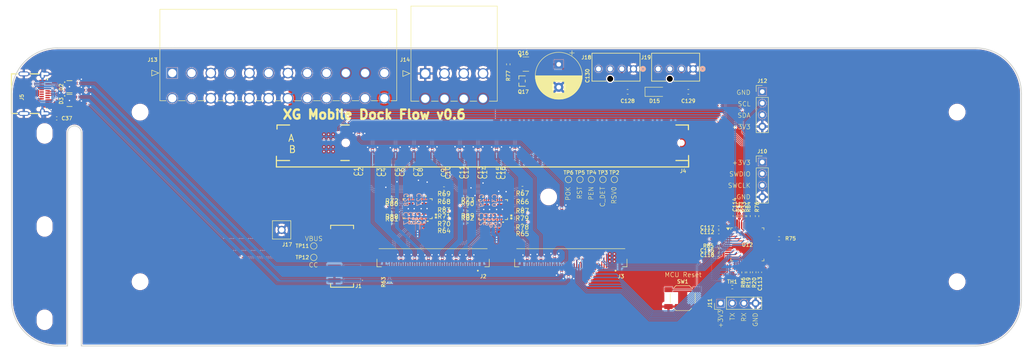
<source format=kicad_pcb>
(kicad_pcb (version 20241229) (generator "pcbnew") (generator_version "9.0")
  (layers (0 "F.Cu" signal) (4 "In1.Cu" power) (6 "In2.Cu" power) (2 "B.Cu" signal) (13 "F.Paste" user) (15 "B.Paste" user) (5 "F.SilkS" user "F.Silkscreen") (7 "B.SilkS" user "B.Silkscreen") (1 "F.Mask" user) (3 "B.Mask" user) (25 "Edge.Cuts" user))
  (net 0 "")
  (net 1 "GND")
  (net 2 "+3V3")
  (net 3 "/C_TXP")
  (net 4 "/C_TXN")
  (net 7 "/HSO5N")
  (net 8 "/HSO3P")
  (net 9 "/HSO2N")
  (net 10 "/HSO1N")
  (net 11 "/HSO5P")
  (net 12 "/HSI4N")
  (net 13 "/HSI3P")
  (net 14 "/HSI4P")
  (net 15 "/HSI1P")
  (net 16 "/HSO6N")
  (net 17 "/HSI3N")
  (net 18 "/HSO4N")
  (net 19 "/HSO1P")
  (net 20 "/HSI0N")
  (net 21 "/HSO4P")
  (net 22 "/HSI0P")
  (net 23 "/HSI2P")
  (net 24 "/HSO0P")
  (net 25 "/DET")
  (net 26 "/HSO3N")
  (net 27 "/HSI2N")
  (net 28 "/HSO6P")
  (net 29 "/HSI5N")
  (net 30 "/HSO0N")
  (net 31 "/HSO2P")
  (net 32 "/HSI5P")
  (net 33 "/HSI6N")
  (net 34 "/C_RXN")
  (net 35 "/CON_DET")
  (net 36 "/LOCK_DET")
  (net 37 "/MCU_IRQ#")
  (net 38 "/HSO7N")
  (net 40 "/PWROK")
  (net 41 "/CLKP")
  (net 42 "/LOCK_SW")
  (net 43 "/HSI6P")
  (net 44 "/RST#")
  (net 45 "/CLKN")
  (net 46 "/AC_LOSS")
  (net 47 "/C_RXP")
  (net 48 "/PWREN#")
  (net 49 "Net-(U12-BOOT0)")
  (net 50 "/C_DP")
  (net 99 "Net-(D15-K)")
  (net 100 "/HSI7P")
  (net 101 "/HSI7N")
  (net 102 "/HSO7P")
  (net 103 "/HSI1N")
  (net 104 "/SCL")
  (net 105 "/SDA")
  (net 106 "/MCU/SCL2")
  (net 107 "/MCU/SDA2")
  (net 115 "/C_DN")
  (net 118 "+12V")
  (net 123 "Net-(J18-Pin_4)")
  (net 128 "Net-(Q16-G)")
  (net 129 "Net-(Q17-G)")
  (net 131 "/MCU/~{CASE_LED}")
  (net 132 "/WAKE#")
  (net 133 "/CLKREQ#")
  (net 134 "/PERST#")
  (net 135 "/MCU/SWDIO")
  (net 136 "/MCU/SWCLK")
  (net 137 "/MCU/TX")
  (net 138 "/MCU/RX")
  (net 139 "/MCU/FAN_ON")
  (net 142 "/LED_RED#")
  (net 143 "/LED_WHITE#")
  (net 144 "/RSV0")
  (net 145 "/12V_EN")
  (net 146 "/CC")
  (net 147 "/VBUS")
  (net 148 "/MCU/FAN_PWM")
  (net 149 "unconnected-(D3-NC-Pad6)")
  (net 158 "/RST_SW")
  (net 164 "Net-(U12-PB1)")
  (net 165 "/MCU/PB12")
  (net 166 "/MCU/PB14")
  (net 168 "/MCU/PB13")
  (net 171 "/MCU/PB2")
  (net 172 "/HSOT0P")
  (net 173 "/HSOT0N")
  (net 174 "/HSOT1P")
  (net 175 "/HSOT1N")
  (net 176 "/HSOT2P")
  (net 177 "/HSOT2N")
  (net 178 "/HSOT3P")
  (net 179 "/HSOT3N")
  (net 180 "/HSOT4P")
  (net 181 "/HSOT4N")
  (net 182 "/HSOT5P")
  (net 183 "/HSOT5N")
  (net 184 "/HSOT6P")
  (net 185 "/HSOT6N")
  (net 186 "/HSOT7P")
  (net 187 "/HSOT7N")
  (net 188 "/HSOL5N")
  (net 189 "/HSOL3P")
  (net 190 "/HSOL2N")
  (net 191 "/HSOL1N")
  (net 192 "/HSOL5P")
  (net 193 "/HSOL6N")
  (net 194 "/HSOL4N")
  (net 195 "/HSOL1P")
  (net 196 "/HSOL4P")
  (net 197 "/HSOL0P")
  (net 198 "/HSOL3N")
  (net 199 "/HSOL6P")
  (net 200 "/HSOL0N")
  (net 201 "/HSOL2P")
  (net 202 "/HSOL7N")
  (net 203 "/HSOL7P")
  (net 204 "Net-(U1-EN_SMB)")
  (net 205 "Net-(U2-EN_SMB)")
  (net 206 "Net-(U2-EQ1_ADDR1)")
  (net 207 "Net-(U2-EQ0_ADDR0)")
  (net 208 "Net-(U1-EQ1_ADDR1)")
  (net 209 "Net-(U1-EQ0_ADDR0)")
  (net 210 "Net-(U1-SCL)")
  (net 211 "Net-(U1-SDA)")
  (net 212 "Net-(U1-READ_EN_N)")
  (net 213 "Net-(U2-READ_EN_N)")
  (net 214 "Net-(U2-SCL)")
  (net 215 "Net-(U2-SDA)")
  (net 216 "Net-(U1-PWDN1)")
  (net 217 "Net-(U1-PWDN2)")
  (net 218 "Net-(U2-PWDN2)")
  (net 219 "Net-(U1-GAIN)")
  (net 220 "Net-(U2-GAIN)")
  (net 221 "Net-(U1-RX_DET)")
  (net 222 "Net-(U2-RX_DET)")
  (net 223 "Net-(U2-PWDN1)")
  (net 225 "Net-(U1-VREG)")
  (net 227 "Net-(U1-VREF)")
  (net 234 "Net-(U2-VREF)")
  (net 235 "Net-(U2-VREG)")
  (footprint "Capacitor_SMD:C_0201_0603Metric" (layer "F.Cu") (at 124.9 66.67 90)
    (property "Reference" "C16")
    (property "Value" "220nF")
  )
  (footprint "TestPoint:TestPoint_Pad_D1.0mm" (layer "F.Cu") (at 148.121496 68.121496 180)
    (property "Reference" "TP2")
    (property "Value" "TestPoint_Small")
  )
  (footprint "Capacitor_SMD:C_0201_0603Metric" (layer "F.Cu") (at 123.975 66.67 90)
    (property "Reference" "C15")
    (property "Value" "220nF")
  )
  (footprint "Resistor_SMD:R_0402_1005Metric" (layer "F.Cu") (at 128.09 70 180)
    (property "Reference" "R67")
    (property "Value" "59k")
  )
  (footprint "Capacitor_SMD:C_0402_1005Metric" (layer "F.Cu") (at 170.83666 83.621496 180)
    (property "Reference" "C115")
    (property "Value" "10nF")
  )
  (footprint "Resistor_SMD:R_0402_1005Metric" (layer "F.Cu") (at 128.09 71.825 180)
    (property "Reference" "R66")
    (property "Value" "59k")
  )
  (footprint "469911008:CON_469911008" (layer "F.Cu") (at 106.900002 45 180)
    (property "Reference" "J14")
    (property "Value" "469911008")
  )
  (footprint "Resistor_SMD:R_0402_1005Metric" (layer "F.Cu") (at 116.14 72.225 180)
    (property "Reference" "R90")
    (property "Value" "4.7k")
  )
  (footprint "Capacitor_SMD:C_0603_1608Metric" (layer "F.Cu") (at 164.225 49)
    (property "Reference" "C129")
    (property "Value" "0.1µF")
  )
  (footprint "Resistor_SMD:R_0402_1005Metric" (layer "F.Cu") (at 176.25 88.4 -90)
    (property "Reference" "R86")
    (property "Value" "100k")
  )
  (footprint "TestPoint:TestPoint_Pad_D1.0mm" (layer "F.Cu") (at 140.621496 68.121496 180)
    (property "Reference" "TP5")
    (property "Value" "TestPoint_Small")
  )
  (footprint "TestPoint:TestPoint_Pad_D1.0mm" (layer "F.Cu") (at 82.621496 82.621496 90)
    (property "Reference" "TP11")
    (property "Value" "TestPoint_Small")
  )
  (footprint "TestPoint:TestPoint_Pad_D1.0mm" (layer "F.Cu") (at 145.621496 68.121496 180)
    (property "Reference" "TP3")
    (property "Value" "TestPoint_Small")
  )
  (footprint "Capacitor_SMD:C_0201_0603Metric" (layer "F.Cu") (at 92.975 66.42 90)
    (property "Reference" "C1")
    (property "Value" "220nF")
  )
  (footprint "XG_Mobile:Hole_3.2mm" (layer "F.Cu") (at 133.78666 71.929018)
    (property "Reference" "REF**" (hide yes))
    (property "Value" "Hole_3.2mm")
  )
  (footprint "Package_QFP:LQFP-48_7x7mm_P0.5mm" (layer "F.Cu") (at 177.08666 82.283996)
    (property "Reference" "U12")
    (property "Value" "STM32F030C8Tx")
  )
  (footprint "Capacitor_SMD:C_0402_1005Metric" (layer "F.Cu") (at 170.85666 79.621496 180)
    (property "Reference" "C112")
    (property "Value" "0.1µF")
  )
  (footprint "Connector_PinHeader_2.54mm:PinHeader_1x04_P2.54mm_Vertical" (layer "F.Cu") (at 180.33666 48.949018)
    (property "Reference" "J12")
    (property "Value" "I2C1")
  )
  (footprint "Diode_SMD:D_SOD-123F" (layer "F.Cu") (at 157 49)
    (property "Reference" "D15")
    (property "Value" "1N4007")
  )
  (footprint "Capacitor_SMD:C_0402_1005Metric" (layer "F.Cu") (at 26.618324 54.79354 180)
    (property "Reference" "C37")
    (property "Value" "0.1μF")
  )
  (footprint "XG_Mobile:Hole_3.2mm" (layer "F.Cu") (at 44.78666 53.429018)
    (property "Reference" "REF**" (hide yes))
    (property "Value" "Hole_3.2mm")
  )
  (footprint "5-1775443-8:5-1775443-8" (layer "F.Cu") (at 88.796496 84.871496 180)
    (property "Reference" "J1")
    (property "Value" "5-1775443-8" (hide yes))
  )
  (footprint "DS160PR410RNQR:WQFN_RNQ40_TEX" (layer "F.Cu") (at 121.675 74.7 180)
    (property "Reference" "U2" (hide yes))
    (property "Value" "DS160PR410RNQR")
  )
  (footprint "Capacitor_SMD:C_0201_0603Metric" (layer "F.Cu") (at 105.975 66.52 90)
    (property "Reference" "C7")
    (property "Value" "220nF")
  )
  (footprint "AZ1045-04F:AZ1045-04F" (layer "F.Cu") (at 29.40316 50.886018 -90)
    (property "Reference" "D3")
    (property "Value" "H5VU25U")
  )
  (footprint "20455-040E-76:20455-040E-76" (layer "F.Cu") (at 108.621496 85.121496 180)
    (property "Reference" "J2")
    (property "Value" "20455-040E-76")
  )
  (footprint "Resistor_SMD:R_0402_1005Metric" (layer "F.Cu") (at 99.121496 90.621496 -90)
    (property "Reference" "R63")
    (property "Value" "10k")
  )
  (footprint "Resistor_SMD:R_0402_1005Metric" (layer "F.Cu") (at 128.09 78.8 180)
    (property "Reference" "R65")
    (property "Value" "1k")
  )
  (footprint "KEYSTONE_8730:KEYSTONE_8730" (layer "F.Cu") (at 75.621496 79.121496)
    (property "Reference" "J17")
    (property "Value" "8730")
  )
  (footprint "Button_Switch_SMD:SW_SPST_SKQG_WithStem" (layer "F.Cu") (at 163 94)
    (property "Reference" "SW1")
    (property "Value" "SW_Push")
  )
  (footprint "XG_Mobile:Hole_3x4mm_Rectangular" (layer "F.Cu") (at 23.98666 98.729018)
    (property "Reference" "REF**" (hide yes))
    (property "Value" "Hole_3x4mm_Rectangular")
  )
  (footprint "Resistor_SMD:R_0402_1005Metric" (layer "F.Cu") (at 125 43 90)
    (property "Reference" "R77")
    (property "Value" "10k")
  )
  (footprint "Resistor_SMD:R_0402_1005Metric" (layer "F.Cu") (at 177.33666 76.121496 -90)
    (property "Reference" "R84")
    (property "Value" "1k")
  )
  (footprint "AZ1045-04F:AZ1045-04F" (layer "F.Cu") (at 29.40316 47.886018 -90)
    (property "Reference" "D2")
    (property "Value" "H5VU25U")
  )
  (footprint "TestPoint:TestPoint_Pad_D1.0mm" (layer "F.Cu") (at 82.621496 85.121496 90)
    (property "Reference" "TP12")
    (property "Value" "TestPoint_Small")
  )
  (footprint "Resistor_SMD:R_0402_1005Metric" (layer "F.Cu") (at 111.015 75 180)
    (property "Reference" "R71")
    (property "Value" "4.7k")
  )
  (footprint "Capacitor_SMD:C_0402_1005Metric" (layer "F.Cu") (at 179.83666 88.371496 -90)
    (property "Reference" "C113")
    (property "Value" "0.1µF")
  )
  (footprint "Capacitor_SMD:C_0201_0603Metric" (layer "F.Cu") (at 111.975 66.62 90)
    (property "Reference" "C9")
    (property "Value" "220nF")
  )
  (footprint "XG_Mobile:Hole_3.2mm" (layer "F.Cu") (at 222.78666 90.429018)
    (property "Reference" "REF**" (hide yes))
    (property "Value" "Hole_3.2mm")
  )
  (footprint "Resistor_SMD:R_0402_1005Metric" (layer "F.Cu") (at 116.15 75.375 180)
    (property "Reference" "R82")
    (property "Value" "4.7k")
  )
  (footprint "Capacitor_SMD:C_0201_0603Metric" (layer "F.Cu") (at 98.9 66.52 90)
    (property "Reference" "C4")
    (property "Value" "220nF")
  )
  (footprint "Resistor_SMD:R_0402_1005Metric" (layer "F.Cu") (at 111 73.65 180)
    (property "Reference" "R83")
    (property "Value" "59k")
  )
  (footprint "Resistor_SMD:R_0402_1005Metric" (layer "F.Cu") (at 179.2 76.121496 90)
    (property "Reference" "R76")
    (property "Value" "330")
  )
  (footprint "Resistor_SMD:R_0402_1005Metric" (layer "F.Cu") (at 175.33666 76.121496 -90)
    (property "Reference" "R34")
    (property "Value" "10k")
  )
  (footprint "Capacitor_SMD:C_0201_0603Metric" (layer "F.Cu") (at 102.925 66.52 90)
    (property "Reference" "C6")
    (property "Value" "220nF")
  )
  (footprint "Capacitor_SMD:C_0201_0603Metric" (layer "F.Cu") (at 106.9 66.52 90)
    (property "Reference" "C8")
    (property "Value" "220nF")
  )
  (footprint "Capacitor_SMD:C_0402_1005Metric" (layer "F.Cu") (at 170.83666 78.621496 180)
    (property "Reference" "C117")
    (property "Value" "4.7µF")
  )
  (footprint "Package_TO_SOT_SMD:SOT-23" (layer "F.Cu") (at 128.8355 42.95)
    (property "Reference" "Q16")
    (property "Value" "AO3401A")
  )
  (footprint "Resistor_SMD:R_0402_1005Metric" (layer "F.Cu") (at 173.8 91.6)
    (property "Reference" "TH1")
    (property "Value" "NCP15WF104F03RC")
  )
  (footprint "XG_Mobile:Hole_3x4mm_Rectangular" (layer "F.Cu") (at 23.98666 58.079018)
    (property "Reference" "REF**" (hide yes))
    (property "Value" "Hole_3x4mm_Rectangular")
  )
  (footprint "Capacitor_SMD:C_0201_0603Metric" (layer "F.Cu") (at 115.975 66.555 90)
    (property "Reference" "C11")
    (property "Value" "220nF")
  )
  (footprint "470531000:CONN_SD-47053-001_H10p00_MOL" (layer "F.Cu") (at 165.2766 44)
    (property "Reference" "J19")
    (property "Value" "~")
  )
  (footprint "Resistor_SMD:R_0402_1005Metric" (layer "F.Cu") (at 128.025 75.425 180)
    (property "Reference" "R79")
    (property "Value" "4.7k")
  )
  (footprint "Capacitor_SMD:C_0201_0603Metric" (layer "F.Cu") (at 116.9 66.555 90)
    (property "Reference" "C12")
    (property "Value" "220nF")
  )
  (footprint "TestPoint:TestPoint_Pad_D1.0mm" (layer "F.Cu") (at 138.121496 68.121496 180)
    (property "Reference" "TP6")
    (property "Value" "TestPoint_Small")
  )
  (footprint "470531000:CONN_SD-47053-001_H10p00_MOL" (layer "F.Cu") (at 152.2766 44)
    (property "Reference" "J18")
    (property "Value" "~")
  )
  (footprint "XG_Mobile:Hole_3x4mm_Rectangular" (layer "F.Cu") (at 23.98666 78.379018)
    (property "Reference" "REF**" (hide yes))
    (property "Value" "Hole_3x4mm_Rectangular")
  )
  (footprint "Connector_PinHeader_2.54mm:PinHeader_1x04_P2.54mm_Vertical" (layer "F.Cu") (at 180.33666 64.321496)
    (property "Reference" "J10")
    (property "Value" "SWD")
  )
  (footprint "TestPoint:TestPoint_Pad_D1.0mm" (layer "F.Cu") (at 143.121496 68.121496 180)
    (property "Reference" "TP4")
    (property "Value" "TestPoint_Small")
  )
  (footprint "20455-040E-76:20455-040E-76" (layer "F.Cu") (at 138.621496 85.121496 180)
    (property "Reference" "J3")
    (property "Value" "20455-040E-76")
  )
  (footprint "Resistor_SMD:R_0402_1005Metric" (layer "F.Cu") (at 110.99 70.1 180)
    (property "Reference" "R69")
    (property "Value" "59k")
  )
  (footprint "3113-113T:CONN-SMD_164P-P1.00-V_3133" (layer "F.Cu") (at 119.43666 60.127496)
    (property "Reference" "J4")
    (property "Value" "3-2362375-4")
  )
  (footprint "Resistor_SMD:R_0402_1005Metric" (layer "F.Cu") (at 170.83666 82.621496 180)
    (property "Reference" "R85")
    (property "Value" "10k")
  )
  (footprint "Capacitor_SMD:C_0201_0603Metric" (layer "F.Cu") (at 120.925 66.58 90)
    (property "Reference" "C14")
    (property "Value" "220nF")
  )
  (footprint "Resistor_SMD:R_0402_1005Metric" (layer "F.Cu") (at 128.05 77.375 180)
    (property "Reference" "R78")
    (property "Value" "4.7k")
  )
  (footprint "Resistor_SMD:R_0402_1005Metric" (layer "F.Cu") (at 111.015 78.15 180)
    (property "Reference" "R64")
    (property "Value" "1k")
  )
  (footprint "Capacitor_SMD:C_0201_0603Metric" (layer "F.Cu") (at 97.975 66.52 90)
    (property "Reference" "C3")
    (property "Value" "220nF")
  )
  (footprint "Capacitor_SMD:C_0201_0603Metric" (layer "F.Cu") (at 101.95 66.52 90)
    (property "Reference" "C5")
    (property "Value" "220nF")
  )
  (footprint "Resistor_SMD:R_0402_1005Metric" (layer "F.Cu") (at 99.625 74.025)
    (property "Reference" "R72")
    (property "Value" "4.7k")
  )
  (footprint "XG_Mobile:Hole_3.2mm" (layer "F.Cu") (at 222.78666 53.429018)
    (property "Reference" "REF**" (hide yes))
    (property "Value" "Hole_3.2mm")
  )
  (footprint "Resistor_SMD:R_0402_1005Metric" (layer "F.Cu") (at 176.33666 76.121496 -90)
    (property "Reference" "R33")
    (property "Value" "10k")
  )
  (footprint "Resistor_SMD:R_0402_1005Metric" (layer "F.Cu") (at 116.15 73.825)
    (property "Reference" "R73")
    (property "Value" "4.7k")
  )
  (footprint "Resistor_SMD:R_0402_1005Metric" (layer "F.Cu") (at 116.15 77.25)
    (property "Reference" "R89")
    (property "Value" "1k")
  )
  (footprint "Resistor_SMD:R_0402_1005Metric" (layer "F.Cu") (at 177.33666 88.381496 90)
    (property "Reference" "R19")
    (property "Value" "4.7k")
  )
  (footprint "Resistor_SMD:R_0402_1005Metric" (layer "F.Cu") (at 178.58666 88.371496 90)
    (property "Reference" "R20")
    (property "Value" "4.7k")
  )
  (footprint "USB-C-SMD_TYPE-C-24P-QT:USB-C-SMD_TYPE-C-24P-QT" (layer "F.Cu") (at 22.04866 49.404018 -90)
    (property "Reference" "J5")
    (property "Value" "USB_C_Receptacle")
  )
  (footprint "Resistor_SMD:R_0402_1005Metric" (layer "F.Cu") (at 128.065 73.8 180)
    (property "Reference" "R87")
    (property "Value" "59k")
  )
  (footprint "Resistor_SMD:R_0402_1005Metric" (layer "F.Cu") (at 110.99 71.8 180)
    (property "Reference" "R68")
    (property "Value" "59k")
  )
  (footprint "2N7002W:SOT-323-3_L2.0-W1.3-P1.30-LS2.1-BR" (layer "F.Cu") (at 128 46.65)
    (property "Reference" "Q17")
    (property "Value" "2N7002W")
  )
  (footprint "39300240:CON_39300240" (layer "F.Cu") (at 51.8 44.9 180)
    (property "Reference" "J13")
    (property "Value" "39300240")
  )
  (footprint "Capacitor_SMD:C_0201_0603Metric" (layer "F.Cu") (at 119.95 66.58 90)
    (property "Reference" "C13")
    (property "Value" "220nF")
  )
  (footprint "Resistor_SMD:R_0402_1005Metric" (layer "F.Cu") (at 184 81)
    (property "Reference" "R75")
    (property "Value" "100")
  )
  (footprint "XG_Mobile:Hole_3.2mm" (layer "F.Cu") (at 44.78666 90.429018)
    (property "Reference" "REF**" (hide yes))
    (property "Value" "Hole_3.2mm")
  )
  (footprint "DS160PR410RNQR:WQFN_RNQ40_TEX" (layer "F.Cu") (at 105.25 74.5 180)
    (property "Reference" "U1" (hide yes))
    (property "Value" "DS160PR410RNQR")
  )
  (footprint "Capacitor_THT:CP_Radial_D10.0mm_P5.00mm" (layer "F.Cu") (at 136 43 -90)
    (property "Reference" "C130")
    (property "Value" "470µF")
  )
  (footprint "Capacitor_SMD:C_0402_1005Metric" (layer "F.Cu") (at 174.33666 76.101496 90)
    (property "Reference" "C114")
    (property "Value" "0.1µF")
  )
  (footprint "Resistor_SMD:R_0402_1005Metric" (layer "F.Cu") (at 99.625 77.425)
    (property "Reference" "R88")
    (property "Value" "1k")
  )
  (footprint "Connector_PinHeader_2.54mm:PinHeader_1x04_P2.54mm_Vertical" (layer "F.Cu") (at 171.25666 95.121496 90)
    (property "Reference" "J11")
    (property "Value" "UART")
  )
  (footprint "Capacitor_SMD:C_0201_0603Metric" (layer "F.Cu") (at 112.9 66.62 90)
    (property "Reference" "C10")
    (property "Value" "220nF")
  )
  (footprint "Resistor_SMD:R_0402_1005Metric" (layer "F.Cu") (at 99.6 72.25 180)
    (property "Reference" "R80")
    (property "Value" "4.7k")
  )
  (footprint "Capacitor_SMD:C_0603_1608Metric" (layer "F.Cu") (at 151 49)
    (property "Reference" "C128")
    (property "Value" "0.1µF")
  )
  (footprint "Capacitor_SMD:C_0201_0603Metric" (layer "F.Cu") (at 93.9 66.42 90)
    (property "Reference" "C2")
    (property "Value" "220nF")
  )
  (footprint "Resistor_SMD:R_0402_1005Metric" (layer "F.Cu") (at 99.625 75.575 180)
    (property "Reference" "R81")
    (property "Value" "4.7k")
  )
  (footprint "Resistor_SMD:R_0402_1005Metric" (layer "F.Cu") (at 110.99 76.65 180)
    (property "Reference" "R70")
    (property "Value" "4.7k")
  )
  (footprint "Capacitor_SMD:C_0402_1005Metric" (layer "F.Cu") (at 170.81666 84.621496 180)
    (property "Reference" "C118")
    (property "Value" "1µF")
  )
  (footprint "Capacitor_SMD:C_0201_0603Metric" (layer "B.Cu") (at 106.625 76.575 -90)
    (property "Reference" "C20")
    (property "Value" "100nF")
  )
  (footprint "Capacitor_SMD:C_0201_0603Metric" (layer "B.Cu") (at 123.1 76.775 -90)
    (property "Reference" "C23")
    (property "Value" "100nF")
  )
  (footprint "Capacitor_SMD:C_0201_0603Metric" (layer "B.Cu") (at 103.8 76.6 -90)
    (property "Reference" "C17")
    (property "Value" "100nF")
  )
  (footprint "Capacitor_SMD:C_0201_0603Metric" (layer "B.Cu") (at 103.85 72.55 -90)
    (property "Reference" "C28")
    (property "Value" "0.1μF")
  )
  (footprint "Capacitor_SMD:C_0201_0603Metric" (layer "B.Cu") (at 122.2 79.125 180)
    (property "Reference" "C26")
    (property "Value" "1μF")
  )
  (footprint "Capacitor_SMD:C_0201_0603Metric" (layer "B.Cu") (at 120.275 72.725 -90)
    (property "Reference" "C29")
    (property "Value" "0.1μF")
  )
  (footprint "Capacitor_SMD:C_0201_0603Metric" (layer "B.Cu") (at 123.075 72.7 -90)
    (property "Reference" "C30")
    (property "Value" "0.1μF")
  )
  (footprint "Capacitor_SMD:C_0201_0603Metric" (layer "B.Cu") (at 105.675 76.575 -90)
    (property "Reference" "C19")
    (property "Value" "100nF")
  )
  (footprint "Capacitor_SMD:C_0201_0603Metric" (layer "B.Cu") (at 122.15 76.8 -90)
    (property "Reference" "C24")
    (property "Value" "100nF")
  )
  (footprint "Capacitor_SMD:C_0201_0603Metric" (layer "B.Cu") (at 106.65 72.5 -90)
    (property "Reference" "C27")
    (property "Value" "0.1μF")
  )
  (footprint "Capacitor_SMD:C_0201_0603Metric" (layer "B.Cu") (at 120.25 76.775 -90)
    (property "Reference" "C22")
    (property "Value" "100nF")
  )
  (footprint "Capacitor_SMD:C_0201_0603Metric" (layer "B.Cu") (at 121.25 76.8 -90)
    (property "Reference" "C25")
    (property "Value" "100nF")
  )
  (footprint "Capacitor_SMD:C_0201_0603Metric" (layer "B.Cu") (at 104.8 76.575 -90)
    (property "Reference" "C18")
    (property "Value" "100nF")
  )
  (footprint "Capacitor_SMD:C_0201_0603Metric" (layer "B.Cu") (at 105.75 78.3 180)
    (property "Reference" "C21")
    (property "Value" "1μF")
  )
  (gr_arc (start 226.786687 39.429018) (mid 233.857667 42.358007) (end 236.78666 49.428986) (stroke (width 0.2)) (layer "Edge.Cuts"))
  (gr_line (start 28.98666 104.429018) (end 26.78666 104.429018) (stroke (width 0.2)) (layer "Edge.Cuts"))
  (gr_arc (start 28.98666 57.929018) (mid 30.48666 56.429018) (end 31.98666 57.929018) (stroke (width 0.2)) (layer "Edge.Cuts"))
  (gr_arc (start 16.78646 49.429043) (mid 19.715432 42.358027) (end 26.786433 39.429018) (stroke (width 0.2)) (layer "Edge.Cuts"))
  (gr_arc (start 236.78666 94.42905) (mid 233.857667 101.500029) (end 226.786687 104.429018) (stroke (width 0.2)) (layer "Edge.Cuts"))
  (gr_line (start 236.78666 49.429018) (end 236.78666 94.429018) (stroke (width 0.2)) (layer "Edge.Cuts"))
  (gr_line (start 31.98666 104.429018) (end 31.98666 57.929018) (stroke (width 0.2)) (layer "Edge.Cuts"))
  (gr_line (start 226.78666 104.429018) (end 31.98666 104.429018) (stroke (width 0.2)) (layer "Edge.Cuts"))
  (gr_line (start 26.78666 39.429018) (end 226.78666 39.429018) (stroke (width 0.2)) (layer "Edge.Cuts"))
  (gr_line (start 28.98666 57.929018) (end 28.98666 104.429018) (stroke (width 0.2)) (layer "Edge.Cuts"))
  (gr_arc (start 26.786433 104.429018) (mid 19.715432 101.500009) (end 16.78646 94.428993) (stroke (width 0.2)) (layer "Edge.Cuts"))
  (gr_line (start 16.78666 94.429018) (end 16.78666 49.429018) (stroke (width 0.2)) (layer "Edge.Cuts"))
  (gr_text "SCL" (at 177.83666 52.22654 0) (layer "F.SilkS") (effects (font (size 1 1) (thickness 0.1)) (justify right bottom)))
  (gr_text "RST" (at 141.121496 69.621496 90) (layer "F.SilkS") (effects (font (size 1 1) (thickness 0.1)) (justify right bottom)))
  (gr_text "SDA" (at 177.83666 54.72654 0) (layer "F.SilkS") (effects (font (size 1 1) (thickness 0.1)) (justify right bottom)))
  (gr_text "VBUS" (at 84.621496 81.621496 0) (layer "F.SilkS") (effects (font (size 1 1) (thickness 0.1)) (justify right bottom)))
  (gr_text "POK" (at 138.621496 69.621496 90) (layer "F.SilkS") (effects (font (size 1 1) (thickness 0.1)) (justify right bottom)))
  (gr_text "C_DET" (at 146.121496 69.621496 90) (layer "F.SilkS") (effects (font (size 1 1) (thickness 0.1)) (justify right bottom)))
  (gr_text "+3V3" (at 177.83666 57.22654 0) (layer "F.SilkS") (effects (font (size 1 1) (thickness 0.1)) (justify right bottom)))
  (gr_text "TX" (at 174.41666 97.121496 90) (layer "F.SilkS") (effects (font (size 1 1) (thickness 0.1)) (justify right bottom)))
  (gr_text "GND" (at 179.41666 97.121496 90) (layer "F.SilkS") (effects (font (size 1 1) (thickness 0.1)) (justify right bottom)))
  (gr_text "RX" (at 176.91666 97.121496 90) (layer "F.SilkS") (effects (font (size 1 1) (thickness 0.1)) (justify right bottom)))
  (gr_text "RSV0" (at 148.621496 69.621496 90) (layer "F.SilkS") (effects (font (size 1 1) (thickness 0.1)) (justify right bottom)))
  (gr_text "SWDIO" (at 177.83666 67.529018 0) (layer "F.SilkS") (effects (font (size 1 1) (thickness 0.1)) (justify right bottom)))
  (gr_text "CC" (at 83.621496 87.371496 0) (layer "F.SilkS") (effects (font (size 1 1) (thickness 0.1)) (justify right bottom)))
  (gr_text "XG Mobile Dock Flow v0.6" (at 75.621496 55.121496 0) (layer "F.SilkS") (effects (font (size 2 2) (thickness 0.5) (bold yes)) (justify left bottom)))
  (gr_text "GND" (at 177.83666 49.72654 0) (layer "F.SilkS") (effects (font (size 1 1) (thickness 0.1)) (justify right bottom)))
  (gr_text "+3V3" (at 177.83666 65.029018 0) (layer "F.SilkS") (effects (font (size 1 1) (thickness 0.1)) (justify right bottom)))
  (gr_text "+3V3" (at 171.83666 96.451496 90) (layer "F.SilkS") (effects (font (size 1 1) (thickness 0.1)) (justify right bottom)))
  (gr_text "GND" (at 177.83666 72.529018 0) (layer "F.SilkS") (effects (font (size 1 1) (thickness 0.1)) (justify right bottom)))
  (gr_text "MCU Reset" (at 159 89.5 0) (layer "F.SilkS") (effects (font (size 1 1) (thickness 0.1)) (justify left bottom)))
  (gr_text "PEN" (at 143.621496 69.621496 90) (layer "F.SilkS") (effects (font (size 1 1) (thickness 0.1)) (justify right bottom)))
  (gr_text "SWCLK" (at 177.83666 70.029018 0) (layer "F.SilkS") (effects (font (size 1 1) (thickness 0.1)) (justify right bottom)))
  (segment (start 104.475 73.975) (end 104.475 74.4) (width 0.5) (layer "F.Cu") (net 1))
  (segment (start 106 73.475) (end 106.658359 73.475) (width 0.5) (layer "F.Cu") (net 1))
  (segment (start 104.475 73.475) (end 106 73.475) (width 0.5) (layer "F.Cu") (net 1))
  (segment (start 123.725 75.05) (end 123.324072 75.450928) (width 0.5) (layer "F.Cu") (net 1))
  (segment (start 107.3 74.475) (end 107.3 74.87754) (width 0.5) (layer "F.Cu") (net 1))
  (segment (start 120.267233 73.64746) (end 120.023896 73.890797) (width 0.5) (layer "F.Cu") (net 1))
  (segment (start 122.416914 75.466914) (end 122.425 75.475) (width 0.8) (layer "F.Cu") (net 1))
  (segment (start 120.9 74.14746) (end 120.9 74.57246) (width 0.5) (layer "F.Cu") (net 1))
  (segment (start 23.33666 46.529018) (end 24.38566 46.529018) (width 0.3) (layer "F.Cu") (net 1))
  (segment (start 103.225 74.905159) (end 103.598804 75.278963) (width 0.5) (layer "F.Cu") (net 1))
  (segment (start 123 74.67246) (end 123.7 74.67246) (width 0.5) (layer "F.Cu") (net 1))
  (segment (start 106.899234 75.278306) (end 106.899072 75.278468) (width 0.8) (layer "F.Cu") (net 1))
  (segment (start 104.5 74) (end 104.475 73.975) (width 0.8) (layer "F.Cu") (net 1))
  (segment (start 29.83616 50.886018) (end 29.40316 50.886018) (width 0.3) (layer "F.Cu") (net 1))
  (segment (start 24.63566 52.279018) (end 24.79616 52.279018) (width 0.3) (layer "F.Cu") (net 1))
  (segment (start 119.65 74.67246) (end 119.65 75.077619) (width 0.5) (layer "F.Cu") (net 1))
  (segment (start 120.9 75.72246) (end 123.05254 75.72246) (width 0.5) (layer "F.Cu") (net 1))
  (segment (start 103.225 74.5) (end 103.925 74.5) (width 0.5) (layer "F.Cu") (net 1))
  (segment (start 24.38566 46.529018) (end 24.63566 46.779018) (width 0.3) (layer "F.Cu") (net 1))
  (segment (start 122.45 75.45) (end 122.425 75.475) (width 0.8) (layer "F.Cu") (net 1))
  (segment (start 123.083359 73.64746) (end 123.324234 73.888335) (width 0.5) (layer "F.Cu") (net 1))
  (segment (start 122.425 74.15) (end 122.425 75.475) (width 0.5) (layer "F.Cu") (net 1))
  (segment (start 103.842233 73.475) (end 103.598896 73.718337) (width 0.5) (layer "F.Cu") (net 1))
  (segment (start 107.3 74.475) (end 107.3 74.116641) (width 0.5) (layer "F.Cu") (net 1))
  (segment (start 104.475 75.55) (end 106.62754 75.55) (width 0.5) (layer "F.Cu") (net 1))
  (segment (start 123.05254 75.72246) (end 123.324072 75.450928) (width 0.5) (layer "F.Cu") (net 1))
  (segment (start 106.575 74.5) (end 107.275 74.5) (width 0.5) (layer "F.Cu") (net 1))
  (segment (start 120.023896 73.890797) (end 120.023896 75.451331) (width 0.8) (layer "F.Cu") (net 1))
  (segment (start 122.45 74.67246) (end 122.45 75.45) (width 0.8) (layer "F.Cu") (net 1))
  (segment (start 120.925 74.67246) (end 120.9 74.64746) (width 0.8) (layer "F.Cu") (net 1))
  (segment (start 119.65 75.077619) (end 120.023804 75.451423) (width 0.5) (layer "F.Cu") (net 1))
  (segment (start 103.225 74.092233) (end 103.598896 73.718337) (width 0.5) (layer "F.Cu") (net 1))
  (segment (start 120.35 74.67246) (end 123 74.67246) (width 0.5) (layer "F.Cu") (net 1))
  (segment (start 87.121496 90.121496) (end 86.621496 90.121496) (width 0.3) (layer "F.Cu") (net 1))
  (segment (start 120.9 74.57246) (end 120.9 75.72246) (width 0.5) (layer "F.Cu") (net 1))
  (segment (start 122.425 75.67246) (end 122.45 75.69746) (width 0.5) (layer "F.Cu") (net 1))
  (segment (start 120.9 73.64746) (end 120.9 74.14746) (width 0.5) (layer "F.Cu") (net 1))
  (segment (start 104.475 74.475) (end 104.475 74.4) (width 0.8) (layer "F.Cu") (net 1))
  (segment (start 103.598896 73.718337) (end 103.598896 75.278871) (width 0.8) (layer "F.Cu") (net 1))
  (segment (start 120.294841 75.72246) (end 120.023804 75.451423) (width 0.5) (layer "F.Cu") (net 1))
  (segment (start 120.925 74.67246) (end 120.925 74.17246) (width 0.8) (layer "F.Cu") (net 1))
  (segment (start 120.9 74.64746) (end 120.9 74.57246) (width 0.8) (layer "F.Cu") (net 1))
  (segment (start 23.33666 52.029018) (end 23.58666 52.279018) (width 0.3) (layer "F.Cu") (net 1))
  (segment (start 28.97016 47.886018) (end 29.83616 47.886018) (width 0.3) (layer "F.Cu") (net 1))
  (segment (start 120.925 74.17246) (end 120.9 74.14746) (width 0.8) (layer "F.Cu") (net 1))
  (segment (start 123.7 74.67246) (end 123.725 74.64746) (width 0.5) (layer "F.Cu") (net 1))
  (segment (start 123.324234 75.450766) (end 123.324072 75.450928) (width 0.8) (layer "F.Cu") (net 1))
  (segment (start 107.3 74.116641) (end 106.899234 73.715875) (width 0.5) (layer "F.Cu") (net 1))
  (segment (start 103.225 74.5) (end 103.225 74.092233) (width 0.5) (layer "F.Cu") (net 1))
  (segment (start 120.35 74.67246) (end 120.925 74.67246) (width 0.8) (layer "F.Cu") (net 1))
  (segment (start 119.65 74.67246) (end 119.65 74.264693) (width 0.5) (layer "F.Cu") (net 1))
  (segment (start 104.475 73.475) (end 103.842233 73.475) (width 0.5) (layer "F.Cu") (net 1))
  (segment (start 123.725 74.289101) (end 123.324234 73.888335) (width 0.5) (layer "F.Cu") (net 1))
  (segment (start 122.425 73.64746) (end 122.425 74.15) (width 0.5) (layer "F.Cu") (net 1))
  (segment (start 104.475 74.4) (end 104.475 75.55) (width 0.5) (layer "F.Cu") (net 1))
  (segment (start 107.3 74.87754) (end 106.899072 75.278468) (width 0.5) (layer "F.Cu") (net 1))
  (segment (start 122.425 73.64746) (end 123.083359 73.64746) (width 0.5) (layer "F.Cu") (net 1))
  (segment (start 106.658359 73.475) (end 106.899234 73.715875) (width 0.5) (layer "F.Cu") (net 1))
  (segment (start 122.45 74.67246) (end 122.45 74.175) (width 0.8) (layer "F.Cu") (net 1))
  (segment (start 104.475 75.55) (end 103.869841 75.55) (width 0.5) (layer "F.Cu") (net 1))
  (segment (start 123.725 74.64746) (end 123.725 74.289101) (width 0.5) (layer "F.Cu") (net 1))
  (segment (start 103.925 74.5) (end 104.5 74.5) (width 0.8) (layer "F.Cu") (net 1))
  (segment (start 23.58666 52.279018) (end 24.63566 52.279018) (width 0.3) (layer "F.Cu") (net 1))
  (segment (start 122.425 75.475) (end 122.425 75.67246) (width 0.5) (layer "F.Cu") (net 1))
  (segment (start 120.9 73.64746) (end 120.267233 73.64746) (width 0.5) (layer "F.Cu") (net 1))
  (segment (start 119.65 74.264693) (end 120.023896 73.890797) (width 0.5) (layer "F.Cu") (net 1))
  (segment (start 120.9 75.72246) (end 120.294841 75.72246) (width 0.5) (layer "F.Cu") (net 1))
  (segment (start 106.025 74.5) (end 106.575 74.5) (width 0.8) (layer "F.Cu") (net 1))
  (segment (start 120.023896 75.451331) (end 120.023804 75.451423) (width 0.8) (layer "F.Cu") (net 1))
  (segment (start 24.63566 46.779018) (end 25.01016 46.779018) (width 0.3) (layer "F.Cu") (net 1))
  (segment (start 119.65 74.67246) (end 120.35 74.67246) (width 0.5) (layer "F.Cu") (net 1))
  (segment (start 103.925 74.5) (end 106.575 74.5) (width 0.5) (layer "F.Cu") (net 1))
  (segment (start 103.598896 75.278871) (end 103.598804 75.278963) (width 0.8) (layer "F.Cu") (net 1))
  (segment (start 103.225 74.5) (end 103.225 74.905159) (width 0.5) (layer "F.Cu") (net 1))
  (segment (start 103.869841 75.55) (end 103.598804 75.278963) (width 0.5) (layer "F.Cu") (net 1))
  (segment (start 122.45 74.67246) (end 123 74.67246) (width 0.8) (layer "F.Cu") (net 1))
  (segment (start 29.83616 47.886018) (end 29.40316 47.886018) (width 0.3) (layer "F.Cu") (net 1))
  (segment (start 123.324234 73.888335) (end 123.324234 75.450766) (width 0.8) (layer "F.Cu") (net 1))
  (segment (start 120.9 73.64746) (end 122.425 73.64746) (width 0.5) (layer "F.Cu") (net 1))
  (segment (start 120.925 74.67246) (end 122.45 74.67246) (width 0.8) (layer "F.Cu") (net 1))
  (segment (start 106 73.475) (end 106 75.5) (width 0.5) (layer "F.Cu") (net 1))
  (segment (start 28.97016 50.886018) (end 29.40316 50.886018) (width 0.3) (layer "F.Cu") (net 1))
  (segment (start 106 75.5) (end 106.025 75.525) (width 0.5) (layer "F.Cu") (net 1))
  (segment (start 106.899234 73.715875) (end 106.899234 75.278306) (width 0.8) (layer "F.Cu") (net 1))
  (segment (start 104.5 74.5) (end 104.5 74) (width 0.8) (layer "F.Cu") (net 1))
  (segment (start 106.62754 75.55) (end 106.899072 75.278468) (width 0.5) (layer "F.Cu") (net 1))
  (segment (start 104.5 74.5) (end 104.475 74.475) (width 0.8) (layer "F.Cu") (net 1))
  (segment (start 123.725 74.64746) (end 123.725 75.05) (width 0.5) (layer "F.Cu") (net 1))
  (segment (start 107.275 74.5) (end 107.3 74.475) (width 0.5) (layer "F.Cu") (net 1))
  (segment (start 104.5 74.5) (end 106.025 74.5) (width 0.8) (layer "F.Cu") (net 1))
  (segment (start 104.475 73.475) (end 104.475 73.975) (width 0.5) (layer "F.Cu") (net 1))
  (segment (start 120.038887 75.466914) (end 122.416914 75.466914) (width 0.8) (layer "F.Cu") (net 1))
  (segment (start 122.45 74.175) (end 122.425 74.15) (width 0.8) (layer "F.Cu") (net 1))
  (segment (start 87.121496 88.621496) (end 86.621496 88.621496) (width 0.3) (layer "F.Cu") (net 1))
  (via (at 107.325 68.7) (size 0.4) (drill 0.3) (layers "F.Cu" "B.Cu") (net 1))
  (via (at 105.5 60.95) (size 0.4) (drill 0.3) (layers "F.Cu" "B.Cu") (net 1))
  (via (at 32 46.25) (size 0.4) (drill 0.3) (layers "F.Cu" "B.Cu") (net 1))
  (via (at 134.3 84.25) (size 0.4) (drill 0.3) (layers "F.Cu" "B.Cu") (net 1))
  (via (at 25.40316 52.886018) (size 0.5) (drill 0.3) (layers "F.Cu" "B.Cu") (net 1))
  (via (at 139.25 89.75) (size 0.4) (drill 0.3) (layers "F.Cu" "B.Cu") (net 1))
  (via (at 132.85 84.5) (size 0.4) (drill 0.3) (layers "F.Cu" "B.Cu") (net 1))
  (via (at 29.40316 50.886018) (size 0.5) (drill 0.3) (layers "F.Cu" "B.Cu") (net 1))
  (via (at 115.375 60.95) (size 0.4) (drill 0.3) (layers "F.Cu" "B.Cu") (net 1))
  (via (at 124.525 70.775) (size 0.4) (drill 0.3) (layers "F.Cu" "B.Cu") (net 1))
  (via (at 137 89.75) (size 0.4) (drill 0.3) (layers "F.Cu" "B.Cu") (net 1))
  (via (at 120.925 74.67246) (size 0.4) (drill 0.3) (layers "F.Cu" "B.Cu") (net 1))
  (via (at 119.65 74.67246) (size 0.4) (drill 0.3) (layers "F.Cu" "B.Cu") (net 1))
  (via (at 101.45 61.075) (size 0.4) (drill 0.3) (layers "F.Cu" "B.Cu") (net 1))
  (via (at 111.375 84.525) (size 0.4) (drill 0.3) (layers "F.Cu" "B.Cu") (net 1))
  (via (at 27.25 49.25) (size 0.4) (drill 0.3) (layers "F.Cu" "B.Cu") (net 1))
  (via (at 93.725 58.075) (size 0.4) (drill 0.3) (layers "F.Cu" "B.Cu") (net 1))
  (via (at 119.5 68.9) (size 0.4) (drill 0.3) (layers "F.Cu" "B.Cu") (net 1))
  (via (at 100.9 84.475) (size 0.4) (drill 0.3) (layers "F.Cu" "B.Cu") (net 1))
  (via (at 32 49.5) (size 0.4) (drill 0.3) (layers "F.Cu" "B.Cu") (net 1))
  (via (at 98.325 69.825) (size 0.4) (drill 0.3) (layers "F.Cu" "B.Cu") (net 1))
  (via (at 121.375 61.05) (size 0.4) (drill 0.3) (layers "F.Cu" "B.Cu") (net 1))
  (via (at 128.2 84.6) (size 0.4) (drill 0.3) (layers "F.Cu" "B.Cu") (net 1))
  (via (at 106.825 84.6) (size 0.4) (drill 0.3) (layers "F.Cu" "B.Cu") (net 1))
  (via (at 135.65 73.725) (size 0.4) (drill 0.3) (layers "F.Cu" "B.Cu") (net 1))
  (via (at 129.85 84.525) (size 0.4) (drill 0.3) (layers "F.Cu" "B.Cu") (net 1))
  (via (at 32 48) (size 0.4) (drill 0.3) (layers "F.Cu" "B.Cu") (net 1))
  (via (at 96.525 61.1) (size 0.4) (drill 0.3) (layers "F.Cu" "B.Cu") (net 1))
  (via (at 106.025 74.5) (size 0.4) (drill 0.3) (layers "F.Cu" "B.Cu") (net 1))
  (via (at 122.45 75.69746) (size 0.4) (drill 0.3) (layers "F.Cu" "B.Cu") (net 1))
  (via (at 117.375 61.025) (size 0.4) (drill 0.3) (layers "F.Cu" "B.Cu") (net 1))
  (via (at 135.5 89) (size 0.4) (drill 0.3) (layers "F.Cu" "B.Cu") (net 1))
  (via (at 123.525 61.025) (size 0.4) (drill 0.3) (layers "F.Cu" "B.Cu") (net 1))
  (via (at 131.3 84.45) (size 0.4) (drill 0.3) (layers "F.Cu" "B.Cu") (net 1))
  (via (at 109.475 61) (size 0.4) (drill 0.3) (layers "F.Cu" "B.Cu") (net 1))
  (via (at 125.375 61.1) (size 0.4) (drill 0.3) (layers "F.Cu" "B.Cu") (net 1))
  (via (at 34 48) (size 0.4) (drill 0.3) (layers "F.Cu" "B.Cu") (net 1))
  (via (at 117.5 84.575) (size 0.4) (drill 0.3) (layers "F.Cu" "B.Cu") (net 1))
  (via (at 99.3 61.175) (size 0.4) (drill 0.3) (layers "F.Cu" "B.Cu") (net 1))
  (via (at 104.475 73.475) (size 0.4) (drill 0.3) (layers "F.Cu" "B.Cu") (net 1))
  (via (at 108.375 84.55) (size 0.4) (drill 0.3) (layers "F.Cu" "B.Cu") (net 1))
  (via (at 109.8 84.55) (size 0.4) (drill 0.3) (layers "F.Cu" "B.Cu") (net 1))
  (via (at 115.775 84.6) (size 0.4) (drill 0.3) (layers "F.Cu" "B.Cu") (net 1))
  (via (at 114.475 84.575) (size 0.4) (drill 0.3) (layers "F.Cu" "B.Cu") (net 1))
  (via (at 103.875 84.5) (size 0.4) (drill 0.3) (layers "F.Cu" "B.Cu") (net 1))
  (via (at 34 49.5) (size 0.4) (drill 0.3) (layers "F.Cu" "B.Cu") (net 1))
  (via (at 113.4 60.975) (size 0.4) (drill 0.3) (layers "F.Cu" "B.Cu") (net 1))
  (via (at 119.45 61) (size 0.4) (drill 0.3) (layers "F.Cu" "B.Cu") (net 1))
  (via (at 123.725 74.64746) (size 0.4) (drill 0.3) (layers "F.Cu" "B.Cu") (net 1))
  (via (at 116.875 69.95) (size 0.4) (drill 0.3) (layers "F.Cu" "B.Cu") (net 1))
  (via (at 104.5 74.5) (size 0.4) (drill 0.3) (layers "F.Cu" "B.Cu") (net 1))
  (via (at 122.425 73.64746) (size 0.4) (drill 0.3) (layers "F.Cu" "B.Cu") (net 1))
  (via (at 104.475 75.55) (size 0.4) (drill 0.3) (layers "F.Cu" "B.Cu") (net 1))
  (via (at 105.325 84.525) (size 0.4) (drill 0.3) (layers "F.Cu" "B.Cu") (net 1))
  (via (at 122.45 74.67246) (size 0.4) (drill 0.3) (layers "F.Cu" "B.Cu") (net 1))
  (via (at 100.75 68.625) (size 0.4) (drill 0.3) (layers "F.Cu" "B.Cu") (net 1))
  (via (at 120.9 75.72246) (size 0.4) (drill 0.3) (layers "F.Cu" "B.Cu") (net 1))
  (via (at 106 73.475) (size 0.4) (drill 0.3) (layers "F.Cu" "B.Cu") (net 1))
  (via (at 91.25 58) (size 0.4) (drill 0.3) (layers "F.Cu" "B.Cu") (net 1))
  (via (at 107.35 60.95) (size 0.4) (drill 0.3) (layers "F.Cu" "B.Cu") (net 1))
  (via (at 106.025 75.525) (size 0.4) (drill 0.3) (layers "F.Cu" "B.Cu") (net 1))
  (via (at 32 51) (size 0.4) (drill 0.3) (layers "F.Cu" "B.Cu") (net 1))
  (via (at 127.5 61.1) (size 0.4) (drill 0.3) (layers "F.Cu" "B.Cu") (net 1))
  (via (at 94.35 61.1) (size 0.4) (drill 0.3) (layers "F.Cu" "B.Cu") (net 1))
  (via (at 120.9 73.64746) (size 0.4) (drill 0.3) (layers "F.Cu" "B.Cu") (net 1))
  (via (at 105.425 68.3) (size 0.4) (drill 0.3) (layers "F.Cu" "B.Cu") (net 1))
  (via (at 137.55 73.7) (size 0.4) (drill 0.3) (layers "F.Cu" "B.Cu") (net 1))
  (via (at 103.225 74.5) (size 0.4) (drill 0.3) (layers "F.Cu" "B.Cu") (net 1))
  (via (at 117.75 71.625) (size 0.4) (drill 0.3) (layers "F.Cu" "B.Cu") (net 1))
  (via (at 122.9 70.7) (size 0.4) (drill 0.3) (layers "F.Cu" "B.Cu") (net 1))
  (via (at 29.40316 47.886018) (size 0.5) (drill 0.3) (layers "F.Cu" "B.Cu") (net 1))
  (via (at 136 84.25) (size 0.4) (drill 0.3) (layers "F.Cu" "B.Cu") (net 1))
  (via (at 107.3 74.475) (size 0.4) (drill 0.3) (layers "F.Cu" "B.Cu") (net 1))
  (via (at 112.8 84.575) (size 0.4) (drill 0.3) (layers "F.Cu" "B.Cu") (net 1))
  (via (at 102.325 84.525) (size 0.4) (drill 0.3) (layers "F.Cu" "B.Cu") (net 1))
  (via (at 103.425 60.975) (size 0.4) (drill 0.3) (layers "F.Cu" "B.Cu") (net 1))
  (segment (start 177.33666 88.891496) (end 176.268504 88.891496) (width 0.3) (layer "F.Cu") (net 2))
  (segment (start 170.32666 82.621496) (end 169.362597 82.621496) (width 0.3) (layer "F.Cu") (net 2))
  (segment (start 114.525 73.825) (end 115.64 73.825) (width 0.2) (layer "F.Cu") (net 2))
  (segment (start 121.675 77.475) (end 121.675 77.625) (width 0.2) (layer "F.Cu") (net 2))
  (segment (start 171.33666 78.641496) (end 171.31666 78.621496) (width 0.3) (layer "F.Cu") (net 2))
  (segment (start 180.56666 87.891496) (end 181.33666 87.121496) (width 0.3) (layer "F.Cu") (net 2))
  (segment (start 103.85 76.4431) (end 103.85 77.225) (width 0.2) (layer "F.Cu") (net 2))
  (segment (start 128.535 75.425) (end 129.225 75.425) (width 0.2) (layer "F.Cu") (net 2))
  (segment (start 171.31666 84.601496) (end 171.29666 84.621496) (width 0.3) (layer "F.Cu") (net 2))
  (segment (start 105.45 76.95) (end 105.45 76.4431) (width 0.2) (layer "F.Cu") (net 2))
  (segment (start 171.33666 79.621496) (end 171.33666 78.641496) (width 0.3) (layer "F.Cu") (net 2))
  (segment (start 176.33666 75.121496) (end 175.33666 74.121496) (width 0.3) (layer "F.Cu") (net 2))
  (segment (start 106.65 77.225) (end 106.65 77.4) (width 0.2) (layer "F.Cu") (net 2))
  (segment (start 169.362597 82.621496) (end 168.862597 82.121496) (width 0.3) (layer "F.Cu") (net 2))
  (segment (start 121.675 77.475) (end 121.875 77.275) (width 0.2) (layer "F.Cu") (net 2))
  (segment (start 178.58666 88.881496) (end 178.84666 88.881496) (width 0.3) (layer "F.Cu") (net 2))
  (segment (start 171.42416 79.533996) (end 171.33666 79.621496) (width 0.3) (layer "F.Cu") (net 2))
  (segment (start 178.57666 88.891496) (end 178.58666 88.881496) (width 0.3) (layer "F.Cu") (net 2))
  (segment (start 111.525 75) (end 112.125 75) (width 0.2) (layer "F.Cu") (net 2))
  (segment (start 168.862597 84.147433) (end 168.862597 83.621496) (width 0.3) (layer "F.Cu") (net 2))
  (segment (start 172.92416 83.533996) (end 171.40416 83.533996) (width 0.3) (layer "F.Cu") (net 2))
  (segment (start 129.225 75.425) (end 129.25 75.425) (width 0.2) (layer "F.Cu") (net 2))
  (segment (start 169.83666 81.121496) (end 168.862597 81.121496) (width 0.3) (layer "F.Cu") (net 2))
  (segment (start 172.83666 77.621496) (end 171.83666 78.621496) (width 0.3) (layer "F.Cu") (net 2))
  (segment (start 178.84666 88.881496) (end 179.83666 87.891496) (width 0.3) (layer "F.Cu") (net 2))
  (segment (start 111.5 76.65) (end 112.15 76.65) (width 0.2) (layer "F.Cu") (net 2))
  (segment (start 170.73666 85.181496) (end 169.89666 85.181496) (width 0.3) (layer "F.Cu") (net 2))
  (segment (start 172.83666 77.621496) (end 173.87666 76.581496) (width 0.3) (layer "F.Cu") (net 2))
  (segment (start 174.33666 78.121496) (end 174.33666 76.581496) (width 0.3) (layer "F.Cu") (net 2))
  (segment (start 169.89666 85.181496) (end 168.862597 84.147433) (width 0.3) (layer "F.Cu") (net 2))
  (segment (start 99.115 74.025) (end 98.425 74.025) (width 0.2) (layer "F.Cu") (net 2))
  (segment (start 128.56 77.375) (end 129.275 77.375) (width 0.2) (layer "F.Cu") (net 2))
  (segment (start 171.33666 79.621496) (end 169.83666 81.121496) (width 0.3) (layer "F.Cu") (net 2))
  (segment (start 120.275 76.6431) (end 120.275 77.6) (width 0.2) (layer "F.Cu") (net 2))
  (segment (start 171.83666 78.621496) (end 171.31666 78.621496) (width 0.3) (layer "F.Cu") (net 2))
  (segment (start 176.268504 88.891496) (end 176.25 88.91) (width 0.3) (layer "F.Cu") (net 2))
  (segment (start 105.25 77.15) (end 105.45 76.95) (width 0.2) (layer "F.Cu") (net 2))
  (segment (start 103.85 77.225) (end 103.85 77.35) (width 0.2) (layer "F.Cu") (net 2))
  (segment (start 171.40416 83.533996) (end 171.31666 83.621496) (width 0.3) (layer "F.Cu") (net 2))
  (segment (start 179.83666 87.891496) (end 179.83666 86.446496) (width 0.3) (layer "F.Cu") (net 2))
  (segment (start 171.31666 83.621496) (end 171.31666 84.601496) (width 0.3) (layer "F.Cu") (net 2))
  (segment (start 103.85 77.35) (end 103.85 77.375) (width 0.2) (layer "F.Cu") (net 2))
  (segment (start 121.475 77.275) (end 121.675 77.475) (width 0.2) (layer "F.Cu") (net 2))
  (segment (start 172.92416 79.533996) (end 171.42416 79.533996) (width 0.3) (layer "F.Cu") (net 2))
  (segment (start 175.33666 75.611496) (end 175.33666 74.121496) (width 0.3) (layer "F.Cu") (net 2))
  (segment (start 105.05 76.4431) (end 105.05 76.95) (width 0.2) (layer "F.Cu") (net 2))
  (segment (start 121.875 77.275) (end 121.875 76.6431) (width 0.2) (layer "F.Cu") (net 2))
  (segment (start 112.125 75) (end 112.15 75) (width 0.2) (layer "F.Cu") (net 2))
  (segment (start 105.05 76.95) (end 105.25 77.15) (width 0.2) (layer "F.Cu") (net 2))
  (segment (start 177.33666 88.891496) (end 178.57666 88.891496) (width 0.3) (layer "F.Cu") (net 2))
  (segment (start 105.25 77.15) (end 105.25 77.325) (width 0.2) (layer "F.Cu") (net 2))
  (segment (start 173.87666 76.581496) (end 174.33666 76.581496) (width 0.3) (layer "F.Cu") (net 2))
  (segment (start 123.075 76.6431) (end 123.075 77.575) (width 0.2) (layer "F.Cu") (net 2))
  (segment (start 171.29666 84.621496) (end 170.73666 85.181496) (width 0.3) (layer "F.Cu") (net 2))
  (segment (start 176.33666 75.611496) (end 176.33666 75.121496) (width 0.3) (layer "F.Cu") (net 2))
  (segment (start 106.65 76.4431) (end 106.65 77.225) (width 0.2) (layer "F.Cu") (net 2))
  (segment (start 105.25 77.325) (end 105.25 77.375) (width 0.2) (layer "F.Cu") (net 2))
  (segment (start 121.475 76.6431) (end 121.475 77.275) (width 0.2) (layer "F.Cu") (net 2))
  (segment (start 179.83666 87.891496) (end 180.56666 87.891496) (width 0.3) (layer "F.Cu") (net 2))
  (via (at 105.25 80.5) (size 0.4) (drill 0.3) (layers "F.Cu" "B.Cu") (net 2))
  (via (at 84.83666 62.029018) (size 0.5) (drill 0.3) (layers "F.Cu" "B.Cu") (net 2))
  (via (at 129.275 77.375) (size 0.4) (drill 0.3) (layers "F.Cu" "B.Cu") (net 2))
  (via (at 120.275 77.6) (size 0.4) (drill 0.3) (layers "F.Cu" "B.Cu") (net 2))
  (via (at 148.121496 85.171496) (size 0.5) (drill 0.3) (layers "F.Cu" "B.Cu") (net 2))
  (via (at 85.83666 59.279018) (size 0.5) (drill 0.3) (layers "F.Cu" "B.Cu") (net 2))
  (via (at 148.121496 84.371496) (size 0.5) (drill 0.3) (layers "F.Cu" "B.Cu") (net 2))
  (via (at 129.225 75.425) (size 0.4) (drill 0.3) (layers "F.Cu" "B.Cu") (net 2))
  (via (at 175.33666 74.121496) (size 0.5) (drill 0.3) (layers "F.Cu" "B.Cu") (net 2))
  (via (at 181.33666 87.121496) (size 0.5) (drill 0.3) (layers "F.Cu" "B.Cu") (net 2))
  (via (at 112.125 75) (size 0.4) (drill 0.3) (layers "F.Cu" "B.Cu") (net 2))
  (via (at 98.425 74.025) (size 0.4) (drill 0.3) (layers "F.Cu" "B.Cu") (net 2))
  (via (at 85.83666 61.029018) (size 0.5) (drill 0.3) (layers "F.Cu" "B.Cu") (net 2))
  (via (at 86.83666 58.279018) (size 0.5) (drill 0.3) (layers "F.Cu" "B.Cu") (net 2))
  (via (at 148.121496 85.971496) (size 0.5) (drill 0.3) (layers "F.Cu" "B.Cu") (net 2))
  (via (at 168.862597 81.121496) (size 0.5) (drill 0.3) (layers "F.Cu" "B.Cu") (net 2))
  (via (at 105.25 79.4) (size 0.4) (drill 0.3) (layers "F.Cu" "B.Cu") (net 2))
  (via (at 122.45 81.25) (size 0.4) (drill 0.3) (layers "F.Cu" "B.Cu") (net 2))
  (via (at 84.83666 61.029018) (size 0.5) (drill 0.3) (layers "F.Cu" "B.Cu") (net 2))
  (via (at 147.121496 85.971496) (size 0.5) (drill 0.3) (layers "F.Cu" "B.Cu") (net 2))
  (via (at 103.85 77.35) (size 0.4) (drill 0.3) (layers "F.Cu" "B.Cu") (net 2))
  (via (at 86.83666 62.029018) (size 0.5) (drill 0.3) (layers "F.Cu" "B.Cu") (net 2))
  (via (at 122.45 81.75) (size 0.4) (drill 0.3) (layers "F.Cu" "B.Cu") (net 2))
  (via (at 168.862597 82.121496) (size 0.5) (drill 0.3) (layers "F.Cu" "B.Cu") (net 2))
  (via (at 147.121496 84.371496) (size 0.5) (drill 0.3) (layers "F.Cu" "B.Cu") (net 2))
  (via (at 86.83666 59.279018) (size 0.5) (drill 0.3) (layers "F.Cu" "B.Cu") (net 2))
  (via (at 85.83666 62.029018) (size 0.5) (drill 0.3) (layers "F.Cu" "B.Cu") (net 2))
  (via (at 122.45 80.725) (size 0.4) (drill 0.3) (layers "F.Cu" "B.Cu") (net 2))
  (via (at 106.65 77.4) (size 0.4) (drill 0.3) (layers "F.Cu" "B.Cu") (net 2))
  (via (at 114.525 73.825) (size 0.4) (drill 0.3) (layers "F.Cu" "B.Cu") (net 2))
  (via (at 112.15 76.65) (size 0.4) (drill 0.3) (layers "F.Cu" "B.Cu") (net 2))
  (via (at 84.83666 58.279018) (size 0.5) (drill 0.3) (layers "F.Cu" "B.Cu") (net 2))
  (via (at 86.83666 61.029018) (size 0.5) (drill 0.3) (layers "F.Cu" "B.Cu") (net 2))
  (via (at 147.121496 85.171496) (size 0.5) (drill 0.3) (layers "F.Cu" "B.Cu") (net 2))
  (via (at 121.675 77.625) (size 0.4) (drill 0.3) (layers "F.Cu" "B.Cu") (net 2))
  (via (at 105.25 77.325) (size 0.4) (drill 0.3) (layers "F.Cu" "B.Cu") (net 2))
  (via (at 168.862597 83.621496) (size 0.5) (drill 0.3) (layers "F.Cu" "B.Cu") (net 2))
  (via (at 123.075 77.575) (size 0.4) (drill 0.3) (layers "F.Cu" "B.Cu") (net 2))
  (via (at 85.83666 58.279018) (size 0.5) (drill 0.3) (layers "F.Cu" "B.Cu") (net 2))
  (via (at 84.83666 59.279018) (size 0.5) (drill 0.3) (layers "F.Cu" "B.Cu") (net 2))
  (via (at 172.83666 77.621496) (size 0.5) (drill 0.3) (layers "F.Cu" "B.Cu") (net 2))
  (via (at 105.25 79.95) (size 0.4) (drill 0.3) (layers "F.Cu" "B.Cu") (net 2))
  (segment (start 122.45 81.25) (end 122.45 81.75) (width 0.8) (layer "B.Cu") (net 2))
  (segment (start 121.675 79.95) (end 122.45 80.725) (width 0.8) (layer "B.Cu") (net 2))
  (segment (start 120.275 77.6) (end 123.05 77.6) (width 0.8) (layer "B.Cu") (net 2))
  (segment (start 123.05 77.6) (end 123.075 77.575) (width 0.8) (layer "B.Cu") (net 2))
  (segment (start 121.675 77.625) (end 121.675 78.475) (width 0.8) (layer "B.Cu") (net 2))
  (segment (start 105.25 79.4) (end 105.25 79.95) (width 0.8) (layer "B.Cu") (net 2))
  (segment (start 105.25 79.95) (end 105.25 80.5) (width 0.8) (layer "B.Cu") (net 2))
  (segment (start 121.675 78.475) (end 121.675 79.95) (width 0.8) (layer "B.Cu") (net 2))
  (segment (start 103.85 77.375) (end 106.625 77.375) (width 0.8) (layer "B.Cu") (net 2))
  (segment (start 105.25 77.325) (end 105.25 79.4) (width 0.8) (layer "B.Cu") (net 2))
  (segment (start 122.45 80.725) (end 122.45 81.25) (width 0.8) (layer "B.Cu") (net 2))
  (segment (start 106.625 77.375) (end 106.65 77.4) (width 0.8) (layer "B.Cu") (net 2))
  (segment (start 25.462144 47.393001) (end 25.348161 47.279018) (width 0.170434) (layer "F.Cu") (net 3))
  (segment (start 29.83616 46.886018) (end 29.950142 47) (width 0.170434) (layer "F.Cu") (net 3))
  (segment (start 27.796819 47.000001) (end 27.403819 47.393001) (width 0.170434) (layer "F.Cu") (net 3))
  (segment (start 135.257514 86.927514) (end 135.257514 85.197231) (width 0.170434) (layer "F.Cu") (net 3))
  (segment (start 28.357426 47.000001) (end 27.796819 47.000001) (width 0.170434) (layer "F.Cu") (net 3))
  (segment (start 28.97016 46.886018) (end 29.83616 46.886018) (width 0.170434) (layer "F.Cu") (net 3))
  (segment (start 28.97016 46.886018) (end 28.471409 46.886018) (width 0.170434) (layer "F.Cu") (net 3))
  (segment (start 29.950142 47) (end 31.060029 47) (width 0.170434) (layer "F.Cu") (net 3))
  (segment (start 25.348161 47.279018) (end 24.63566 47.279018) (width 0.170434) (layer "F.Cu") (net 3))
  (segment (start 135.257514 85.197231) (end 135.521496 84.933249) (width 0.170434) (layer "F.Cu") (net 3))
  (segment (start 27.403819 47.393001) (end 25.462144 47.393001) (width 0.170434) (layer "F.Cu") (net 3))
  (segment (start 28.471409 46.886018) (end 28.357426 47.000001) (width 0.170434) (layer "F.Cu") (net 3))
  (segment (start 29.83616 46.886018) (end 30.06866 46.886018) (width 0.170434) (layer "F.Cu") (net 3))
  (segment (start 31.060029 47) (end 31.324011 46.736018) (width 0.170434) (layer "F.Cu") (net 3))
  (segment (start 135.371496 87.041496) (end 135.257514 86.927514) (width 0.170434) (layer "F.Cu") (net 3))
  (via (at 31.324011 46.736018) (size 0.4) (drill 0.3) (layers "F.Cu" "B.Cu") (net 3))
  (via (at 135.521496 84.933249) (size 0.4) (drill 0.3) (layers "F.Cu" "B.Cu") (net 3))
  (segment (start 137.538983 83.831341) (end 136.843659 83.136017) (width 0.170434) (layer "B.Cu") (net 3))
  (segment (start 135.831341 83.136017) (end 135.257514 83.709844) (width 0.170434) (layer "B.Cu") (net 3))
  (segment (start 135.257514 83.709844) (end 135.257514 84.669267) (width 0.170434) (layer "B.Cu") (net 3))
  (segment (start 136.654676 86.427966) (end 137.538983 85.543659) (width 0.170434) (layer "B.Cu") (net 3))
  (segment (start 74.427966 86.427966) (end 136.654676 86.427966) (width 0.170434) (layer "B.Cu") (net 3))
  (segment (start 35 47) (end 74.427966 86.427966) (width 0.170434) (layer "B.Cu") (net 3))
  (segment (start 31.587993 47) (end 35 47) (width 0.170434) (layer "B.Cu") (net 3))
  (segment (start 136.843659 83.136017) (end 135.831341 83.136017) (width 0.170434) (layer "B.Cu") (net 3))
  (segment (start 31.324011 46.736018) (end 31.587993 47) (width 0.170434) (layer "B.Cu") (net 3))
  (segment (start 137.538983 85.543659) (end 137.538983 83.831341) (width 0.170434) (layer "B.Cu") (net 3))
  (segment (start 135.257514 84.669267) (end 135.521496 84.933249) (width 0.170434) (layer "B.Cu") (net 3))
  (segment (start 28.471409 47.386018) (end 28.357426 47.272035) (width 0.170434) (layer "F.Cu") (net 4))
  (segment (start 29.83616 47.386018) (end 29.950142 47.272036) (width 0.170434) (layer "F.Cu") (net 4))
  (segment (start 28.97016 47.386018) (end 28.471409 47.386018) (width 0.170434) (layer "F.Cu") (net 4))
  (segment (start 134.985478 85.197231) (end 134.721496 84.933249) (width 0.170434) (layer "F.Cu") (net 4))
  (segment (start 27.516501 47.665035) (end 25.462144 47.665035) (width 0.170434) (layer "F.Cu") (net 4))
  (segment (start 28.97016 47.386018) (end 29.83616 47.386018) (width 0.170434) (layer "F.Cu") (net 4))
  (segment (start 28.357426 47.272035) (end 27.909501 47.272035) (width 0.170434) (layer "F.Cu") (net 4))
  (segment (start 134.871496 87.041496) (end 134.985478 86.927514) (width 0.170434) (layer "F.Cu") (net 4))
  (segment (start 29.950142 47.272036) (end 31.060029 47.272036) (width 0.170434) (layer "F.Cu") (net 4))
  (segment (start 134.985478 86.927514) (end 134.985478 85.197231) (width 0.170434) (layer "F.Cu") (net 4))
  (segment (start 29.83616 47.386018) (end 30.06866 47.386018) (width 0.170434) (layer "F.Cu") (net 4))
  (segment (start 27.909501 47.272035) (end 27.516501 47.665035) (width 0.170434) (layer "F.Cu") (net 4))
  (segment (start 25.462144 47.665035) (end 25.348161 47.779018) (width 0.170434) (layer "F.Cu") (net 4))
  (segment (start 25.348161 47.779018) (end 24.63566 47.779018) (width 0.170434) (layer "F.Cu") (net 4))
  (segment (start 31.060029 47.272036) (end 31.324011 47.536018) (width 0.170434) (layer "F.Cu") (net 4))
  (via (at 31.324011 47.536018) (size 0.4) (drill 0.3) (layers "F.Cu" "B.Cu") (net 4))
  (via (at 134.721496 84.933249) (size 0.4) (drill 0.3) (layers "F.Cu" "B.Cu") (net 4))
  (segment (start 31.587993 47.272036) (end 34.88732 47.272036) (width 0.170434) (layer "B.Cu") (net 4))
  (segment (start 134.985478 83.597164) (end 134.985478 84.669267) (width 0.170434) (layer "B.Cu") (net 4))
  (segment (start 136.956341 82.863983) (end 135.718659 82.863983) (width 0.170434) (layer "B.Cu") (net 4))
  (segment (start 136.767358 86.7) (end 137.811017 85.656341) (width 0.170434) (layer "B.Cu") (net 4))
  (segment (start 74.315284 86.7) (end 136.767358 86.7) (width 0.170434) (layer "B.Cu") (net 4))
  (segment (start 137.811017 83.718659) (end 136.956341 82.863983) (width 0.170434) (layer "B.Cu") (net 4))
  (segment (start 34.88732 47.272036) (end 74.315284 86.7) (width 0.170434) (layer "B.Cu") (net 4))
  (segment (start 137.811017 85.656341) (end 137.811017 83.718659) (width 0.170434) (layer "B.Cu") (net 4))
  (segment (start 135.718659 82.863983) (end 134.985478 83.597164) (width 0.170434) (layer "B.Cu") (net 4))
  (segment (start 134.985478 84.669267) (end 134.721496 84.933249) (width 0.170434) (layer "B.Cu") (net 4))
  (segment (start 31.324011 47.536018) (end 31.587993 47.272036) (width 0.170434) (layer "B.Cu") (net 4))
  (segment (start 116.93666 63.727496) (end 116.93666 64.377496) (width 0.205486) (layer "F.Cu") (net 7))
  (segment (start 116.591043 65.581042) (end 116.9 65.889999) (width 0.205486) (layer "F.Cu") (net 7))
  (segment (start 116.590203 64.723953) (end 116.590203 65.275) (width 0.205486) (layer "F.Cu") (net 7))
  (segment (start 116.9 65.889999) (end 116.9 66.235) (width 0.205486) (layer "F.Cu") (net 7))
  (segment (start 116.93666 64.377496) (end 116.590203 64.723953) (width 0.205486) (layer "F.Cu") (net 7))
  (segment (start 116.590203 65.275) (end 116.591043 65.27584) (width 0.205486) (layer "F.Cu") (net 7))
  (segment (start 116.591043 65.27584) (end 116.591043 65.581042) (width 0.205486) (layer "F.Cu") (net 7))
  (segment (start 105.975 66.2) (end 105.975 65.854999) (width 0.205486) (layer "F.Cu") (net 8))
  (segment (start 106.283957 65.546042) (end 106.283957 65.35) (width 0.205486) (layer "F.Cu") (net 8))
  (segment (start 105.93666 64.377496) (end 106.283117 64.723953) (width 0.205486) (layer "F.Cu") (net 8))
  (segment (start 106.283117 65.34916) (end 106.283117 64.723953) (width 0.205486) (layer "F.Cu") (net 8))
  (segment (start 105.93666 63.727496) (end 105.93666 64.377496) (width 0.205486) (layer "F.Cu") (net 8))
  (segment (start 106.283957 65.35) (end 106.283117 65.34916) (width 0.205486) (layer "F.Cu") (net 8))
  (segment (start 105.975 65.854999) (end 106.283957 65.546042) (width 0.205486) (layer "F.Cu") (net 8))
  (segment (start 102.591043 65.521042) (end 102.591043 65.207484) (width 0.205486) (layer "F.Cu") (net 9))
  (segment (start 102.925 66.2) (end 102.925 65.854999) (width 0.205486) (layer "F.Cu") (net 9))
  (segment (start 102.93666 64.377496) (end 102.93666 63.727496) (width 0.205486) (layer "F.Cu") (net 9))
  (segment (start 102.590203 64.723953) (end 102.93666 64.377496) (width 0.205486) (layer "F.Cu") (net 9))
  (segment (start 102.925 65.854999) (end 102.591043 65.521042) (width 0.205486) (layer "F.Cu") (net 9))
  (segment (start 102.590203 65.206644) (end 102.590203 64.723953) (width 0.205486) (layer "F.Cu") (net 9))
  (segment (start 102.591043 65.207484) (end 102.590203 65.206644) (width 0.205486) (layer "F.Cu") (net 9))
  (segment (start 98.591043 65.546042) (end 98.591043 65.357484) (width 0.205486) (layer "F.Cu") (net 10))
  (segment (start 98.590203 65.356644) (end 98.590203 64.723953) (width 0.205486) (layer "F.Cu") (net 10))
  (segment (start 98.591043 65.357484) (end 98.590203 65.356644) (width 0.205486) (layer "F.Cu") (net 10))
  (segment (start 98.590203 64.723953) (end 98.93666 64.377496) (width 0.205486) (layer "F.Cu") (net 10))
  (segment (start 98.9 65.854999) (end 98.591043 65.546042) (width 0.205486) (layer "F.Cu") (net 10))
  (segment (start 98.9 66.2) (end 98.9 65.854999) (width 0.205486) (layer "F.Cu") (net 10))
  (segment (start 98.93666 64.377496) (end 98.93666 63.727496) (width 0.205486) (layer "F.Cu") (net 10))
  (segment (start 115.975 65.889999) (end 115.975 66.235) (width 0.205486) (layer "F.Cu") (net 11))
  (segment (start 116.283957 65.393356) (end 116.283957 65.581042) (width 0.205486) (layer "F.Cu") (net 11))
  (segment (start 115.93666 64.377496) (end 116.283117 64.723953) (width 0.205486) (layer "F.Cu") (net 11))
  (segment (start 116.283117 65.392516) (end 116.283957 65.393356) (width 0.205486) (layer "F.Cu") (net 11))
  (segment (start 116.283117 64.723953) (end 116.283117 65.392516) (width 0.205486) (layer "F.Cu") (net 11))
  (segment (start 115.93666 63.727496) (end 115.93666 64.377496) (width 0.205486) (layer "F.Cu") (net 11))
  (segment (start 116.283957 65.581042) (end 115.975 65.889999) (width 0.205486) (layer "F.Cu") (net 11))
  (segment (start 114.615496 56.877496) (end 114.917496 56.877496) (width 0.205486) (layer "F.Cu") (net 12))
  (segment (start 114.93666 57.177496) (end 114.590203 57.523953) (width 0.205486) (layer "F.Cu") (net 12))
  (segment (start 113.871496 86.366495) (end 113.871496 87.041496) (width 0.205486) (layer "F.Cu") (net 12))
  (segment (start 113.775039 86.270038) (end 113.775039 85.571457) (width 0.205486) (layer "F.Cu") (net 12))
  (segment (start 114.590203 57.523953) (end 114.590203 61.403543) (width 0.205486) (layer "F.Cu") (net 12))
  (segment (start 113.775039 85.571457) (end 114.021496 85.325) (width 0.205486) (layer "F.Cu") (net 12))
  (segment (start 114.590203 61.403543) (end 114.83666 61.65) (width 0.205486) (layer "F.Cu") (net 12))
  (segment (start 114.93666 56.527496) (end 114.93666 57.177496) (width 0.205486) (layer "F.Cu") (net 12))
  (segment (start 113.775039 86.270038) (end 113.871496 86.366495) (width 0.205486) (layer "F.Cu") (net 12))
  (via (at 114.83666 61.65) (size 0.4) (drill 0.3) (layers "F.Cu" "B.Cu") (net 12))
  (via (at 114.021496 85.325) (size 0.4) (drill 0.3) (layers "F.Cu" "B.Cu") (net 12))
  (segment (start 115.75 81.842144) (end 113.775039 83.817105) (width 0.205486) (layer "B.Cu") (net 12))
  (segment (start 115.75 64.457856) (end 115.75 81.842144) (width 0.205486) (layer "B.Cu") (net 12))
  (segment (start 113.775039 83.817105) (end 113.775039 85.078543) (width 0.205486) (layer "B.Cu") (net 12))
  (segment (start 114.590203 63.298059) (end 115.75 64.457856) (width 0.205486) (layer "B.Cu") (net 12))
  (segment (start 114.590203 61.896457) (end 114.590203 63.298059) (width 0.205486) (layer "B.Cu") (net 12))
  (segment (start 114.83666 61.65) (end 114.590203 61.896457) (width 0.205486) (layer "B.Cu") (net 12))
  (segment (start 113.775039 85.078543) (end 114.021496 85.325) (width 0.205486) (layer "B.Cu") (net 12))
  (segment (start 110.467953 86.270038) (end 110.467953 85.571457) (width 0.205486) (layer "F.Cu") (net 13))
  (segment (start 108.283117 61.378543) (end 108.03666 61.625) (width 0.205486) (layer "F.Cu") (net 13))
  (segment (start 107.93666 56.527496) (end 107.93666 57.177496) (width 0.205486) (layer "F.Cu") (net 13))
  (segment (start 110.467953 86.270038) (end 110.371496 86.366495) (width 0.205486) (layer "F.Cu") (net 13))
  (segment (start 108.283117 57.523953) (end 108.283117 61.378543) (width 0.205486) (layer "F.Cu") (net 13))
  (segment (start 110.467953 85.571457) (end 110.221496 85.325) (width 0.205486) (layer "F.Cu") (net 13))
  (segment (start 110.371496 86.366495) (end 110.371496 87.041496) (width 0.205486) (layer "F.Cu") (net 13))
  (segment (start 107.93666 57.177496) (end 108.283117 57.523953) (width 0.205486) (layer "F.Cu") (net 13))
  (via (at 110.221496 85.325) (size 0.4) (drill 0.3) (layers "F.Cu" "B.Cu") (net 13))
  (via (at 108.03666 61.625) (size 0.4) (drill 0.3) (layers "F.Cu" "B.Cu") (net 13))
  (segment (start 113.371457 68.505743) (end 113.371457 80.944257) (width 0.205486) (layer "B.Cu") (net 13))
  (segment (start 110.467953 85.078543) (end 110.221496 85.325) (width 0.205486) (layer "B.Cu") (net 13))
  (segment (start 108.03666 61.625) (end 108.283117 61.871457) (width 0.205486) (layer "B.Cu") (net 13))
  (segment (start 113.371457 80.944257) (end 110.467953 83.847761) (width 0.205486) (layer "B.Cu") (net 13))
  (segment (start 108.283117 61.871457) (end 108.283117 63.417403) (width 0.205486) (layer "B.Cu") (net 13))
  (segment (start 108.283117 63.417403) (end 113.371457 68.505743) (width 0.205486) (layer "B.Cu") (net 13))
  (segment (start 110.467953 83.847761) (end 110.467953 85.078543) (width 0.205486) (layer "B.Cu") (net 13))
  (segment (start 113.467953 86.270038) (end 113.371496 86.366495) (width 0.205486) (layer "F.Cu") (net 14))
  (segment (start 113.93666 57.177496) (end 114.283117 57.523953) (width 0.205486) (layer "F.Cu") (net 14))
  (segment (start 113.467953 85.571457) (end 113.221496 85.325) (width 0.205486) (layer "F.Cu") (net 14))
  (segment (start 113.93666 56.527496) (end 113.93666 57.177496) (width 0.205486) (layer "F.Cu") (net 14))
  (segment (start 113.371496 86.366495) (end 113.371496 87.041496) (width 0.205486) (layer "F.Cu") (net 14))
  (segment (start 113.467953 86.270038) (end 113.467953 85.571457) (width 0.205486) (layer "F.Cu") (net 14))
  (segment (start 114.283117 61.403543) (end 114.03666 61.65) (width 0.205486) (layer "F.Cu") (net 14))
  (segment (start 114.283117 57.523953) (end 114.283117 61.403543) (width 0.205486) (layer "F.Cu") (net 14))
  (via (at 113.221496 85.325) (size 0.4) (drill 0.3) (layers "F.Cu" "B.Cu") (net 14))
  (via (at 114.03666 61.65) (size 0.4) (drill 0.3) (layers "F.Cu" "B.Cu") (net 14))
  (segment (start 113.467953 83.689903) (end 113.467953 85.078543) (width 0.205486) (layer "B.Cu") (net 14))
  (segment (start 113.467953 85.078543) (end 113.221496 85.325) (width 0.205486) (layer "B.Cu") (net 14))
  (segment (start 114.283117 63.425261) (end 115.442914 64.585058) (width 0.205486) (layer "B.Cu") (net 14))
  (segment (start 114.283117 61.896457) (end 114.283117 63.425261) (width 0.205486) (layer "B.Cu") (net 14))
  (segment (start 114.03666 61.65) (end 114.283117 61.896457) (width 0.205486) (layer "B.Cu") (net 14))
  (segment (start 115.442914 64.585058) (end 115.442914 81.714942) (width 0.205486) (layer "B.Cu") (net 14))
  (segment (start 115.442914 81.714942) (end 113.467953 83.689903) (width 0.205486) (layer "B.Cu") (net 14))
  (segment (start 100.283117 57.523953) (end 100.283117 61.465904) (width 0.205486) (layer "F.Cu") (net 15))
  (segment (start 104.467953 85.521457) (end 104.221496 85.275) (width 0.205486) (layer "F.Cu") (net 15))
  (segment (start 99.93666 56.527496) (end 99.93666 57.177496) (width 0.205486) (layer "F.Cu") (net 15))
  (segment (start 99.93666 57.177496) (end 100.283117 57.523953) (width 0.205486) (layer "F.Cu") (net 15))
  (segment (start 100.283117 61.465904) (end 100.03666 61.712361) (width 0.205486) (layer "F.Cu") (net 15))
  (segment (start 104.467953 86.270038) (end 104.371496 86.366495) (width 0.205486) (layer "F.Cu") (net 15))
  (segment (start 104.467953 86.270038) (end 104.467953 85.521457) (width 0.205486) (layer "F.Cu") (net 15))
  (segment (start 104.371496 86.366495) (end 104.371496 87.041496) (width 0.205486) (layer "F.Cu") (net 15))
  (via (at 104.221496 85.275) (size 0.4) (drill 0.3) (layers "F.Cu" "B.Cu") (net 15))
  (via (at 100.03666 61.712361) (size 0.4) (drill 0.3) (layers "F.Cu" "B.Cu") (net 15))
  (segment (start 99.746457 63.903543) (end 99.746457 78.905743) (width 0.205486) (layer "B.Cu") (net 15))
  (segment (start 100.283117 63.366883) (end 99.746457 63.903543) (width 0.205486) (layer "B.Cu") (net 15))
  (segment (start 100.03666 61.712361) (end 100.283117 61.958818) (width 0.205486) (layer "B.Cu") (net 15))
  (segment (start 100.283117 61.958818) (end 100.283117 63.366883) (width 0.205486) (layer "B.Cu") (net 15))
  (segment (start 104.467953 83.627239) (end 104.467953 85.028543) (width 0.205486) (layer "B.Cu") (net 15))
  (segment (start 99.746457 78.905743) (end 104.467953 83.627239) (width 0.205486) (layer "B.Cu") (net 15))
  (segment (start 104.467953 85.028543) (end 104.221496 85.275) (width 0.205486) (layer "B.Cu") (net 15))
  (segment (start 120.925 66.26) (end 120.925 65.914999) (width 0.205486) (layer "F.Cu") (net 16))
  (segment (start 120.93666 64.377496) (end 120.93666 63.727496) (width 0.205486) (layer "F.Cu") (net 16))
  (segment (start 120.590203 65.131644) (end 120.590203 64.723953) (width 0.205486) (layer "F.Cu") (net 16))
  (segment (start 120.590203 64.723953) (end 120.93666 64.377496) (width 0.205486) (layer "F.Cu") (net 16))
  (segment (start 120.591043 65.581042) (end 120.591043 65.132484) (width 0.205486) (layer "F.Cu") (net 16))
  (segment (start 120.591043 65.132484) (end 120.590203 65.131644) (width 0.205486) (layer "F.Cu") (net 16))
  (segment (start 120.925 65.914999) (end 120.591043 65.581042) (width 0.205486) (layer "F.Cu") (net 16))
  (segment (start 108.93666 56.527496) (end 108.93666 57.177496) (width 0.205486) (layer "F.Cu") (net 17))
  (segment (start 110.775039 86.270038) (end 110.775039 85.571457) (width 0.205486) (layer "F.Cu") (net 17))
  (segment (start 108.590203 61.378543) (end 108.83666 61.625) (width 0.205486) (layer "F.Cu") (net 17))
  (segment (start 108.615496 56.877496) (end 108.917496 56.877496) (width 0.205486) (layer "F.Cu") (net 17))
  (segment (start 110.775039 85.571457) (end 111.021496 85.325) (width 0.205486) (layer "F.Cu") (net 17))
  (segment (start 108.590203 57.523953) (end 108.590203 61.378543) (width 0.205486) (layer "F.Cu") (net 17))
  (segment (start 110.871496 87.041496) (end 110.871496 86.366495) (width 0.205486) (layer "F.Cu") (net 17))
  (segment (start 110.871496 86.366495) (end 110.775039 86.270038) (width 0.205486) (layer "F.Cu") (net 17))
  (segment (start 108.93666 57.177496) (end 108.590203 57.523953) (width 0.205486) (layer "F.Cu") (net 17))
  (via (at 108.83666 61.625) (size 0.4) (drill 0.3) (layers "F.Cu" "B.Cu") (net 17))
  (via (at 111.021496 85.325) (size 0.4) (drill 0.3) (layers "F.Cu" "B.Cu") (net 17))
  (segment (start 113.678543 68.378543) (end 113.678543 81.071457) (width 0.205486) (layer "B.Cu") (net 17))
  (segment (start 108.83666 61.625) (end 108.590203 61.871457) (width 0.205486) (layer "B.Cu") (net 17))
  (segment (start 110.775039 85.078543) (end 111.021496 85.325) (width 0.205486) (layer "B.Cu") (net 17))
  (segment (start 108.590203 63.290203) (end 113.678543 68.378543) (width 0.205486) (layer "B.Cu") (net 17))
  (segment (start 110.775039 83.974961) (end 110.775039 85.078543) (width 0.205486) (layer "B.Cu") (net 17))
  (segment (start 108.590203 61.871457) (end 108.590203 63.290203) (width 0.205486) (layer "B.Cu") (net 17))
  (segment (start 113.678543 81.071457) (end 110.775039 83.974961) (width 0.205486) (layer "B.Cu") (net 17))
  (segment (start 112.591043 65.646042) (end 112.9 65.954999) (width 0.205486) (layer "F.Cu") (net 18))
  (segment (start 112.591043 65.37584) (end 112.591043 65.646042) (width 0.205486) (layer "F.Cu") (net 18))
  (segment (start 112.590203 65.375) (end 112.591043 65.37584) (width 0.205486) (layer "F.Cu") (net 18))
  (segment (start 112.93666 64.377496) (end 112.93666 63.727496) (width 0.205486) (layer "F.Cu") (net 18))
  (segment (start 112.590203 64.723953) (end 112.93666 64.377496) (width 0.205486) (layer "F.Cu") (net 18))
  (segment (start 112.590203 64.723953) (end 112.590203 65.375) (width 0.205486) (layer "F.Cu") (net 18))
  (segment (start 112.9 65.954999) (end 112.9 66.3) (width 0.205486) (layer "F.Cu") (net 18))
  (segment (start 98.283957 65.546042) (end 98.283957 65.475) (width 0.205486) (layer "F.Cu") (net 19))
  (segment (start 97.93666 64.377496) (end 98.283117 64.723953) (width 0.205486) (layer "F.Cu") (net 19))
  (segment (start 97.975 65.854999) (end 98.283957 65.546042) (width 0.205486) (layer "F.Cu") (net 19))
  (segment (start 97.93666 63.727496) (end 97.93666 64.377496) (width 0.205486) (layer "F.Cu") (net 19))
  (segment (start 98.283957 65.475) (end 98.283117 65.47416) (width 0.205486) (layer "F.Cu") (net 19))
  (segment (start 98.283117 65.47416) (end 98.283117 64.723953) (width 0.205486) (layer "F.Cu") (net 19))
  (segment (start 97.975 66.2) (end 97.975 65.854999) (width 0.205486) (layer "F.Cu") (net 19))
  (segment (start 95.93666 56.527496) (end 95.93666 57.177496) (width 0.205486) (layer "F.Cu") (net 20))
  (segment (start 101.775039 86.270038) (end 101.775039 85.521457) (width 0.205486) (layer "F.Cu") (net 20))
  (segment (start 95.93666 57.177496) (end 95.590203 57.523953) (width 0.205486) (layer "F.Cu") (net 20))
  (segment (start 101.775039 85.521457) (end 102.021496 85.275) (width 0.205486) (layer "F.Cu") (net 20))
  (segment (start 101.871496 87.041496) (end 101.871496 86.366495) (width 0.205486) (layer "F.Cu") (net 20))
  (segment (start 101.871496 86.366495) (end 101.775039 86.270038) (width 0.205486) (layer "F.Cu") (net 20))
  (segment (start 95.590203 61.403543) (end 95.83666 61.65) (width 0.205486) (layer "F.Cu") (net 20))
  (segment (start 95.590203 57.523953) (end 95.590203 61.403543) (width 0.205486) (layer "F.Cu") (net 20))
  (via (at 95.83666 61.65) (size 0.4) (drill 0.3) (layers "F.Cu" "B.Cu") (net 20))
  (via (at 102.021496 85.275) (size 0.4) (drill 0.3) (layers "F.Cu" "B.Cu") (net 20))
  (segment (start 95.590203 61.896457) (end 95.590203 77.373059) (width 0.205486) (layer "B.Cu") (net 20))
  (segment (start 102.021496 85.275) (end 101.775039 85.028543) (width 0.205486) (layer "B.Cu") (net 20))
  (segment (start 101.775039 85.028543) (end 101.775039 83.557895) (width 0.205486) (layer "B.Cu") (net 20))
  (segment (start 101.775039 83.557895) (end 95.590203 77.373059) (width 0.205486) (layer "B.Cu") (net 20))
  (segment (start 95.83666 61.65) (end 95.590203 61.896457) (width 0.205486) (layer "B.Cu") (net 20))
  (segment (start 111.93666 63.727496) (end 111.93666 64.377496) (width 0.205486) (layer "F.Cu") (net 21))
  (segment (start 112.283957 65.493356) (end 112.283957 65.646042) (width 0.205486) (layer "F.Cu") (net 21))
  (segment (start 112.283117 65.492516) (end 112.283957 65.493356) (width 0.205486) (layer "F.Cu") (net 21))
  (segment (start 111.93666 64.377496) (end 112.283117 64.723953) (width 0.205486) (layer "F.Cu") (net 21))
  (segment (start 112.283117 64.723953) (end 112.283117 65.492516) (width 0.205486) (layer "F.Cu") (net 21))
  (segment (start 112.283957 65.646042) (end 111.975 65.954999) (width 0.205486) (layer "F.Cu") (net 21))
  (segment (start 111.975 65.954999) (end 111.975 66.3) (width 0.205486) (layer "F.Cu") (net 21))
  (segment (start 101.371496 86.366495) (end 101.467953 86.270038) (width 0.205486) (layer "F.Cu") (net 22))
  (segment (start 95.283117 57.523953) (end 95.283117 61.403543) (width 0.205486) (layer "F.Cu") (net 22))
  (segment (start 94.93666 57.177496) (end 95.283117 57.523953) (width 0.205486) (layer "F.Cu") (net 22))
  (segment (start 101.467953 86.270038) (end 101.467953 85.521457) (width 0.205486) (layer "F.Cu") (net 22))
  (segment (start 94.93666 56.527496) (end 94.93666 57.177496) (width 0.205486) (layer "F.Cu") (net 22))
  (segment (start 101.467953 85.521457) (end 101.221496 85.275) (width 0.205486) (layer "F.Cu") (net 22))
  (segment (start 95.283117 61.403543) (end 95.03666 61.65) (width 0.205486) (layer "F.Cu") (net 22))
  (segment (start 101.371496 87.041496) (end 101.371496 86.366495) (width 0.205486) (layer "F.Cu") (net 22))
  (via (at 95.03666 61.65) (size 0.4) (drill 0.3) (layers "F.Cu" "B.Cu") (net 22))
  (via (at 101.221496 85.275) (size 0.4) (drill 0.3) (layers "F.Cu" "B.Cu") (net 22))
  (segment (start 95.03666 61.65) (end 95.283117 61.896457) (width 0.205486) (layer "B.Cu") (net 22))
  (segment (start 101.467953 83.685097) (end 95.283117 77.500261) (width 0.205486) (layer "B.Cu") (net 22))
  (segment (start 101.221496 85.275) (end 101.467953 85.028543) (width 0.205486) (layer "B.Cu") (net 22))
  (segment (start 95.283117 61.896457) (end 95.283117 77.500261) (width 0.205486) (layer "B.Cu") (net 22))
  (segment (start 101.467953 85.028543) (end 101.467953 83.685097) (width 0.205486) (layer "B.Cu") (net 22))
  (segment (start 107.467953 86.270038) (end 107.467953 85.546457) (width 0.205486) (layer "F.Cu") (net 23))
  (segment (start 104.283117 57.523953) (end 104.283117 61.328543) (width 0.205486) (layer "F.Cu") (net 23))
  (segment (start 104.283117 61.328543) (end 104.03666 61.575) (width 0.205486) (layer "F.Cu") (net 23))
  (segment (start 103.93666 57.177496) (end 104.283117 57.523953) (width 0.205486) (layer "F.Cu") (net 23))
  (segment (start 107.467953 86.270038) (end 107.371496 86.366495) (width 0.205486) (layer "F.Cu") (net 23))
  (segment (start 103.93666 56.527496) (end 103.93666 57.177496) (width 0.205486) (layer "F.Cu") (net 23))
  (segment (start 107.467953 85.546457) (end 107.221496 85.3) (width 0.205486) (layer "F.Cu") (net 23))
  (segment (start 107.371496 86.366495) (end 107.371496 87.041496) (width 0.205486) (layer "F.Cu") (net 23))
  (via (at 107.221496 85.3) (size 0.4) (drill 0.3) (layers "F.Cu" "B.Cu") (net 23))
  (via (at 104.03666 61.575) (size 0.4) (drill 0.3) (layers "F.Cu" "B.Cu") (net 23))
  (segment (start 101.446457 66.711399) (end 101.446457 78.455743) (width 0.205486) (layer "B.Cu") (net 23))
  (segment (start 104.283117 63.874739) (end 101.446457 66.711399) (width 0.205486) (layer "B.Cu") (net 23))
  (segment (start 104.283117 61.821457) (end 104.283117 63.874739) (width 0.205486) (layer "B.Cu") (net 23))
  (segment (start 101.446457 78.455743) (end 107.467953 84.477239) (width 0.205486) (layer "B.Cu") (net 23))
  (segment (start 107.467953 85.053543) (end 107.221496 85.3) (width 0.205486) (layer "B.Cu") (net 23))
  (segment (start 104.03666 61.575) (end 104.283117 61.821457) (width 0.205486) (layer "B.Cu") (net 23))
  (segment (start 107.467953 84.477239) (end 107.467953 85.053543) (width 0.205486) (layer "B.Cu") (net 23))
  (segment (start 92.93666 64.377496) (end 92.93666 63.727496) (width 0.205486) (layer "F.Cu") (net 24))
  (segment (start 93.283117 65.34916) (end 93.283117 64.723953) (width 0.205486) (layer "F.Cu") (net 24))
  (segment (start 92.975 66.1) (end 92.975 65.754999) (width 0.205486) (layer "F.Cu") (net 24))
  (segment (start 92.975 65.754999) (end 93.283957 65.446042) (width 0.205486) (layer "F.Cu") (net 24))
  (segment (start 93.283957 65.446042) (end 93.283957 65.35) (width 0.205486) (layer "F.Cu") (net 24))
  (segment (start 93.283117 64.723953) (end 92.93666 64.377496) (width 0.205486) (layer "F.Cu") (net 24))
  (segment (start 93.283957 65.35) (end 93.283117 65.34916) (width 0.205486) (layer "F.Cu") (net 24))
  (segment (start 98.871496 87.691496) (end 99.121496 87.941496) (width 0.2) (layer "F.Cu") (net 25))
  (segment (start 99.121496 87.941496) (end 99.121496 90.111496) (width 0.2) (layer "F.Cu") (net 25))
  (segment (start 98.871496 87.691496) (end 98.871496 87.041496) (width 0.2) (layer "F.Cu") (net 25))
  (segment (start 106.590203 65.231644) (end 106.590203 64.723953) (width 0.205486) (layer "F.Cu") (net 26))
  (segment (start 106.9 65.854999) (end 106.591043 65.546042) (width 0.205486) (layer "F.Cu") (net 26))
  (segment (start 106.591043 65.232484) (end 106.590203 65.231644) (width 0.205486) (layer "F.Cu") (net 26))
  (segment (start 106.9 66.2) (end 106.9 65.854999) (width 0.205486) (layer "F.Cu") (net 26))
  (segment (start 106.591043 65.546042) (end 106.591043 65.232484) (width 0.205486) (layer "F.Cu") (net 26))
  (segment (start 106.93666 64.377496) (end 106.93666 63.727496) (width 0.205486) (layer "F.Cu") (net 26))
  (segment (start 106.917496 63.377496) (end 106.917496 63.63464) (width 0.205486) (layer "F.Cu") (net 26))
  (segment (start 106.590203 64.723953) (end 106.93666 64.377496) (width 0.205486) (layer "F.Cu") (net 26))
  (segment (start 104.93666 56.527496) (end 104.93666 57.177496) (width 0.205486) (layer "F.Cu") (net 27))
  (segment (start 104.590203 57.523953) (end 104.590203 61.328543) (width 0.205486) (layer "F.Cu") (net 27))
  (segment (start 107.775039 86.270038) (end 107.871496 86.366495) (width 0.205486) (layer "F.Cu") (net 27))
  (segment (start 104.776589 56.877496) (end 104.917496 56.877496) (width 0.205486) (layer "F.Cu") (net 27))
  (segment (start 104.590203 61.328543) (end 104.83666 61.575) (width 0.205486) (layer "F.Cu") (net 27))
  (segment (start 107.871496 86.366495) (end 107.871496 87.041496) (width 0.205486) (layer "F.Cu") (net 27))
  (segment (start 104.93666 57.177496) (end 104.590203 57.523953) (width 0.205486) (layer "F.Cu") (net 27))
  (segment (start 107.775039 86.270038) (end 107.775039 85.546457) (width 0.205486) (layer "F.Cu") (net 27))
  (segment (start 107.775039 85.546457) (end 108.021496 85.3) (width 0.205486) (layer "F.Cu") (net 27))
  (via (at 104.83666 61.575) (size 0.4) (drill 0.3) (layers "F.Cu" "B.Cu") (net 27))
  (via (at 108.021496 85.3) (size 0.4) (drill 0.3) (layers "F.Cu" "B.Cu") (net 27))
  (segment (start 107.775039 84.350039) (end 107.775039 85.053543) (width 0.205486) (layer "B.Cu") (net 27))
  (segment (start 101.753543 78.328543) (end 107.775039 84.350039) (width 0.205486) (layer "B.Cu") (net 27))
  (segment (start 107.775039 85.053543) (end 108.021496 85.3) (width 0.205486) (layer "B.Cu") (net 27))
  (segment (start 104.590203 61.821457) (end 104.590203 64.001941) (width 0.205486) (layer "B.Cu") (net 27))
  (segment (start 104.83666 61.575) (end 104.590203 61.821457) (width 0.205486) (layer "B.Cu") (net 27))
  (segment (start 101.753543 66.838601) (end 101.753543 78.328543) (width 0.205486) (layer "B.Cu") (net 27))
  (segment (start 104.590203 64.001941) (end 101.753543 66.838601) (width 0.205486) (layer "B.Cu") (net 27))
  (segment (start 120.283957 65.581042) (end 120.283957 65.25) (width 0.205486) (layer "F.Cu") (net 28))
  (segment (start 119.93666 63.727496) (end 119.93666 64.377496) (width 0.205486) (layer "F.Cu") (net 28))
  (segment (start 119.95 65.914999) (end 120.283957 65.581042) (width 0.205486) (layer "F.Cu") (net 28))
  (segment (start 119.93666 64.377496) (end 120.283117 64.723953) (width 0.205486) (layer "F.Cu") (net 28))
  (segment (start 119.95 66.26) (end 119.95 65.914999) (width 0.205486) (layer "F.Cu") (net 28))
  (segment (start 120.283957 65.25) (end 120.283117 65.24916) (width 0.205486) (layer "F.Cu") (net 28))
  (segment (start 120.283117 65.24916) (end 120.283117 64.723953) (width 0.205486) (layer "F.Cu") (net 28))
  (segment (start 116.775039 86.270038) (end 116.871496 86.366495) (width 0.205486) (layer "F.Cu") (net 29))
  (segment (start 118.590203 57.523953) (end 118.590203 61.403543) (width 0.205486) (layer "F.Cu") (net 29))
  (segment (start 116.775039 85.596457) (end 117.021496 85.35) (width 0.205486) (layer "F.Cu") (net 29))
  (segment (start 118.590203 61.403543) (end 118.83666 61.65) (width 0.205486) (layer "F.Cu") (net 29))
  (segment (start 116.871496 86.366495) (end 116.871496 87.041496) (width 0.205486) (layer "F.Cu") (net 29))
  (segment (start 116.775039 86.270038) (end 116.775039 85.596457) (width 0.205486) (layer "F.Cu") (net 29))
  (segment (start 118.93666 56.527496) (end 118.93666 57.177496) (width 0.205486) (layer "F.Cu") (net 29))
  (segment (start 118.93666 57.177496) (end 118.590203 57.523953) (width 0.205486) (layer "F.Cu") (net 29))
  (via (at 117.021496 85.35) (size 0.4) (drill 0.3) (layers "F.Cu" "B.Cu") (net 29))
  (via (at 118.83666 61.65) (size 0.4) (drill 0.3) (layers "F.Cu" "B.Cu") (net 29))
  (segment (start 116.775039 82.592105) (end 118.590203 80.776941) (width 0.205486) (layer "B.Cu") (net 29))
  (segment (start 118.590203 61.896457) (end 118.590203 80.776941) (width 0.205486) (layer "B.Cu") (net 29))
  (segment (start 117.021496 85.35) (end 116.775039 85.103543) (width 0.205486) (layer "B.Cu") (net 29))
  (segment (start 116.775039 85.103543) (end 116.775039 82.592105) (width 0.205486) (layer "B.Cu") (net 29))
  (segment (start 118.83666 61.65) (end 118.590203 61.896457) (width 0.205486) (layer "B.Cu") (net 29))
  (segment (start 93.9 66.1) (end 93.9 65.754999) (width 0.205486) (layer "F.Cu") (net 30))
  (segment (start 93.93666 64.377496) (end 93.93666 63.727496) (width 0.205486) (layer "F.Cu") (net 30))
  (segment (start 93.590203 65.231644) (end 93.590203 64.723953) (width 0.205486) (layer "F.Cu") (net 30))
  (segment (start 93.9 65.754999) (end 93.591043 65.446042) (width 0.205486) (layer "F.Cu") (net 30))
  (segment (start 93.591043 65.446042) (end 93.591043 65.232484) (width 0.205486) (layer "F.Cu") (net 30))
  (segment (start 93.591043 65.232484) (end 93.590203 65.231644) (width 0.205486) (layer "F.Cu") (net 30))
  (segment (start 93.590203 64.723953) (end 93.93666 64.377496) (width 0.205486) (layer "F.Cu") (net 30))
  (segment (start 102.283957 65.521042) (end 102.283957 65.325) (width 0.205486) (layer "F.Cu") (net 31))
  (segment (start 101.95 65.854999) (end 102.283957 65.521042) (width 0.205486) (layer "F.Cu") (net 31))
  (segment (start 101.95 66.2) (end 101.95 65.854999) (width 0.205486) (layer "F.Cu") (net 31))
  (segment (start 102.283117 65.32416) (end 102.283117 64.723953) (width 0.205486) (layer "F.Cu") (net 31))
  (segment (start 101.93666 63.727496) (end 101.93666 64.377496) (width 0.205486) (layer "F.Cu") (net 31))
  (segment (start 102.283957 65.325) (end 102.283117 65.32416) (width 0.205486) (layer "F.Cu") (net 31))
  (segment (start 101.93666 64.377496) (end 102.283117 64.723953) (width 0.205486) (layer "F.Cu") (net 31))
  (segment (start 118.283117 61.403543) (end 118.03666 61.65) (width 0.205486) (layer "F.Cu") (net 32))
  (segment (start 116.467953 85.596457) (end 116.221496 85.35) (width 0.205486) (layer "F.Cu") (net 32))
  (segment (start 116.371496 86.366495) (end 116.371496 87.041496) (width 0.205486) (layer "F.Cu") (net 32))
  (segment (start 117.93666 57.177496) (end 118.283117 57.523953) (width 0.205486) (layer "F.Cu") (net 32))
  (segment (start 118.283117 57.523953) (end 118.283117 61.403543) (width 0.205486) (layer "F.Cu") (net 32))
  (segment (start 117.93666 56.527496) (end 117.93666 57.177496) (width 0.205486) (layer "F.Cu") (net 32))
  (segment (start 116.467953 86.270038) (end 116.467953 85.596457) (width 0.205486) (layer "F.Cu") (net 32))
  (segment (start 116.467953 86.270038) (end 116.371496 86.366495) (width 0.205486) (layer "F.Cu") (net 32))
  (via (at 118.03666 61.65) (size 0.4) (drill 0.3) (layers "F.Cu" "B.Cu") (net 32))
  (via (at 116.221496 85.35) (size 0.4) (drill 0.3) (layers "F.Cu" "B.Cu") (net 32))
  (segment (start 116.467953 85.103543) (end 116.467953 82.464903) (width 0.205486) (layer "B.Cu") (net 32))
  (segment (start 118.283117 61.896457) (end 118.283117 80.649739) (width 0.205486) (layer "B.Cu") (net 32))
  (segment (start 118.03666 61.65) (end 118.283117 61.896457) (width 0.205486) (layer "B.Cu") (net 32))
  (segment (start 116.221496 85.35) (end 116.467953 85.103543) (width 0.205486) (layer "B.Cu") (net 32))
  (segment (start 116.467953 82.464903) (end 118.283117 80.649739) (width 0.205486) (layer "B.Cu") (net 32))
  (segment (start 122.93666 56.527496) (end 122.93666 57.177496) (width 0.205486) (layer "F.Cu") (net 33))
  (segment (start 129.275039 86.270038) (end 129.275039 85.546457) (width 0.205486) (layer "F.Cu") (net 33))
  (segment (start 122.590203 57.523953) (end 122.590203 61.303543) (width 0.205486) (layer "F.Cu") (net 33))
  (segment (start 122.93666 57.177496) (end 122.590203 57.523953) (width 0.205486) (layer "F.Cu") (net 33))
  (segment (start 122.590203 61.303543) (end 122.83666 61.55) (width 0.205486) (layer "F.Cu") (net 33))
  (segment (start 122.776589 56.877496) (end 122.917496 56.877496) (width 0.205486) (layer "F.Cu") (net 33))
  (segment (start 129.275039 86.270038) (end 129.371496 86.366495) (width 0.205486) (layer "F.Cu") (net 33))
  (segment (start 129.275039 85.546457) (end 129.521496 85.3) (width 0.205486) (layer "F.Cu") (net 33))
  (segment (start 129.371496 86.366495) (end 129.371496 87.041496) (width 0.205486) (layer "F.Cu") (net 33))
  (via (at 122.83666 61.55) (size 0.4) (drill 0.3) (layers "F.Cu" "B.Cu") (net 33))
  (via (at 129.521496 85.3) (size 0.4) (drill 0.3) (layers "F.Cu" "B.Cu") (net 33))
  (segment (start 126.878543 67.728543) (end 126.878543 79.236399) (width 0.205486) (layer "B.Cu") (net 33))
  (segment (start 122.590203 61.796457) (end 122.590203 63.440203) (width 0.205486) (layer "B.Cu") (net 33))
  (segment (start 129.275039 81.632895) (end 129.275039 85.053543) (width 0.205486) (layer "B.Cu") (net 33))
  (segment (start 122.83666 61.55) (end 122.590203 61.796457) (width 0.205486) (layer "B.Cu") (net 33))
  (segment (start 122.590203 63.440203) (end 126.878543 67.728543) (width 0.205486) (layer "B.Cu") (net 33))
  (segment (start 129.275039 85.053543) (end 129.521496 85.3) (width 0.205486) (layer "B.Cu") (net 33))
  (segment (start 126.878543 79.236399) (end 129.275039 81.632895) (width 0.205486) (layer "B.Cu") (net 33))
  (segment (start 23.222678 47.415036) (end 23.33666 47.529018) (width 0.170434) (layer "F.Cu") (net 34))
  (segment (start 32.722036 48.772036) (end 32.986018 49.036018) (width 0.170434) (layer "F.Cu") (net 34))
  (segment (start 21.526149 47.679018) (end 21.790131 47.415036) (width 0.170434) (layer "F.Cu") (net 34))
  (segment (start 136.757514 88.138494) (end 137.021496 88.402476) (width 0.170434) (layer "F.Cu") (net 34))
  (segment (start 28.856178 48.772036) (end 28.441996 48.772036) (width 0.170434) (layer "F.Cu") (net 34))
  (segment (start 136.871496 87.041496) (end 136.757514 87.155478) (width 0.170434) (layer "F.Cu") (net 34))
  (segment (start 21.790131 47.415036) (end 23.222678 47.415036) (width 0.170434) (layer "F.Cu") (net 34))
  (segment (start 28.97016 48.886018) (end 28.856178 48.772036) (width 0.170434) (layer "F.Cu") (net 34))
  (segment (start 29.83616 48.886018) (end 29.950142 48.772036) (width 0.170434) (layer "F.Cu") (net 34))
  (segment (start 136.757514 87.155478) (end 136.757514 88.138494) (width 0.170434) (layer "F.Cu") (net 34))
  (segment (start 29.950142 48.772036) (end 32.722036 48.772036) (width 0.170434) (layer "F.Cu") (net 34))
  (segment (start 28.441996 48.772036) (end 28.178014 49.036018) (width 0.170434) (layer "F.Cu") (net 34))
  (segment (start 28.97016 48.886018) (end 29.83616 48.886018) (width 0.170434) (layer "F.Cu") (net 34))
  (via (at 32.986018 49.036018) (size 0.4) (drill 0.3) (layers "F.Cu" "B.Cu") (net 34))
  (via (at 137.021496 88.402476) (size 0.4) (drill 0.3) (layers "F.Cu" "B.Cu") (net 34))
  (via (at 21.526149 47.679018) (size 0.4) (drill 0.3) (layers "F.Cu" "B.Cu") (net 34))
  (via (at 28.178014 49.036018) (size 0.4) (drill 0.3) (layers "F.Cu" "B.Cu") (net 34))
  (segment (start 136.056341 89.886017) (end 75.501301 89.886017) (width 0.170434) (layer "B.Cu") (net 34))
  (segment (start 136.757513 89.184845) (end 136.056341 89.886017) (width 0.170434) (layer "B.Cu") (net 34))
  (segment (start 75.501301 89.886017) (end 34.38732 48.772036) (width 0.170434) (layer "B.Cu") (net 34))
  (segment (start 137.021496 88.402476) (end 136.757513 88.666459) (width 0.170434) (layer "B.Cu") (net 34))
  (segment (start 28.178014 49.036018) (end 27.914032 48.772036) (width 0.170434) (layer "B.Cu") (net 34))
  (segment (start 34.38732 48.772036) (end 33.25 48.772036) (width 0.170434) (layer "B.Cu") (net 34))
  (segment (start 33.25 48.772036) (end 32.986018 49.036018) (width 0.170434) (layer "B.Cu") (net 34))
  (segment (start 136.757513 88.666459) (end 136.757513 89.184845) (width 0.170434) (layer "B.Cu") (net 34))
  (segment (start 27.914032 48.772036) (end 27.69682 48.772036) (width 0.170434) (layer "B.Cu") (net 34))
  (segment (start 26.33982 47.415036) (end 21.790131 47.415036) (width 0.170434) (layer "B.Cu") (net 34))
  (segment (start 21.790131 47.415036) (end 21.526149 47.679018) (width 0.170434) (layer "B.Cu") (net 34))
  (segment (start 27.69682 48.772036) (end 26.33982 47.415036) (width 0.170434) (layer "B.Cu") (net 34))
  (segment (start 143.371496 87.041496) (end 143.371496 88.371496) (width 0.2) (layer "F.Cu") (net 35))
  (segment (start 172.92416 84.033996) (end 173.716004 84.033996) (width 0.2) (layer "F.Cu") (net 35))
  (segment (start 143.371496 81.371496) (end 145.621496 79.121496) (width 0.2) (layer "F.Cu") (net 35))
  (segment (start 143.371496 87.041496) (end 143.371496 81.371496) (width 0.2) (layer "F.Cu") (net 35))
  (segment (start 143.371496 88.371496) (end 143.75 88.75) (width 0.2) (layer "F.Cu") (net 35))
  (segment (start 173.716004 84.033996) (end 174.25 83.5) (width 0.2) (layer "F.Cu") (net 35))
  (segment (start 145.621496 79.121496) (end 145.621496 68.121496) (width 0.2) (layer "F.Cu") (net 35))
  (via (at 143.75 88.75) (size 0.4) (drill 0.3) (layers "F.Cu" "B.Cu") (net 35))
  (via (at 174.25 83.5) (size 0.4) (drill 0.3) (layers "F.Cu" "B.Cu") (net 35))
  (segment (start 174.25 83.5) (end 174.079476 83.5) (width 0.2) (layer "B.Cu") (net 35))
  (segment (start 148.580684 88.75) (end 143.75 88.75) (width 0.2) (layer "B.Cu") (net 35))
  (segment (start 174.079476 83.5) (end 160.827625 96.751851) (width 0.2) (layer "B.Cu") (net 35))
  (segment (start 160.827625 96.751851) (end 156.582535 96.751851) (width 0.2) (layer "B.Cu") (net 35))
  (segment (start 156.582535 96.751851) (end 148.580684 88.75) (width 0.2) (layer "B.Cu") (net 35))
  (segment (start 144.371496 86.378504) (end 144.5 86.25) (width 0.2) (layer "F.Cu") (net 36))
  (segment (start 172.92416 81.533996) (end 176.216004 81.533996) (width 0.2) (layer "F.Cu") (net 36))
  (segment (start 176.216004 81.533996) (end 176.5 81.25) (width 0.2) (layer "F.Cu") (net 36))
  (segment (start 144.371496 87.041496) (end 144.371496 86.378504) (width 0.2) (layer "F.Cu") (net 36))
  (via (at 176.5 81.25) (size 0.4) (drill 0.3) (layers "F.Cu" "B.Cu") (net 36))
  (via (at 144.5 86.25) (size 0.4) (drill 0.3) (layers "F.Cu" "B.Cu") (net 36))
  (segment (start 167.698032 87.650496) (end 167.5 87.650496) (width 0.2) (layer "B.Cu") (net 36))
  (segment (start 167.5 87.650496) (end 145.900496 87.650496) (width 0.2) (layer "B.Cu") (net 36))
  (segment (start 176.5 81.25) (end 175.700736 82.049264) (width 0.2) (layer "B.Cu") (net 36))
  (segment (start 173.299264 82.049264) (end 167.698032 87.650496) (width 0.2) (layer "B.Cu") (net 36))
  (segment (start 145.900496 87.650496) (end 144.5 86.25) (width 0.2) (layer "B.Cu") (net 36))
  (segment (start 175.700736 82.049264) (end 173.299264 82.049264) (width 0.2) (layer "B.Cu") (net 36))
  (segment (start 175.33666 88.66334) (end 175.33666 86.446496) (width 0.2) (layer "F.Cu") (net 37))
  (segment (start 140.871496 87.041496) (end 140.871496 86.371496) (width 0.2) (layer "F.Cu") (net 37))
  (segment (start 175 89) (end 175.33666 88.66334) (width 0.2) (layer "F.Cu") (net 37))
  (segment (start 140.871496 86.371496) (end 140.5 86) (width 0.2) (layer "F.Cu") (net 37))
  (via (at 175 89) (size 0.4) (drill 0.3) (layers "F.Cu" "B.Cu") (net 37))
  (via (at 140.5 86) (size 0.4) (drill 0.3) (layers "F.Cu" "B.Cu") (net 37))
  (segment (start 155.961215 98.251851) (end 149.844741 92.135377) (width 0.2) (layer "B.Cu") (net 37))
  (segment (start 171.146796 88.554) (end 162.08666 97.614136) (width 0.2) (layer "B.Cu") (net 37))
  (segment (start 149.844741 92.135377) (end 142.248349 92.135377) (width 0.2) (layer "B.Cu") (net 37))
  (segment (start 140.5 90.387028) (end 140.5 86) (width 0.2) (layer "B.Cu") (net 37))
  (segment (start 142.248349 92.135377) (end 140.5 90.387028) (width 0.2) (layer "B.Cu") (net 37))
  (segment (start 162.08666 97.621496) (end 161.456305 98.251851) (width 0.2) (layer "B.Cu") (net 37))
  (segment (start 175 89) (end 174.754 88.754) (width 0.2) (layer "B.Cu") (net 37))
  (segment (start 173.95 88.754) (end 173.75 88.554) (width 0.2) (layer "B.Cu") (net 37))
  (segment (start 161.456305 98.251851) (end 155.961215 98.251851) (width 0.2) (layer "B.Cu") (net 37))
  (segment (start 174.754 88.754) (end 173.95 88.754) (width 0.2) (layer "B.Cu") (net 37))
  (segment (start 173.75 88.554) (end 171.146796 88.554) (width 0.2) (layer "B.Cu") (net 37))
  (segment (start 124.591043 65.232484) (end 124.590203 65.231644) (width 0.205486) (layer "F.Cu") (net 38))
  (segment (start 124.591043 65.696042) (end 124.591043 65.232484) (width 0.205486) (layer "F.Cu") (net 38))
  (segment (start 124.590203 65.231644) (end 124.590203 64.723953) (width 0.205486) (layer "F.Cu") (net 38))
  (segment (start 124.9 66.004999) (end 124.591043 65.696042) (width 0.205486) (layer "F.Cu") (net 38))
  (segment (start 124.93666 64.377496) (end 124.93666 63.727496) (width 0.205486) (layer "F.Cu") (net 38))
  (segment (start 124.9 66.35) (end 124.9 66.004999) (width 0.205486) (layer "F.Cu") (net 38))
  (segment (start 124.590203 64.723953) (end 124.93666 64.377496) (width 0.205486) (layer "F.Cu") (net 38))
  (segment (start 141.871496 87.041496) (end 141.871496 90.621496) (width 0.2) (layer "F.Cu") (net 40))
  (segment (start 174.33666 87.16334) (end 173.75 87.75) (width 0.2) (layer "F.Cu") (net 40))
  (segment (start 141.871496 84.371496) (end 138.121496 80.621496) (width 0.2) (layer "F.Cu") (net 40))
  (segment (start 141.871496 87.041496) (end 141.871496 84.371496) (width 0.2) (layer "F.Cu") (net 40))
  (segment (start 141.871496 90.621496) (end 142.25 91) (width 0.2) (layer "F.Cu") (net 40))
  (segment (start 174.33666 86.446496) (end 174.33666 87.16334) (width 0.2) (layer "F.Cu") (net 40))
  (segment (start 138.121496 80.621496) (end 138.121496 68.121496) (width 0.2) (layer "F.Cu") (net 40))
  (via (at 173.75 87.75) (size 0.4) (drill 0.3) (layers "F.Cu" "B.Cu") (net 40))
  (via (at 142.25 91) (size 0.4) (drill 0.3) (layers "F.Cu" "B.Cu") (net 40))
  (segment (start 171.102268 87.75) (end 170.926134 87.926134) (width 0.2) (layer "B.Cu") (net 40))
  (segment (start 161.200417 97.651851) (end 170.926134 87.926134) (width 0.2) (layer "B.Cu") (net 40))
  (segment (start 156.209743 97.651851) (end 161.200417 97.651851) (width 0.2) (layer "B.Cu") (net 40))
  (segment (start 173.75 87.75) (end 171.102268 87.75) (width 0.2) (layer "B.Cu") (net 40))
  (segment (start 142.25 91) (end 149.557892 91) (width 0.2) (layer "B.Cu") (net 40))
  (segment (start 149.557892 91) (end 156.209743 97.651851) (width 0.2) (layer "B.Cu") (net 40))
  (segment (start 133.371496 87.041496) (end 133.371496 86.366495) (width 0.205486) (layer "F.Cu") (net 41))
  (segment (start 136.496457 75.386399) (end 136.496457 74.622409) (width 0.205486) (layer "F.Cu") (net 41))
  (segment (start 133.371496 86.366495) (end 133.467953 86.270038) (width 0.205486) (layer "F.Cu") (net 41))
  (segment (start 136.496457 74.622409) (end 136.25 74.375952) (width 0.205486) (layer "F.Cu") (net 41))
  (segment (start 92.283117 57.523953) (end 92.283117 58.027899) (width 0.205486) (layer "F.Cu") (net 41))
  (segment (start 133.371496 87.041496) (end 133.396495 87.016497) (width 0.2) (layer "F.Cu") (net 41))
  (segment (start 91.93666 56.527496) (end 91.93666 57.177496) (width 0.205486) (layer "F.Cu") (net 41))
  (segment (start 133.467953 78.414903) (end 136.496457 75.386399) (width 0.205486) (layer "F.Cu") (net 41))
  (segment (start 91.93666 57.177496) (end 92.283117 57.523953) (width 0.205486) (layer "F.Cu") (net 41))
  (segment (start 92.283117 58.027899) (end 92.03666 58.274356) (width 0.205486) (layer "F.Cu") (net 41))
  (segment (start 133.467953 86.270038) (end 133.467953 78.414903) (width 0.205486) (layer "F.Cu") (net 41))
  (via (at 136.25 74.375952) (size 0.4) (drill 0.3) (layers "F.Cu" "B.Cu") (net 41))
  (via (at 92.03666 58.274356) (size 0.4) (drill 0.3) (layers "F.Cu" "B.Cu") (net 41))
  (segment (start 127.614942 60.232086) (end 136.496457 69.113601) (width 0.205486) (layer "B.Cu") (net 41))
  (segment (start 136.496457 74.129495) (end 136.25 74.375952) (width 0.205486) (layer "B.Cu") (net 41))
  (segment (start 92.283117 58.520813) (end 92.283117 59.475261) (width 0.205486) (layer "B.Cu") (net 41))
  (segment (start 136.496457 69.113601) (end 136.496457 74.129495) (width 0.205486) (layer "B.Cu") (net 41))
  (segment (start 92.03666 58.274356) (end 92.283117 58.520813) (width 0.205486) (layer "B.Cu") (net 41))
  (segment (start 92.283117 59.475261) (end 93.039942 60.232086) (width 0.205486) (layer "B.Cu") (net 41))
  (segment (start 93.039942 60.232086) (end 127.614942 60.232086) (width 0.205486) (layer "B.Cu") (net 41))
  (segment (start 172.92416 80.033996) (end 173.966004 80.033996) (width 0.2) (layer "F.Cu") (net 42))
  (segment (start 146.371496 87.041496) (end 146.371496 84.371496) (width 0.2) (layer "F.Cu") (net 42))
  (segment (start 146.371496 84.371496) (end 146.25 84.25) (width 0.2) (layer "F.Cu") (net 42))
  (segment (start 173.966004 80.033996) (end 174.25 79.75) (width 0.2) (layer "F.Cu") (net 42))
  (via (at 146.25 84.25) (size 0.4) (drill 0.3) (layers "F.Cu" "B.Cu") (net 42))
  (via (at 174.25 79.75) (size 0.4) (drill 0.3) (layers "F.Cu" "B.Cu") (net 42))
  (segment (start 167.25 86.75) (end 167.25 86.750496) (width 0.2) (layer "B.Cu") (net 42))
  (segment (start 147.187732 86.750496) (end 167.25 86.750496) (width 0.2) (layer "B.Cu") (net 42))
  (segment (start 146.617496 86.18026) (end 147.187732 86.750496) (width 0.2) (layer "B.Cu") (net 42))
  (segment (start 146.25 84.25) (end 146.617496 84.617496) (width 0.2) (layer "B.Cu") (net 42))
  (segment (start 146.617496 84.617496) (end 146.617496 86.18026) (width 0.2) (layer "B.Cu") (net 42))
  (segment (start 174.25 79.75) (end 167.25 86.75) (width 0.2) (layer "B.Cu") (net 42))
  (segment (start 121.93666 57.177496) (end 122.283117 57.523953) (width 0.205486) (layer "F.Cu") (net 43))
  (segment (start 128.967953 86.270038) (end 128.871496 86.366495) (width 0.205486) (layer "F.Cu") (net 43))
  (segment (start 128.967953 85.546457) (end 128.721496 85.3) (width 0.205486) (layer "F.Cu") (net 43))
  (segment (start 122.283117 57.523953) (end 122.283117 61.303543) (width 0.205486) (layer "F.Cu") (net 43))
  (segment (start 121.93666 56.527496) (end 121.93666 57.177496) (width 0.205486) (layer "F.Cu") (net 43))
  (segment (start 128.967953 86.270038) (end 128.967953 85.546457) (width 0.205486) (layer "F.Cu") (net 43))
  (segment (start 128.871496 86.366495) (end 128.871496 87.041496) (width 0.205486) (layer "F.Cu") (net 43))
  (segment (start 122.283117 61.303543) (end 122.03666 61.55) (width 0.205486) (layer "F.Cu") (net 43))
  (via (at 122.03666 61.55) (size 0.4) (drill 0.3) (layers "F.Cu" "B.Cu") (net 43))
  (via (at 128.721496 85.3) (size 0.4) (drill 0.3) (layers "F.Cu" "B.Cu") (net 43))
  (segment (start 126.571457 79.363601) (end 128.967953 81.760097) (width 0.205486) (layer "B.Cu") (net 43))
  (segment (start 128.967953 81.760097) (end 128.967953 85.053543) (width 0.205486) (layer "B.Cu") (net 43))
  (segment (start 122.283117 63.567403) (end 126.571457 67.855743) (width 0.205486) (layer "B.Cu") (net 43))
  (segment (start 126.571457 67.855743) (end 126.571457 79.363601) (width 0.205486) (layer "B.Cu") (net 43))
  (segment (start 128.967953 85.053543) (end 128.721496 85.3) (width 0.205486) (layer "B.Cu") (net 43))
  (segment (start 122.03666 61.55) (end 122.283117 61.796457) (width 0.205486) (layer "B.Cu") (net 43))
  (segment (start 122.283117 61.796457) (end 122.283117 63.567403) (width 0.205486) (layer "B.Cu") (net 43))
  (segment (start 172.92416 85.033996) (end 175.216004 85.033996) (width 0.2) (layer "F.Cu") (net 44))
  (segment (start 142.371496 87.041496) (end 142.371496 80.871496) (width 0.2) (layer "F.Cu") (net 44))
  (segment (start 142.371496 89.871496) (end 142.75 90.25) (width 0.2) (layer "F.Cu") (net 44))
  (segment (start 142.371496 87.041496) (end 142.371496 89.871496) (width 0.2) (layer "F.Cu") (net 44))
  (segment (start 140.621496 79.121496) (end 140.621496 68.121496) (width 0.2) (layer "F.Cu") (net 44))
  (segment (start 175.216004 85.033996) (end 175.75 84.5) (width 0.2) (layer "F.Cu") (net 44))
  (segment (start 142.371496 80.871496) (end 140.621496 79.121496) (width 0.2) (layer "F.Cu") (net 44))
  (via (at 142.75 90.25) (size 0.4) (drill 0.3) (layers "F.Cu" "B.Cu") (net 44))
  (via (at 175.75 84.5) (size 0.4) (drill 0.3) (layers "F.Cu" "B.Cu") (net 44))
  (segment (start 175.160998 85.089002) (end 173.339002 85.089002) (width 0.2) (layer "B.Cu") (net 44))
  (segment (start 149.232156 90.25) (end 142.75 90.25) (width 0.2) (layer "B.Cu") (net 44))
  (segment (start 161.076153 97.351851) (end 156.334007 97.351851) (width 0.2) (layer "B.Cu") (net 44))
  (segment (start 175.75 84.5) (end 175.160998 85.089002) (width 0.2) (layer "B.Cu") (net 44))
  (segment (start 173.339002 85.089002) (end 161.076153 97.351851) (width 0.2) (layer "B.Cu") (net 44))
  (segment (start 156.334007 97.351851) (end 149.232156 90.25) (width 0.2) (layer "B.Cu") (net 44))
  (segment (start 92.93666 56.527496) (end 92.93666 57.177496) (width 0.205486) (layer "F.Cu") (net 45))
  (segment (start 92.93666 57.177496) (end 92.590203 57.523953) (width 0.205486) (layer "F.Cu") (net 45))
  (segment (start 133.775039 86.270038) (end 133.775039 78.542105) (width 0.205486) (layer "F.Cu") (net 45))
  (segment (start 133.871496 86.366495) (end 133.775039 86.270038) (width 0.205486) (layer "F.Cu") (net 45))
  (segment (start 92.590203 57.523953) (end 92.590203 58.027899) (width 0.205486) (layer "F.Cu") (net 45))
  (segment (start 133.871496 87.041496) (end 133.871496 86.366495) (width 0.205486) (layer "F.Cu") (net 45))
  (segment (start 133.871496 87.041496) (end 133.846497 87.016497) (width 0.2) (layer "F.Cu") (net 45))
  (segment (start 136.803543 74.622409) (end 137.05 74.375952) (width 0.205486) (layer "F.Cu") (net 45))
  (segment (start 92.590203 58.027899) (end 92.83666 58.274356) (width 0.205486) (layer "F.Cu") (net 45))
  (segment (start 136.803543 75.513601) (end 136.803543 74.622409) (width 0.205486) (layer "F.Cu") (net 45))
  (segment (start 133.775039 78.542105) (end 136.803543 75.513601) (width 0.205486) (layer "F.Cu") (net 45))
  (via (at 137.05 74.375952) (size 0.4) (drill 0.3) (layers "F.Cu" "B.Cu") (net 45))
  (via (at 92.83666 58.274356) (size 0.4) (drill 0.3) (layers "F.Cu" "B.Cu") (net 45))
  (segment (start 92.590203 58.520813) (end 92.590203 59.348059) (width 0.205486) (layer "B.Cu") (net 45))
  (segment (start 92.590203 59.348059) (end 93.167144 59.925) (width 0.205486) (layer "B.Cu") (net 45))
  (segment (start 136.803543 74.129495) (end 137.05 74.375952) (width 0.205486) (layer "B.Cu") (net 45))
  (segment (start 93.167144 59.925) (end 127.742144 59.925) (width 0.205486) (layer "B.Cu") (net 45))
  (segment (start 92.83666 58.274356) (end 92.590203 58.520813) (width 0.205486) (layer "B.Cu") (net 45))
  (segment (start 127.742144 59.925) (end 136.803543 68.986399) (width 0.205486) (layer "B.Cu") (net 45))
  (segment (start 136.803543 68.986399) (end 136.803543 74.129495) (width 0.205486) (layer "B.Cu") (net 45))
  (segment (start 141.371496 85.621496) (end 141 85.25) (width 0.2) (layer "F.Cu") (net 46))
  (segment (start 174.83666 87.91334) (end 174.5 88.25) (width 0.2) (layer "F.Cu") (net 46))
  (segment (start 141.371496 87.041496) (end 141.371496 85.621496) (width 0.2) (layer "F.Cu") (net 46))
  (segment (start 174.83666 86.446496) (end 174.83666 87.91334) (width 0.2) (layer "F.Cu") (net 46))
  (via (at 141 85.25) (size 0.4) (drill 0.3) (layers "F.Cu" "B.Cu") (net 46))
  (via (at 174.5 88.25) (size 0.4) (drill 0.3) (layers "F.Cu" "B.Cu") (net 46))
  (segment (start 140.8 90.262764) (end 142.041236 91.504) (width 0.2) (layer "B.Cu") (net 46))
  (segment (start 142.041236 91.504) (end 149.637628 91.504) (width 0.2) (layer "B.Cu") (net 46))
  (segment (start 141 85.25) (end 141.004 85.254) (width 0.2) (layer "B.Cu") (net 46))
  (segment (start 171.226532 88.05) (end 173 88.05) (width 0.2) (layer "B.Cu") (net 46))
  (segment (start 141.004 87.346) (end 140.8 87.55) (width 0.2) (layer "B.Cu") (net 46))
  (segment (start 173.204 88.254) (end 174.496 88.254) (width 0.2) (layer "B.Cu") (net 46))
  (segment (start 149.637628 91.504) (end 156.085479 97.951851) (width 0.2) (layer "B.Cu") (net 46))
  (segment (start 173 88.05) (end 173.204 88.254) (width 0.2) (layer "B.Cu") (net 46))
  (segment (start 174.496 88.254) (end 174.5 88.25) (width 0.2) (layer "B.Cu") (net 46))
  (segment (start 141.004 85.254) (end 141.004 87.346) (width 0.2) (layer "B.Cu") (net 46))
  (segment (start 156.085479 97.951851) (end 161.324681 97.951851) (width 0.2) (layer "B.Cu") (net 46))
  (segment (start 161.324681 97.951851) (end 171.226532 88.05) (width 0.2) (layer "B.Cu") (net 46))
  (segment (start 140.8 87.55) (end 140.8 90.262764) (width 0.2) (layer "B.Cu") (net 46))
  (segment (start 29.950142 48.5) (end 32.722036 48.5) (width 0.170434) (layer "F.Cu") (net 47))
  (segment (start 29.83616 48.386018) (end 29.950142 48.5) (width 0.170434) (layer "F.Cu") (net 47))
  (segment (start 28.97016 48.386018) (end 28.856178 48.5) (width 0.170434) (layer "F.Cu") (net 47))
  (segment (start 136.485478 88.138494) (end 136.221496 88.402476) (width 0.170434) (layer "F.Cu") (net 47))
  (segment (start 136.485478 87.155478) (end 136.485478 88.138494) (width 0.170434) (layer "F.Cu") (net 47))
  (segment (start 23.222678 47.143) (end 23.33666 47.029018) (width 0.170434) (layer "F.Cu") (net 47))
  (segment (start 28.441996 48.5) (end 28.178014 48.236018) (width 0.170434) (layer "F.Cu") (net 47))
  (segment (start 136.371496 87.041496) (end 136.485478 87.155478) (width 0.170434) (layer "F.Cu") (net 47))
  (segment (start 21.526149 46.879018) (end 21.790131 47.143) (width 0.170434) (layer "F.Cu") (net 47))
  (segment (start 28.97016 48.386018) (end 29.83616 48.386018) (width 0.170434) (layer "F.Cu") (net 47))
  (segment (start 28.856178 48.5) (end 28.441996 48.5) (width 0.170434) (layer "F.Cu") (net 47))
  (segment (start 32.722036 48.5) (end 32.986018 48.236018) (width 0.170434) (layer "F.Cu") (net 47))
  (segment (start 21.790131 47.143) (end 23.222678 47.143) (width 0.170434) (layer "F.Cu") (net 47))
  (via (at 21.526149 46.879018) (size 0.4) (drill 0.3) (layers "F.Cu" "B.Cu") (net 47))
  (via (at 32.986018 48.236018) (size 0.4) (drill 0.3) (layers "F.Cu" "B.Cu") (net 47))
  (via (at 136.221496 88.402476) (size 0.4) (drill 0.3) (layers "F.Cu" "B.Cu") (net 47))
  (via (at 28.178014 48.236018) (size 0.4) (drill 0.3) (layers "F.Cu" "B.Cu") (net 47))
  (segment (start 27.914032 48.5) (end 27.8095 48.5) (width 0.170434) (layer "B.Cu") (net 47))
  (segment (start 27.8095 48.5) (end 26.4525 47.143) (width 0.170434) (layer "B.Cu") (net 47))
  (segment (start 136.221496 88.402476) (end 136.485479 88.666459) (width 0.170434) (layer "B.Cu") (net 47))
  (segment (start 34.5 48.5) (end 33.25 48.5) (width 0.170434) (layer "B.Cu") (net 47))
  (segment (start 75.613983 89.613983) (end 34.5 48.5) (width 0.170434) (layer "B.Cu") (net 47))
  (segment (start 135.943659 89.613983) (end 75.613983 89.613983) (width 0.170434) (layer "B.Cu") (net 47))
  (segment (start 26.4525 47.143) (end 21.790131 47.143) (width 0.170434) (layer "B.Cu") (net 47))
  (segment (start 21.790131 47.143) (end 21.526149 46.879018) (width 0.170434) (layer "B.Cu") (net 47))
  (segment (start 136.485479 89.072163) (end 135.943659 89.613983) (width 0.170434) (layer "B.Cu") (net 47))
  (segment (start 33.25 48.5) (end 32.986018 48.236018) (width 0.170434) (layer "B.Cu") (net 47))
  (segment (start 28.178014 48.236018) (end 27.914032 48.5) (width 0.170434) (layer "B.Cu") (net 47))
  (segment (start 136.485479 88.666459) (end 136.485479 89.072163) (width 0.170434) (layer "B.Cu") (net 47))
  (segment (start 142.871496 68.371496) (end 143.121496 68.121496) (width 0.2) (layer "F.Cu") (net 48))
  (segment (start 142.871496 87.041496) (end 142.871496 89.121496) (width 0.2) (layer "F.Cu") (net 48))
  (segment (start 172.92416 84.533996) (end 174.466004 84.533996) (width 0.2) (layer "F.Cu") (net 48))
  (segment (start 142.871496 87.041496) (end 142.871496 68.371496) (width 0.2) (layer "F.Cu") (net 48))
  (segment (start 174.466004 84.533996) (end 175 84) (width 0.2) (layer "F.Cu") (net 48))
  (segment (start 142.871496 89.121496) (end 143.25 89.5) (width 0.2) (layer "F.Cu") (net 48))
  (via (at 143.25 89.5) (size 0.4) (drill 0.3) (layers "F.Cu" "B.Cu") (net 48))
  (via (at 175 84) (size 0.4) (drill 0.3) (layers "F.Cu" "B.Cu") (net 48))
  (segment (start 173.50187 84.50187) (end 160.951889 97.051851) (width 0.2) (layer "B.Cu") (net 48))
  (segment (start 174.24813 84.50187) (end 173.50187 84.50187) (width 0.2) (layer "B.Cu") (net 48))
  (segment (start 143.25 89.5) (end 148.90642 89.5) (width 0.2) (layer "B.Cu") (net 48))
  (segment (start 175 84) (end 174.75 84) (width 0.2) (layer "B.Cu") (net 48))
  (segment (start 156.458271 97.051851) (end 160.871496 97.051851) (width 0.2) (layer "B.Cu") (net 48))
  (segment (start 174.75 84) (end 174.24813 84.50187) (width 0.2) (layer "B.Cu") (net 48))
  (segment (start 148.90642 89.5) (end 156.458271 97.051851) (width 0.2) (layer "B.Cu") (net 48))
  (segment (start 176.33666 78.121496) (end 176.33666 77.383997) (width 0.2) (layer "F.Cu") (net 49))
  (segment (start 176.619161 77.101496) (end 176.86666 77.101496) (width 0.2) (layer "F.Cu") (net 49))
  (segment (start 176.86666 77.101496) (end 177.33666 76.631496) (width 0.2) (layer "F.Cu") (net 49))
  (segment (start 176.33666 77.383997) (end 176.619161 77.101496) (width 0.2) (layer "F.Cu") (net 49))
  (segment (start 137.985478 87.155478) (end 137.985478 89.110954) (width 0.170434) (layer "F.Cu") (net 50))
  (segment (start 137.871496 87.041496) (end 137.985478 87.155478) (width 0.170434) (layer "F.Cu") (net 50))
  (segment (start 25.348161 49.279018) (end 25.462144 49.393001) (width 0.170434) (layer "F.Cu") (net 50))
  (segment (start 137.985478 89.110954) (end 137.721496 89.374936) (width 0.170434) (layer "F.Cu") (net 50))
  (segment (start 26.602501 49.393001) (end 27.209501 50.000001) (width 0.170434) (layer "F.Cu") (net 50))
  (segment (start 28.97016 49.886018) (end 29.83616 49.886018) (width 0.170434) (layer "F.Cu") (net 50))
  (segment (start 29.83616 49.886018) (end 29.950142 50) (width 0.170434) (layer "F.Cu") (net 50))
  (segment (start 24.63566 49.279018) (end 25.348161 49.279018) (width 0.170434) (layer "F.Cu") (net 50))
  (segment (start 27.209501 50.000001) (end 28.357426 50.000001) (width 0.170434) (layer "F.Cu") (net 50))
  (segment (start 28.471409 49.886018) (end 28.97016 49.886018) (width 0.170434) (layer "F.Cu") (net 50))
  (segment (start 30.930738 50) (end 31.19472 49.736018) (width 0.170434) (layer "F.Cu") (net 50))
  (segment (start 25.462144 49.393001) (end 26.602501 49.393001) (width 0.170434) (layer "F.Cu") (net 50))
  (segment (start 28.357426 50.000001) (end 28.471409 49.886018) (width 0.170434) (layer "F.Cu") (net 50))
  (segment (start 29.950142 50) (end 30.930738 50) (width 0.170434) (layer "F.Cu") (net 50))
  (via (at 137.721496 89.374936) (size 0.4) (drill 0.3) (layers "F.Cu" "B.Cu") (net 50))
  (via (at 31.19472 49.736018) (size 0.4) (drill 0.3) (layers "F.Cu" "B.Cu") (net 50))
  (segment (start 137.414641 90.643001) (end 74.643001 90.643001) (width 0.170434) (layer "B.Cu") (net 50))
  (segment (start 34 50) (end 31.458702 50) (width 0.170434) (layer "B.Cu") (net 50))
  (segment (start 137.721496 89.374936) (end 137.985479 89.638919) (width 0.170434) (layer "B.Cu") (net 50))
  (segment (start 137.985479 90.072163) (end 137.414641 90.643001) (width 0.170434) (layer "B.Cu") (net 50))
  (segment (start 74.643001 90.643001) (end 34 50) (width 0.170434) (layer "B.Cu") (net 50))
  (segment (start 137.985479 89.638919) (end 137.985479 90.072163) (width 0.170434) (layer "B.Cu") (net 50))
  (segment (start 31.458702 50) (end 31.19472 49.736018) (width 0.170434) (layer "B.Cu") (net 50))
  (segment (start 149.36195 49) (end 147.680975 47.319025) (width 0.5) (layer "F.Cu") (net 99))
  (segment (start 136 43) (end 140.3117 47.3117) (width 0.5) (layer "F.Cu") (net 99))
  (segment (start 135.95 42.95) (end 136 43) (width 0.5) (layer "F.Cu") (net 99))
  (segment (start 149.7366 45.24875) (end 149.7366 44) (width 0.5) (layer "F.Cu") (net 99))
  (segment (start 161.85 47.4) (end 162.7366 46.5134) (width 0.5) (layer "F.Cu") (net 99))
  (segment (start 140.3117 47.3117) (end 147.67365 47.3117) (width 0.5) (layer "F.Cu") (net 99))
  (segment (start 147.67365 47.3117) (end 149.7366 45.24875) (width 0.5) (layer "F.Cu") (net 99))
  (segment (start 161.85 47.4) (end 163.45 49) (width 0.5) (layer "F.Cu") (net 99))
  (segment (start 153.919025 47.319025) (end 154 47.4) (width 0.5) (layer "F.Cu") (net 99))
  (segment (start 162.7366 46.5134) (end 162.7366 44) (width 0.5) (layer "F.Cu") (net 99))
  (segment (start 147.680975 47.319025) (end 153.919025 47.319025) (width 0.5) (layer "F.Cu") (net 99))
  (segment (start 150.225 49) (end 149.36195 49) (width 0.5) (layer "F.Cu") (net 99))
  (segment (start 136 43) (end 129.823 43) (width 0.5) (layer "F.Cu") (net 99))
  (segment (start 129.823 43) (end 129.773 42.95) (width 0.5) (layer "F.Cu") (net 99))
  (segment (start 154 47.4) (end 161.85 47.4) (width 0.5) (layer "F.Cu") (net 99))
  (segment (start 153.919025 47.319025) (end 155.6 49) (width 0.5) (layer "F.Cu") (net 99))
  (segment (start 147.680975 47.319025) (end 147.67365 47.3117) (width 0.5) (layer "F.Cu") (net 99))
  (segment (start 126.283117 57.523953) (end 126.283117 61.303543) (width 0.205486) (layer "F.Cu") (net 100))
  (segment (start 126.283117 61.303543) (end 126.03666 61.55) (width 0.205486) (layer "F.Cu") (net 100))
  (segment (start 131.871496 86.366495) (end 131.871496 87.041496) (width 0.205486) (layer "F.Cu") (net 100))
  (segment (start 131.967953 85.521457) (end 131.721496 85.275) (width 0.205486) (layer "F.Cu") (net 100))
  (segment (start 131.967953 86.270038) (end 131.871496 86.366495) (width 0.205486) (layer "F.Cu") (net 100))
  (segment (start 125.93666 56.527496) (end 125.93666 57.177496) (width 0.205486) (layer "F.Cu") (net 100))
  (segment (start 125.93666 57.177496) (end 126.283117 57.523953) (width 0.205486) (layer "F.Cu") (net 100))
  (segment (start 131.967953 86.270038) (end 131.967953 85.521457) (width 0.205486) (layer "F.Cu") (net 100))
  (via (at 131.721496 85.275) (size 0.4) (drill 0.3) (layers "F.Cu" "B.Cu") (net 100))
  (via (at 126.03666 61.55) (size 0.4) (drill 0.3) (layers "F.Cu" "B.Cu") (net 100))
  (segment (start 126.03666 61.55) (end 126.283117 61.796457) (width 0.205486) (layer "B.Cu") (net 100))
  (segment (start 130.646457 67.863601) (end 130.646457 79.063601) (width 0.205486) (layer "B.Cu") (net 100))
  (segment (start 126.283117 63.500261) (end 130.646457 67.863601) (width 0.205486) (layer "B.Cu") (net 100))
  (segment (start 130.646457 79.063601) (end 131.967953 80.385097) (width 0.205486) (layer "B.Cu") (net 100))
  (segment (start 131.967953 85.028543) (end 131.721496 85.275) (width 0.205486) (layer "B.Cu") (net 100))
  (segment (start 131.967953 80.385097) (end 131.967953 85.028543) (width 0.205486) (layer "B.Cu") (net 100))
  (segment (start 126.283117 61.796457) (end 126.283117 63.500261) (width 0.205486) (layer "B.Cu") (net 100))
  (segment (start 126.590203 61.303543) (end 126.83666 61.55) (width 0.205486) (layer "F.Cu") (net 101))
  (segment (start 132.275039 86.270038) (end 132.275039 85.521457) (width 0.205486) (layer "F.Cu") (net 101))
  (segment (start 132.371496 86.366495) (end 132.371496 87.041496) (width 0.205486) (layer "F.Cu") (net 101))
  (segment (start 126.776589 56.877496) (end 126.917496 56.877496) (width 0.205486) (layer "F.Cu") (net 101))
  (segment (start 126.590203 57.523953) (end 126.590203 61.303543) (width 0.205486) (layer "F.Cu") (net 101))
  (segment (start 126.93666 56.527496) (end 126.93666 57.177496) (width 0.205486) (layer "F.Cu") (net 101))
  (segment (start 126.93666 57.177496) (end 126.590203 57.523953) (width 0.205486) (layer "F.Cu") (net 101))
  (segment (start 132.275039 86.270038) (end 132.371496 86.366495) (width 0.205486) (layer "F.Cu") (net 101))
  (segment (start 132.275039 85.521457) (end 132.521496 85.275) (width 0.205486) (layer "F.Cu") (net 101))
  (via (at 126.83666 61.55) (size 0.4) (drill 0.3) (layers "F.Cu" "B.Cu") (net 101))
  (via (at 132.521496 85.275) (size 0.4) (drill 0.3) (layers "F.Cu" "B.Cu") (net 101))
  (segment (start 130.953543 67.736399) (end 130.953543 78.936399) (width 0.205486) (layer "B.Cu") (net 101))
  (segment (start 126.83666 61.55) (end 126.590203 61.796457) (width 0.205486) (layer "B.Cu") (net 101))
  (segment (start 126.590203 63.373059) (end 130.953543 67.736399) (width 0.205486) (layer "B.Cu") (net 101))
  (segment (start 130.953543 78.936399) (end 132.275039 80.257895) (width 0.205486) (layer "B.Cu") (net 101))
  (segment (start 132.275039 80.257895) (end 132.275039 85.028543) (width 0.205486) (layer "B.Cu") (net 101))
  (segment (start 126.590203 61.796457) (end 126.590203 63.373059) (width 0.205486) (layer "B.Cu") (net 101))
  (segment (start 132.275039 85.028543) (end 132.521496 85.275) (width 0.205486) (layer "B.Cu") (net 101))
  (segment (start 123.975 66.35) (end 123.975 66.004999) (width 0.205486) (layer "F.Cu") (net 102))
  (segment (start 124.283117 65.34916) (end 124.283117 64.723953) (width 0.205486) (layer "F.Cu") (net 102))
  (segment (start 124.283957 65.696042) (end 124.283957 65.35) (width 0.205486) (layer "F.Cu") (net 102))
  (segment (start 123.975 66.004999) (end 124.283957 65.696042) (width 0.205486) (layer "F.Cu") (net 102))
  (segment (start 123.93666 63.727496) (end 123.93666 64.377496) (width 0.205486) (layer "F.Cu") (net 102))
  (segment (start 124.283957 65.35) (end 124.283117 65.34916) (width 0.205486) (layer "F.Cu") (net 102))
  (segment (start 123.93666 64.377496) (end 124.283117 64.723953) (width 0.205486) (layer "F.Cu") (net 102))
  (segment (start 100.93666 56.527496) (end 100.93666 57.177496) (width 0.205486) (layer "F.Cu") (net 103))
  (segment (start 100.93666 57.177496) (end 100.590203 57.523953) (width 0.205486) (layer "F.Cu") (net 103))
  (segment (start 104.775039 86.270038) (end 104.775039 85.521457) (width 0.205486) (layer "F.Cu") (net 103))
  (segment (start 104.775039 86.270038) (end 104.871496 86.366495) (width 0.205486) (layer "F.Cu") (net 103))
  (segment (start 104.775039 85.521457) (end 105.021496 85.275) (width 0.205486) (layer "F.Cu") (net 103))
  (segment (start 100.590203 61.465904) (end 100.83666 61.712361) (width 0.205486) (layer "F.Cu") (net 103))
  (segment (start 104.871496 86.366495) (end 104.871496 87.041496) (width 0.205486) (layer "F.Cu") (net 103))
  (segment (start 100.590203 57.523953) (end 100.590203 61.465904) (width 0.205486) (layer "F.Cu") (net 103))
  (via (at 100.83666 61.712361) (size 0.4) (drill 0.3) (layers "F.Cu" "B.Cu") (net 103))
  (via (at 105.021496 85.275) (size 0.4) (drill 0.3) (layers "F.Cu" "B.Cu") (net 103))
  (segment (start 100.053543 64.030743) (end 100.053543 78.778543) (width 0.205486) (layer "B.Cu") (net 103))
  (segment (start 104.775039 83.500039) (end 104.775039 85.028543) (width 0.205486) (layer "B.Cu") (net 103))
  (segment (start 100.590203 63.494083) (end 100.053543 64.030743) (width 0.205486) (layer "B.Cu") (net 103))
  (segment (start 104.775039 85.028543) (end 105.021496 85.275) (width 0.205486) (layer "B.Cu") (net 103))
  (segment (start 100.053543 78.778543) (end 104.775039 83.500039) (width 0.205486) (layer "B.Cu") (net 103))
  (segment (start 100.83666 61.712361) (end 100.590203 61.958818) (width 0.205486) (layer "B.Cu") (net 103))
  (segment (start 100.590203 61.958818) (end 100.590203 63.494083) (width 0.205486) (layer "B.Cu") (net 103))
  (segment (start 175.83666 78.121496) (end 175.83666 78.83666) (width 0.2) (layer "F.Cu") (net 104))
  (segment (start 84.33666 59.779018) (end 84.34066 59.783018) (width 0.2) (layer "F.Cu") (net 104))
  (segment (start 171.75 90.25) (end 173.246 88.754) (width 0.2) (layer "F.Cu") (net 104))
  (segment (start 139.371496 87.041496) (end 139.371496 86.371496) (width 0.2) (layer "F.Cu") (net 104))
  (segment (start 139.371496 86.371496) (end 139.25 86.25) (width 0.2) (layer "F.Cu") (net 104))
  (segment (start 86.03666 59.783018) (end 87.045424 59.783018) (width 0.2) (layer "F.Cu") (net 104))
  (segment (start 81.93666 63.727496) (end 81.93666 62.179018) (width 0.2) (layer "F.Cu") (net 104))
  (segment (start 88.78666 58.029018) (end 88.78666 55.079018) (width 0.2) (layer "F.Cu") (net 104))
  (segment (start 175.83666 78.83666) (end 176.5 79.5) (width 0.2) (layer "F.Cu") (net 104))
  (segment (start 173.246 88.754) (end 173.246 87.004) (width 0.2) (layer "F.Cu") (net 104))
  (segment (start 84.34066 59.783018) (end 86.03666 59.783018) (width 0.2) (layer "F.Cu") (net 104))
  (segment (start 88.78666 54.154754) (end 88.78666 53.53666) (width 0.2) (layer "F.Cu") (net 104))
  (segment (start 87.045424 59.783018) (end 88.78666 58.041782) (width 0.2) (layer "F.Cu") (net 104))
  (segment (start 175.83666 77.131496) (end 176.33666 76.631496) (width 0.2) (layer "F.Cu") (net 104))
  (segment (start 88.78666 58.041782) (end 88.78666 58.029018) (width 0.2) (layer "F.Cu") (net 104))
  (segment (start 175.83666 78.121496) (end 175.83666 77.131496) (width 0.2) (layer "F.Cu") (net 104))
  (segment (start 88.78666 53.53666) (end 88.5 53.25) (width 0.2) (layer "F.Cu") (net 104))
  (segment (start 173.246 87.004) (end 173.75 86.5) (width 0.2) (layer "F.Cu") (net 104))
  (segment (start 88.78666 55.079018) (end 88.78666 54.154754) (width 0.2) (layer "F.Cu") (net 104))
  (segment (start 81.93666 62.179018) (end 84.33666 59.779018) (width 0.2) (layer "F.Cu") (net 104))
  (via (at 176.5 79.5) (size 0.4) (drill 0.3) (layers "F.Cu" "B.Cu") (net 104))
  (via (at 88.5 53.25) (size 0.4) (drill 0.3) (layers "F.Cu" "B.Cu") (net 104))
  (via (at 171.75 90.25) (size 0.4) (drill 0.3) (layers "F.Cu" "B.Cu") (net 104))
  (via (at 139.25 86.25) (size 0.4) (drill 0.3) (layers "F.Cu" "B.Cu") (net 104))
  (via (at 173.75 86.5) (size 0.4) (drill 0.3) (layers "F.Cu" "B.Cu") (net 104))
  (segment (start 176.33666 79.33666) (end 176.5 79.5) (width 0.2) (layer "B.Cu") (net 104))
  (segment (start 161.621496 98.851851) (end 155.712687 98.851851) (width 0.2) (layer "B.Cu") (net 104))
  (segment (start 88.754 52.996) (end 90.746 52.996) (width 0.2) (layer "B.Cu") (net 104))
  (segment (start 172.693514 54.056486) (end 176.33666 57.699632) (width 0.2) (layer "B.Cu") (net 104))
  (segment (start 139.9 90.635556) (end 139.9 87.624264) (width 0.2) (layer "B.Cu") (net 104))
  (segment (start 171.633028 52.996) (end 90.754 52.996) (width 0.2) (layer "B.Cu") (net 104))
  (segment (start 176.5 79.5) (end 178.054 81.054) (width 0.2) (layer "B.Cu") (net 104))
  (segment (start 170.306684 90.25) (end 171.75 90.25) (width 0.2) (layer "B.Cu") (net 104))
  (segment (start 90.754 52.996) (end 90.75 53) (width 0.2) (layer "B.Cu") (net 104))
  (segment (start 163.385924 97.17076) (end 165.935188 94.621496) (width 0.2) (layer "B.Cu") (net 104))
  (segment (start 90.75 53) (end 90.746 52.996) (width 0.2) (layer "B.Cu") (net 104))
  (segment (start 139.9 87.624264) (end 139.25 86.974264) (width 0.2) (layer "B.Cu") (net 104))
  (segment (start 172.693514 54.056486) (end 171.633028 52.996) (width 0.2) (layer "B.Cu") (net 104))
  (segment (start 178.054 83.333028) (end 174.887028 86.5) (width 0.2) (layer "B.Cu") (net 104))
  (segment (start 176.33666 57.699632) (end 176.33666 55.489018) (width 0.2) (layer "B.Cu") (net 104))
  (segment (start 88.5 53.25) (end 88.754 52.996) (width 0.2) (layer "B.Cu") (net 104))
  (segment (start 141.999821 92.735377) (end 139.9 90.635556) (width 0.2) (layer "B.Cu") (net 104))
  (segment (start 176.33666 55.489018) (end 180.33666 51.489018) (width 0.2) (layer "B.Cu") (net 104))
  (segment (start 174.887028 86.5) (end 173.75 86.5) (width 0.2) (layer "B.Cu") (net 104))
  (segment (start 176.33666 57.699632) (end 176.33666 79.33666) (width 0.2) (layer "B.Cu") (net 104))
  (segment (start 155.712687 98.851851) (end 149.596213 92.735377) (width 0.2) (layer "B.Cu") (net 104))
  (segment (start 170.028342 90.528342) (end 170.306684 90.25) (width 0.2) (layer "B.Cu") (net 104))
  (segment (start 161.704833 98.851851) (end 163.385924 97.17076) (width 0.2) (layer "B.Cu") (net 104))
  (segment (start 149.596213 92.735377) (end 141.999821 92.735377) (width 0.2) (layer "B.Cu") (net 104))
  (segment (start 178.054 81.054) (end 178.054 83.333028) (width 0.2) (layer "B.Cu") (net 104))
  (segment (start 139.25 86.974264) (end 139.25 86.25) (width 0.2) (layer "B.Cu") (net 104))
  (segment (start 165.935188 94.621496) (end 170.028342 90.528342) (width 0.2) (layer "B.Cu") (net 104))
  (segment (start 89.08666 58.166046) (end 89.08666 58.129018) (width 0.2) (layer "F.Cu") (net 105))
  (segment (start 175.33666 78.121496) (end 175.33666 79.08666) (width 0.2) (layer "F.Cu") (net 105))
  (segment (start 175.33666 79.08666) (end 175.5 79.25) (width 0.2) (layer "F.Cu") (net 105))
  (segment (start 82.93666 63.727496) (end 82.93666 61.603282) (width 0.2) (layer "F.Cu") (net 105))
  (segment (start 175.33666 78.121496) (end 175.33666 76.631496) (width 0.2) (layer "F.Cu") (net 105))
  (segment (start 89.08666 53.91334) (end 89.5 53.5) (width 0.2) (layer "F.Cu") (net 105))
  (segment (start 84.456924 60.083018) (end 86.63666 60.083018) (width 0.2) (layer "F.Cu") (net 105))
  (segment (start 87.169688 60.083018) (end 89.08666 58.166046) (width 0.2) (layer "F.Cu") (net 105))
  (segment (start 89.08666 54.279018) (end 89.08666 53.91334) (width 0.2) (layer "F.Cu") (net 105))
  (segment (start 176.287236 52) (end 178.307642 52) (width 0.2) (layer "F.Cu") (net 105))
  (segment (start 89.08666 58.129018) (end 89.08666 55.248056) (width 0.2) (layer "F.Cu") (net 105))
  (segment (start 172.75 88.25) (end 172.75 86.5) (width 0.2) (layer "F.Cu") (net 105))
  (segment (start 178.307642 52) (end 180.33666 54.029018) (width 0.2) (layer "F.Cu") (net 105))
  (segment (start 82.93666 61.603282) (end 84.456924 60.083018) (width 0.2) (layer "F.Cu") (net 105))
  (segment (start 139.871496 87.041496) (end 139.871496 85.621496) (width 0.2) (layer "F.Cu") (net 105))
  (segment (start 86.63666 60.083018) (end 87.169688 60.083018) (width 0.2) (layer "F.Cu") (net 105))
  (segment (start 174.5 53.787236) (end 176.287236 52) (width 0.2) (layer "F.Cu") (net 105))
  (segment (start 171.75 89.25) (end 172.75 88.25) (width 0.2) (layer "F.Cu") (net 105))
  (segment (start 174.5 56.75) (end 174.5 53.787236) (width 0.2) (layer "F.Cu") (net 105))
  (segment (start 139.871496 85.621496) (end 139.75 85.5) (width 0.2) (layer "F.Cu") (net 105))
  (segment (start 89.08666 55.248056) (end 89.08666 54.279018) (width 0.2) (layer "F.Cu") (net 105))
  (via (at 89.5 53.5) (size 0.4) (drill 0.3) (layers "F.Cu" "B.Cu") (net 105))
  (via (at 175.5 79.25) (size 0.4) (drill 0.3) (layers "F.Cu" "B.Cu") (net 105))
  (via (at 139.75 85.5) (size 0.4) (drill 0.3) (layers "F.Cu" "B.Cu") (net 105))
  (via (at 174.5 56.75) (size 0.4) (drill 0.3) (layers "F.Cu" "B.Cu") (net 105))
  (via (at 171.75 89.25) (size 0.4) (drill 0.3) (layers "F.Cu" "B.Cu") (net 105))
  (via (at 172.75 86.5) (size 0.4) (drill 0.3) (layers "F.Cu" "B.Cu") (net 105))
  (segment (start 155.836951 98.551851) (end 149.720477 92.435377) (width 0.2) (layer "B.Cu") (net 105))
  (segment (start 174.33666 56.123896) (end 171.708764 53.496) (width 0.2) (layer "B.Cu") (net 105))
  (segment (start 175.958764 79.746) (end 175.958764 79.708764) (width 0.2) (layer "B.Cu") (net 105))
  (segment (start 89.5 53.5) (end 168.496 53.5) (width 0.2) (layer "B.Cu") (net 105))
  (segment (start 161.580569 98.551851) (end 171.010924 89.121496) (width 0.2) (layer "B.Cu") (net 105))
  (segment (start 140.2 87.5) (end 139.996 87.296) (width 0.2) (layer "B.Cu") (net 105))
  (segment (start 155.836951 98.551851) (end 161.580569 98.551851) (width 0.2) (layer "B.Cu") (net 105))
  (segment (start 175.573762 85.389002) (end 173.860998 85.389002) (width 0.2) (layer "B.Cu") (net 105))
  (segment (start 175.958764 79.708764) (end 175.5 79.25) (width 0.2) (layer "B.Cu") (net 105))
  (segment (start 174.5 56.75) (end 174.5 78) (width 0.2) (layer "B.Cu") (net 105))
  (segment (start 174.5 56.287236) (end 174.5 56.75) (width 0.2) (layer "B.Cu") (net 105))
  (segment (start 174.33666 56.123896) (end 174.5 56.287236) (width 0.2) (layer "B.Cu") (net 105))
  (segment (start 175.5 79.25) (end 174.5 78.25) (width 0.2) (layer "B.Cu") (net 105))
  (segment (start 173.860998 85.389002) (end 172.75 86.5) (width 0.2) (layer "B.Cu") (net 105))
  (segment (start 139.996 87.296) (end 139.996 85.746) (width 0.2) (layer "B.Cu") (net 105))
  (segment (start 177.754 83.208764) (end 175.573762 85.389002) (width 0.2) (layer "B.Cu") (net 105))
  (segment (start 174.5 78.25) (end 174.5 78) (width 0.2) (layer "B.Cu") (net 105))
  (segment (start 142.124085 92.435377) (end 140.2 90.511292) (width 0.2) (layer "B.Cu") (net 105))
  (segment (start 171.010924 89.121496) (end 171.621496 89.121496) (width 0.2) (layer "B.Cu") (net 105))
  (segment (start 171.708764 53.496) (end 168.5 53.496) (width 0.2) (layer "B.Cu") (net 105))
  (segment (start 175.958764 79.746) (end 177.754 81.541236) (width 0.2) (layer "B.Cu") (net 105))
  (segment (start 140.2 90.511292) (end 140.2 87.5) (width 0.2) (layer "B.Cu") (net 105))
  (segment (start 177.754 81.541236) (end 177.754 83.208764) (width 0.2) (layer "B.Cu") (net 105))
  (segment (start 149.720477 92.435377) (end 142.124085 92.435377) (width 0.2) (layer "B.Cu") (net 105))
  (segment (start 171.621496 89.121496) (end 171.75 89.25) (width 0.2) (layer "B.Cu") (net 105))
  (segment (start 168.496 53.5) (end 168.5 53.496) (width 0.2) (layer "B.Cu") (net 105))
  (segment (start 139.996 85.746) (end 139.75 85.5) (width 0.2) (layer "B.Cu") (net 105))
  (segment (start 177.656659 87.871496) (end 178.33666 87.191495) (width 0.2) (layer "F.Cu") (net 106))
  (segment (start 178.33666 87.191495) (end 178.33666 86.446496) (width 0.2) (layer "F.Cu") (net 106))
  (segment (start 177.33666 87.871496) (end 177.656659 87.871496) (width 0.2) (layer "F.Cu") (net 106))
  (segment (start 178.83666 87.611496) (end 178.83666 86.446496) (width 0.2) (layer "F.Cu") (net 107))
  (segment (start 178.58666 87.861496) (end 178.83666 87.611496) (width 0.2) (layer "F.Cu") (net 107))
  (segment (start 138.257514 87.155478) (end 138.257514 89.110954) (width 0.170434) (layer "F.Cu") (net 115))
  (segment (start 29.83616 50.386018) (end 29.950142 50.272036) (width 0.170434) (layer "F.Cu") (net 115))
  (segment (start 26.489819 49.665035) (end 27.096819 50.272035) (width 0.170434) (layer "F.Cu") (net 115))
  (segment (start 28.97016 50.386018) (end 29.83616 50.386018) (width 0.170434) (layer "F.Cu") (net 115))
  (segment (start 28.471409 50.386018) (end 28.97016 50.386018) (width 0.170434) (layer "F.Cu") (net 115))
  (segment (start 27.096819 50.272035) (end 28.357426 50.272035) (width 0.170434) (layer "F.Cu") (net 115))
  (segment (start 29.950142 50.272036) (end 30.930738 50.272036) (width 0.170434) (layer "F.Cu") (net 115))
  (segment (start 25.462144 49.665035) (end 26.489819 49.665035) (width 0.170434) (layer "F.Cu") (net 115))
  (segment (start 138.257514 89.110954) (end 138.521496 89.374936) (width 0.170434) (layer "F.Cu") (net 115))
  (segment (start 24.63566 49.779018) (end 25.348161 49.779018) (width 0.170434) (layer "F.Cu") (net 115))
  (segment (start 25.348161 49.779018) (end 25.462144 49.665035) (width 0.170434) (layer "F.Cu") (net 115))
  (segment (start 30.930738 50.272036) (end 31.19472 50.536018) (width 0.170434) (layer "F.Cu") (net 115))
  (segment (start 28.357426 50.272035) (end 28.471409 50.386018) (width 0.170434) (layer "F.Cu") (net 115))
  (segment (start 138.371496 87.041496) (end 138.257514 87.155478) (width 0.170434) (layer "F.Cu") (net 115))
  (via (at 31.19472 50.536018) (size 0.4) (drill 0.3) (layers "F.Cu" "B.Cu") (net 115))
  (via (at 138.521496 89.374936) (size 0.4) (drill 0.3) (layers "F.Cu" "B.Cu") (net 115))
  (segment (start 31.458702 50.272036) (end 31.19472 50.536018) (width 0.170434) (layer "B.Cu") (net 115))
  (segment (start 74.530319 90.915035) (end 33.88732 50.272036) (width 0.170434) (layer "B.Cu") (net 115))
  (segment (start 138.257513 89.638919) (end 138.257513 90.184845) (width 0.170434) (layer "B.Cu") (net 115))
  (segment (start 138.521496 89.374936) (end 138.257513 89.638919) (width 0.170434) (layer "B.Cu") (net 115))
  (segment (start 138.257513 90.184845) (end 137.527323 90.915035) (width 0.170434) (layer "B.Cu") (net 115))
  (segment (start 33.88732 50.272036) (end 31.458702 50.272036) (width 0.170434) (layer "B.Cu") (net 115))
  (segment (start 137.527323 90.915035) (end 74.530319 90.915035) (width 0.170434) (layer "B.Cu") (net 115))
  (segment (start 178.75666 74.75666) (end 178.75666 61.268704) (width 0.2) (layer "F.Cu") (net 123))
  (segment (start 179.2 75.2) (end 178.75666 74.75666) (width 0.2) (layer "F.Cu") (net 123))
  (segment (start 157.6566 44) (end 159.6566 42) (width 0.2) (layer "F.Cu") (net 123))
  (segment (start 159.6566 42) (end 160 42) (width 0.2) (layer "F.Cu") (net 123))
  (segment (start 146.6566 42) (end 144.6566 44) (width 0.2) (layer "F.Cu") (net 123))
  (segment (start 177.216974 59.729018) (end 176.112396 59.729018) (width 0.2) (layer "F.Cu") (net 123))
  (segment (start 172.3 48.3) (end 166 42) (width 0.2) (layer "F.Cu") (net 123))
  (segment (start 166 42) (end 160 42) (width 0.2) (layer "F.Cu") (net 123))
  (segment (start 178.75666 61.268704) (end 177.216974 59.729018) (width 0.2) (layer "F.Cu") (net 123))
  (segment (start 160 42) (end 146.6566 42) (width 0.2) (layer "F.Cu") (net 123))
  (segment (start 172.3 55.916622) (end 172.3 48.3) (width 0.2) (layer "F.Cu") (net 123))
  (segment (start 179.2 75.611496) (end 179.2 75.2) (width 0.2) (layer "F.Cu") (net 123))
  (segment (start 176.112396 59.729018) (end 172.3 55.916622) (width 0.2) (layer "F.Cu") (net 123))
  (segment (start 127.102 46.65) (end 129 44.752) (width 0.2) (layer "F.Cu") (net 128))
  (segment (start 129 44.752) (end 129 43.41363) (width 0.2) (layer "F.Cu") (net 128))
  (segment (start 125.49 42) (end 125 42.49) (width 0.2) (layer "F.Cu") (net 128))
  (segment (start 127.898 42) (end 125.49 42) (width 0.2) (layer "F.Cu") (net 128))
  (segment (start 129 43.41363) (end 127.898 42.31163) (width 0.2) (layer "F.Cu") (net 128))
  (segment (start 127.898 42.31163) (end 127.898 42) (width 0.2) (layer "F.Cu") (net 128))
  (segment (start 132.7 52) (end 171 52) (width 0.2) (layer "F.Cu") (net 129))
  (segment (start 176 57.884836) (end 184.51 66.394836) (width 0.2) (layer "F.Cu") (net 129))
  (segment (start 128.898 48.198) (end 132.7 52) (width 0.2) (layer "F.Cu") (net 129))
  (segment (start 184.51 66.394836) (end 184.51 81) (width 0.2) (layer "F.Cu") (net 129))
  (segment (start 128.898 47.3) (end 128.898 48.198) (width 0.2) (layer "F.Cu") (net 129))
  (segment (start 176 53) (end 176 57.884836) (width 0.2) (layer "F.Cu") (net 129))
  (via (at 176 53) (size 0.4) (drill 0.3) (layers "F.Cu" "B.Cu") (net 129))
  (via (at 171 52) (size 0.4) (drill 0.3) (layers "F.Cu" "B.Cu") (net 129))
  (segment (start 171 52) (end 175 52) (width 0.2) (layer "B.Cu") (net 129))
  (segment (start 175 52) (end 176 53) (width 0.2) (layer "B.Cu") (net 129))
  (segment (start 89.770293 58.029018) (end 89.83666 58.029018) (width 0.2) (layer "F.Cu") (net 132))
  (segment (start 89.83666 58.029018) (end 89.83666 56.279018) (width 0.2) (layer "F.Cu") (net 132))
  (segment (start 175.988132 60.029018) (end 177.09271 60.029018) (width 0.2) (layer "F.Cu") (net 132))
  (segment (start 178.45666 61.392968) (end 178.45666 78.001496) (width 0.2) (layer "F.Cu") (net 132))
  (segment (start 89.40766 54.84234) (end 90 54.25) (width 0.2) (layer "F.Cu") (net 132))
  (segment (start 89.40766 55.35132) (end 89.40766 54.84234) (width 0.2) (layer "F.Cu") (net 132))
  (segment (start 89.83666 56.279018) (end 89.40766 55.850018) (width 0.2) (layer "F.Cu") (net 132))
  (segment (start 172 54.5) (end 172 56.040886) (width 0.2) (layer "F.Cu") (net 132))
  (segment (start 171.5 54) (end 172 54.5) (width 0.2) (layer "F.Cu") (net 132))
  (segment (start 87.93666 59.862651) (end 89.770293 58.029018) (width 0.2) (layer "F.Cu") (net 132))
  (segment (start 172 56.040886) (end 175.988132 60.029018) (width 0.2) (layer "F.Cu") (net 132))
  (segment (start 89.40766 55.850018) (end 89.40766 55.35132) (width 0.2) (layer "F.Cu") (net 132))
  (segment (start 177.09271 60.029018) (end 178.45666 61.392968) (width 0.2) (layer "F.Cu") (net 132))
  (segment (start 87.93666 63.727496) (end 87.93666 59.862651) (width 0.2) (layer "F.Cu") (net 132))
  (segment (start 178.45666 78.001496) (end 178.33666 78.121496) (width 0.2) (layer "F.Cu") (net 132))
  (via (at 171.5 54) (size 0.4) (drill 0.3) (layers "F.Cu" "B.Cu") (net 132))
  (via (at 90 54.25) (size 0.4) (drill 0.3) (layers "F.Cu" "B.Cu") (net 132))
  (segment (start 90.220982 54.029018) (end 171.470982 54.029018) (width 0.2) (layer "B.Cu") (net 132))
  (segment (start 171.470982 54.029018) (end 171.5 54) (width 0.2) (layer "B.Cu") (net 132))
  (segment (start 90 54.25) (end 90.220982 54.029018) (width 0.2) (layer "B.Cu") (net 132))
  (segment (start 177.85666 76.908998) (end 177.33666 77.428998) (width 0.2) (layer "F.Cu") (net 133))
  (segment (start 90.13666 58.079018) (end 90.13666 55.63666) (width 0.2) (layer "F.Cu") (net 133))
  (segment (start 170.488132 55.377546) (end 175.739604 60.629018) (width 0.2) (layer "F.Cu") (net 133))
  (segment (start 175.739604 60.629018) (end 176.844182 60.629018) (width 0.2) (layer "F.Cu") (net 133))
  (segment (start 90.94066 58.883018) (end 90.33666 58.279018) (width 0.2) (layer "F.Cu") (net 133))
  (segment (start 177.33666 77.428998) (end 177.33666 78.121496) (width 0.2) (layer "F.Cu") (net 133))
  (segment (start 90.93666 63.727496) (end 90.94066 63.723496) (width 0.2) (layer "F.Cu") (net 133))
  (segment (start 90.13666 55.63666) (end 90 55.5) (width 0.2) (layer "F.Cu") (net 133))
  (segment (start 90.917496 63.377496) (end 91.096496 63.198496) (width 0.2) (layer "F.Cu") (net 133))
  (segment (start 90.94066 63.723496) (end 90.94066 58.883018) (width 0.2) (layer "F.Cu") (net 133))
  (segment (start 177.85666 61.641496) (end 177.85666 76.908998) (width 0.2) (layer "F.Cu") (net 133))
  (segment (start 90.33666 58.279018) (end 90.13666 58.079018) (width 0.2) (layer "F.Cu") (net 133))
  (segment (start 176.844182 60.629018) (end 177.85666 61.641496) (width 0.2) (layer "F.Cu") (net 133))
  (via (at 170.488132 55.377546) (size 0.4) (drill 0.3) (layers "F.Cu" "B.Cu") (net 133))
  (via (at 90 55.5) (size 0.4) (drill 0.3) (layers "F.Cu" "B.Cu") (net 133))
  (segment (start 90.83666 55.029018) (end 170.139604 55.029018) (width 0.2) (layer "B.Cu") (net 133))
  (segment (start 90.365678 55.5) (end 90.83666 55.029018) (width 0.2) (layer "B.Cu") (net 133))
  (segment (start 90 55.5) (end 90.365678 55.5) (width 0.2) (layer "B.Cu") (net 133))
  (segment (start 170.139604 55.029018) (end 170.488132 55.377546) (width 0.2) (layer "B.Cu") (net 133))
  (segment (start 171.5 55.25) (end 171.5 55.96515) (width 0.2) (layer "F.Cu") (net 134))
  (segment (start 87.93666 57.68666) (end 88 57.75) (width 0.2) (layer "F.Cu") (net 134))
  (segment (start 87.93666 56.527496) (end 87.93666 57.68666) (width 0.2) (layer "F.Cu") (net 134))
  (segment (start 176.968446 60.329018) (end 178.15666 61.517232) (width 0.2) (layer "F.Cu") (net 134))
  (segment (start 171.5 55.96515) (end 175.863868 60.329018) (width 0.2) (layer "F.Cu") (net 134))
  (segment (start 177.83666 77.383997) (end 177.83666 78.121496) (width 0.2) (layer "F.Cu") (net 134))
  (segment (start 178.15666 61.517232) (end 178.15666 77.063997) (width 0.2) (layer "F.Cu") (net 134))
  (segment (start 171 54.75) (end 171.5 55.25) (width 0.2) (layer "F.Cu") (net 134))
  (segment (start 175.863868 60.329018) (end 176.968446 60.329018) (width 0.2) (layer "F.Cu") (net 134))
  (segment (start 178.15666 77.063997) (end 177.83666 77.383997) (width 0.2) (layer "F.Cu") (net 134))
  (segment (start 87.83666 56.627496) (end 87.93666 56.527496) (width 0.2) (layer "F.Cu") (net 134))
  (via (at 88 57.75) (size 0.4) (drill 0.3) (layers "F.Cu" "B.Cu") (net 134))
  (via (at 171 54.75) (size 0.4) (drill 0.3) (layers "F.Cu" "B.Cu") (net 134))
  (segment (start 170.779018 54.529018) (end 90.729962 54.529018) (width 0.2) (layer "B.Cu") (net 134))
  (segment (start 90.033236 54.754) (end 88 56.787236) (width 0.2) (layer "B.Cu") (net 134))
  (segment (start 88 56.787236) (end 88 57.75) (width 0.2) (layer "B.Cu") (net 134))
  (segment (start 171 54.75) (end 170.779018 54.529018) (width 0.2) (layer "B.Cu") (net 134))
  (segment (start 90.50498 54.754) (end 90.033236 54.754) (width 0.2) (layer "B.Cu") (net 134))
  (segment (start 90.729962 54.529018) (end 90.50498 54.754) (width 0.2) (layer "B.Cu") (net 134))
  (segment (start 181.986659 80.533996) (end 182.33666 80.183995) (width 0.2) (layer "F.Cu") (net 135))
  (segment (start 182.33666 68.861496) (end 180.33666 66.861496) (width 0.2) (layer "F.Cu") (net 135))
  (segment (start 181.24916 80.533996) (end 181.986659 80.533996) (width 0.2) (layer "F.Cu") (net 135))
  (segment (start 182.33666 80.183995) (end 182.33666 68.861496) (width 0.2) (layer "F.Cu") (net 135))
  (segment (start 180.33666 69.401496) (end 182.03666 71.101496) (width 0.2) (layer "F.Cu") (net 136))
  (segment (start 182.03666 71.101496) (end 182.03666 76.421496) (width 0.2) (layer "F.Cu") (net 136))
  (segment (start 180.33666 78.121496) (end 179.83666 78.121496) (width 0.2) (layer "F.Cu") (net 136))
  (segment (start 182.03666 76.421496) (end 180.33666 78.121496) (width 0.2) (layer "F.Cu") (net 136))
  (segment (start 181.986659 82.533996) (end 181.24916 82.533996) (width 0.2) (layer "F.Cu") (net 137))
  (segment (start 174.84666 94.071496) (end 175.411374 94.071496) (width 0.2) (layer "F.Cu") (net 137))
  (segment (start 173.79666 95.121496) (end 174.361374 95.121496) (width 0.2) (layer "F.Cu") (net 137))
  (segment (start 175.411374 94.071496) (end 182.33666 87.14621) (width 0.2) (layer "F.Cu") (net 137))
  (segment (start 173.79666 95.121496) (end 174.84666 94.071496) (width 0.2) (layer "F.Cu") (net 137))
  (segment (start 182.33666 82.883997) (end 181.986659 82.533996) (width 0.2) (layer "F.Cu") (net 137))
  (segment (start 182.33666 87.14621) (end 182.33666 82.883997) (width 0.2) (layer "F.Cu") (net 137))
  (segment (start 176.33666 95.121496) (end 182.63666 88.821496) (width 0.2) (layer "F.Cu") (net 138))
  (segment (start 182.63666 82.683997) (end 181.986659 82.033996) (width 0.2) (layer "F.Cu") (net 138))
  (segment (start 181.986659 82.033996) (end 181.24916 82.033996) (width 0.2) (layer "F.Cu") (net 138))
  (segment (start 182.63666 88.821496) (end 182.63666 82.683997) (width 0.2) (layer "F.Cu") (net 138))
  (segment (start 181.24916 81.033996) (end 183.456004 81.033996) (width 0.2) (layer "F.Cu") (net 139))
  (segment (start 183.456004 81.033996) (end 183.49 81) (width 0.2) (layer "F.Cu") (net 139))
  (segment (start 145.371496 87.041496) (end 145.371496 85.871496) (width 0.2) (layer "F.Cu") (net 142))
  (segment (start 172.92416 81.033996) (end 175.466004 81.033996) (width 0.2) (layer "F.Cu") (net 142))
  (segment (start 145.371496 85.871496) (end 145.25 85.75) (width 0.2) (layer "F.Cu") (net 142))
  (segment (start 175.466004 81.033996) (end 175.75 80.75) (width 0.2) (layer "F.Cu") (net 142))
  (via (at 175.75 80.75) (size 0.4) (drill 0.3) (layers "F.Cu" "B.Cu") (net 142))
  (via (at 145.25 85.75) (size 0.4) (drill 0.3) (layers "F.Cu" "B.Cu") (net 142))
  (segment (start 173.337132 81.587132) (end 167.573768 87.350496) (width 0.2) (layer "B.Cu") (net 142))
  (segment (start 175.75 80.75) (end 174.912868 81.587132) (width 0.2) (layer "B.Cu") (net 142))
  (segment (start 174.912868 81.587132) (end 173.337132 81.587132) (width 0.2) (layer "B.Cu") (net 142))
  (segment (start 146.850496 87.350496) (end 145.25 85.75) (width 0.2) (layer "B.Cu") (net 142))
  (segment (start 167.573768 87.350496) (end 167.5 87.350496) (width 0.2) (layer "B.Cu") (net 142))
  (segment (start 167.5 87.350496) (end 146.850496 87.350496) (width 0.2) (layer "B.Cu") (net 142))
  (segment (start 172.92416 80.533996) (end 174.716004 80.533996) (width 0.2) (layer "F.Cu") (net 143))
  (segment (start 174.716004 80.533996) (end 175 80.25) (width 0.2) (layer "F.Cu") (net 143))
  (segment (start 145.871496 87.041496) (end 145.871496 85.121496) (width 0.2) (layer "F.Cu") (net 143))
  (segment (start 145.871496 85.121496) (end 145.75 85) (width 0.2) (layer "F.Cu") (net 143))
  (via (at 145.75 85) (size 0.4) (drill 0.3) (layers "F.Cu" "B.Cu") (net 143))
  (via (at 175 80.25) (size 0.4) (drill 0.3) (layers "F.Cu" "B.Cu") (net 143))
  (segment (start 147.050496 87.050496) (end 145.754 85.754) (width 0.2) (layer "B.Cu") (net 143))
  (segment (start 145.754 85.754) (end 145.754 85.004) (width 0.2) (layer "B.Cu") (net 143))
  (segment (start 167.449504 87.050496) (end 167.25 87.050496) (width 0.2) (layer "B.Cu") (net 143))
  (segment (start 145.754 85.004) (end 145.75 85) (width 0.2) (layer "B.Cu") (net 143))
  (segment (start 174.25 81) (end 173.5 81) (width 0.2) (layer "B.Cu") (net 143))
  (segment (start 167.25 87.050496) (end 147.050496 87.050496) (width 0.2) (layer "B.Cu") (net 143))
  (segment (start 173.5 81) (end 167.449504 87.050496) (width 0.2) (layer "B.Cu") (net 143))
  (segment (start 175 80.25) (end 174.25 81) (width 0.2) (layer "B.Cu") (net 143))
  (segment (start 176.966004 82.033996) (end 177.25 81.75) (width 0.2) (layer "F.Cu") (net 144))
  (segment (start 143.871496 87.621496) (end 144.25 88) (width 0.2) (layer "F.Cu") (net 144))
  (segment (start 143.871496 83.871496) (end 148.621496 79.121496) (width 0.2) (layer "F.Cu") (net 144))
  (segment (start 172.92416 82.033996) (end 176.966004 82.033996) (width 0.2) (layer "F.Cu") (net 144))
  (segment (start 148.621496 79.121496) (end 148.621495 68.621495) (width 0.2) (layer "F.Cu") (net 144))
  (segment (start 143.871496 87.041496) (end 143.871496 87.621496) (width 0.2) (layer "F.Cu") (net 144))
  (segment (start 148.621495 68.621495) (end 148.121496 68.121496) (width 0.2) (layer "F.Cu") (net 144))
  (segment (start 143.871496 87.041496) (end 143.871496 83.871496) (width 0.2) (layer "F.Cu") (net 144))
  (via (at 144.25 88) (size 0.4) (drill 0.3) (layers "F.Cu" "B.Cu") (net 144))
  (via (at 177.25 81.75) (size 0.4) (drill 0.3) (layers "F.Cu" "B.Cu") (net 144))
  (segment (start 173.261396 82.511396) (end 167.822296 87.950496) (width 0.2) (layer "B.Cu") (net 144))
  (segment (start 177.25 81.75) (end 176.488604 82.511396) (width 0.2) (layer "B.Cu") (net 144))
  (segment (start 144.25 88) (end 148.015784 88) (width 0.2) (layer "B.Cu") (net 144))
  (segment (start 148.065288 87.950496) (end 167.5 87.950496) (width 0.2) (layer "B.Cu") (net 144))
  (segment (start 167.822296 87.950496) (end 167.5 87.950496) (width 0.2) (layer "B.Cu") (net 144))
  (segment (start 148.015784 88) (end 148.065288 87.950496) (width 0.2) (layer "B.Cu") (net 144))
  (segment (start 176.488604 82.511396) (end 173.261396 82.511396) (width 0.2) (layer "B.Cu") (net 144))
  (segment (start 26.118324 48.886018) (end 26.363982 48.886018) (width 0.2) (layer "F.Cu") (net 146))
  (segment (start 26.363982 48.886018) (end 26.5 48.75) (width 0.2) (layer "F.Cu") (net 146))
  (segment (start 82.621496 85.121496) (end 66.929138 85.121496) (width 0.2) (layer "F.Cu") (net 146))
  (segment (start 28.97416 51.390018) (end 29.83216 51.390018) (width 0.2) (layer "F.Cu") (net 146))
  (segment (start 26.5 50.675216) (end 27.210802 51.386018) (width 0.2) (layer "F.Cu") (net 146))
  (segment (start 26.118324 48.886018) (end 24.74266 48.886018) (width 0.2) (layer "F.Cu") (net 146))
  (segment (start 84.621496 85.121496) (end 85.121496 85.621496) (width 0.2) (layer "F.Cu") (net 146))
  (segment (start 87.121496 85.621496) (end 85.121496 85.621496) (width 0.2) (layer "F.Cu") (net 146))
  (segment (start 30.136018 51.386018) (end 30.346179 51.596179) (width 0.2) (layer "F.Cu") (net 146))
  (segment (start 26.5 50.5) (end 26.5 50.675216) (width 0.2) (layer "F.Cu") (net 146))
  (segment (start 28.97016 51.386018) (end 28.97416 51.390018) (width 0.2) (layer "F.Cu") (net 146))
  (segment (start 29.83616 51.386018) (end 30.136018 51.386018) (width 0.2) (layer "F.Cu") (net 146))
  (segment (start 82.621496 85.121496) (end 84.621496 85.121496) (width 0.2) (layer "F.Cu") (net 146))
  (segment (start 66.929138 85.121496) (end 66.83666 85.029018) (width 0.2) (layer "F.Cu") (net 146))
  (segment (start 30.346179 51.596179) (end 33.403821 51.596179) (width 0.2) (layer "F.Cu") (net 146))
  (segment (start 29.83216 51.390018) (end 29.83616 51.386018) (width 0.2) (layer "F.Cu") (net 146))
  (segment (start 27.210802 51.386018) (end 28.97016 51.386018) (width 0.2) (layer "F.Cu") (net 146))
  (segment (start 24.74266 48.886018) (end 24.63566 48.779018) (width 0.2) (layer "F.Cu") (net 146))
  (via (at 33.403821 51.596179) (size 0.4) (drill 0.3) (layers "F.Cu" "B.Cu") (net 146))
  (via (at 26.5 50.5) (size 0.4) (drill 0.3) (layers "F.Cu" "B.Cu") (net 146))
  (via (at 26.5 48.75) (size 0.4) (drill 0.3) (layers "F.Cu" "B.Cu") (net 146))
  (via (at 66.83666 85.029018) (size 0.4) (drill 0.3) (layers "F.Cu" "B.Cu") (net 146))
  (segment (start 26.5 48.75) (end 26.5 50.5) (width 0.2) (layer "B.Cu") (net 146))
  (segment (start 33.403821 51.596179) (end 66.83666 85.029018) (width 0.2) (layer "B.Cu") (net 146))
  (segment (start 22.603802 50.529018) (end 23.33666 50.529018) (width 0.3) (layer "F.Cu") (net 147))
  (segment (start 22.368324 48.29354) (end 22.632846 48.029018) (width 0.3) (layer "F.Cu") (net 147))
  (segment (start 25.603802 50.779018) (end 24.63566 50.779018) (width 0.3) (layer "F.Cu") (net 147))
  (segment (start 25.868324 51.04354) (end 25.603802 50.779018) (width 0.3) (layer "F.Cu") (net 147))
  (segment (start 22.632846 48.029018) (end 23.33666 48.029018) (width 0.3) (layer "F.Cu") (net 147))
  (segment (start 25.618324 48.29354) (end 24.650182 48.29354) (width 0.3) (layer "F.Cu") (net 147))
  (segment (start 25.868324 51.04354) (end 27.098324 52.27354) (width 0.3) (layer "F.Cu") (net 147))
  (segment (start 22.368324 50.29354) (end 22.603802 50.529018) (width 0.3) (layer "F.Cu") (net 147))
  (segment (start 27.098324 52.27354) (end 27.098324 54.79354) (width 0.3) (layer "F.Cu") (net 147))
  (segment (start 24.650182 48.29354) (end 24.63566 48.279018) (width 0.3) (layer "F.Cu") (net 147))
  (via (at 22.368324 50.29354) (size 0.5) (drill 0.3) (layers "F.Cu" "B.Cu") (net 147))
  (via (at 25.618324 48.29354) (size 0.5) (drill 0.3) (layers "F.Cu" "B.Cu") (net 147))
  (via (at 22.368324 48.29354) (size 0.5) (drill 0.3) (layers "F.Cu" "B.Cu") (net 147))
  (via (at 25.868324 51.04354) (size 0.5) (drill 0.3) (layers "F.Cu" "B.Cu") (net 147))
  (segment (start 22.368324 50.29354) (end 23.118324 51.04354) (width 0.3) (layer "B.Cu") (net 147))
  (segment (start 22.368324 48.29354) (end 22.368324 50.29354) (width 0.3) (layer "B.Cu") (net 147))
  (segment (start 25.368324 48.29354) (end 22.368324 48.29354) (width 0.3) (layer "B.Cu") (net 147))
  (segment (start 23.118324 51.04354) (end 25.868324 51.04354) (width 0.3) (layer "B.Cu") (net 147))
  (segment (start 25.868324 51.04354) (end 25.618324 50.79354) (width 0.3) (layer "B.Cu") (net 147))
  (segment (start 25.618324 50.79354) (end 25.618324 48.29354) (width 0.3) (layer "B.Cu") (net 147))
  (segment (start 25.618324 48.29354) (end 25.368324 48.29354) (width 0.3) (layer "B.Cu") (net 147))
  (segment (start 178.83666 76.994836) (end 179.2 76.631496) (width 0.2) (layer "F.Cu") (net 148))
  (segment (start 178.83666 78.121496) (end 178.83666 76.994836) (width 0.2) (layer "F.Cu") (net 148))
  (segment (start 29.83616 51.886018) (end 30.06866 51.886018) (width 0.170434) (layer "F.Cu") (net 149))
  (segment (start 171.34666 82.34666) (end 171 82) (width 0.2) (layer "F.Cu") (net 158))
  (segment (start 159.9 92.15) (end 166.1 92.15) (width 0.2) (layer "F.Cu") (net 158))
  (segment (start 171.34666 82.621496) (end 171.34666 82.34666) (width 0.2) (layer "F.Cu") (net 158))
  (segment (start 166.1 92.15) (end 166.1 86.9) (width 0.2) (layer "F.Cu") (net 158))
  (segment (start 166.1 86.9) (end 167 86) (width 0.2) (layer "F.Cu") (net 158))
  (segment (start 171.43416 82.533996) (end 171.34666 82.621496) (width 0.2) (layer "F.Cu") (net 158))
  (segment (start 172.92416 82.533996) (end 171.43416 82.533996) (width 0.2) (layer "F.Cu") (net 158))
  (via (at 167 86) (size 0.4) (drill 0.3) (layers "F.Cu" "B.Cu") (net 158))
  (via (at 171 82) (size 0.4) (drill 0.3) (layers "F.Cu" "B.Cu") (net 158))
  (segment (start 171 82.196857) (end 171 82) (width 0.2) (layer "B.Cu") (net 158))
  (segment (start 167.196857 86) (end 171 82.196857) (width 0.2) (layer "B.Cu") (net 158))
  (segment (start 167 86) (end 167.196857 86) (width 0.2) (layer "B.Cu") (net 158))
  (segment (start 177.136659 87.383996) (end 177.33666 87.183995) (width 0.2) (layer "F.Cu") (net 164))
  (segment (start 176.756004 87.383996) (end 177.136659 87.383996) (width 0.2) (layer "F.Cu") (net 164))
  (segment (start 175.63666 88.50334) (end 175.63666 89.25334) (width 0.2) (layer "F.Cu") (net 164))
  (segment (start 176.25 87.89) (end 176.756004 87.383996) (width 0.2) (layer "F.Cu") (net 164))
  (segment (start 175.63666 89.25334) (end 173.29 91.6) (width 0.2) (layer "F.Cu") (net 164))
  (segment (start 176.25 87.89) (end 175.63666 88.50334) (width 0.2) (layer "F.Cu") (net 164))
  (segment (start 177.33666 87.183995) (end 177.33666 86.446496) (width 0.2) (layer "F.Cu") (net 164))
  (segment (start 103.096457 71.900841) (end 103.049999 71.947299) (width 0.205486) (layer "F.Cu") (net 172))
  (segment (start 92.975 66.74) (end 92.975 67.085001) (width 0.205486) (layer "F.Cu") (net 172))
  (segment (start 93.283957 68.301101) (end 95.804313 70.821457) (width 0.205486) (layer "F.Cu") (net 172))
  (segment (start 103.096457 71.555743) (end 103.096457 71.900841) (width 0.205486) (layer "F.Cu") (net 172))
  (segment (start 103.049999 71.947299) (end 103.049999 72.5569) (width 0.205486) (layer "F.Cu") (net 172))
  (segment (start 95.804313 70.821457) (end 102.362171 70.821457) (width 0.205486) (layer "F.Cu") (net 172))
  (segment (start 93.283957 67.393958) (end 93.283957 68.301101) (width 0.205486) (layer "F.Cu") (net 172))
  (segment (start 92.975 67.085001) (end 93.283957 67.393958) (width 0.205486) (layer "F.Cu") (net 172))
  (segment (start 102.362171 70.821457) (end 103.096457 71.555743) (width 0.205486) (layer "F.Cu") (net 172))
  (segment (start 102.489371 70.514371) (end 103.403543 71.428543) (width 0.205486) (layer "F.Cu") (net 173))
  (segment (start 93.9 66.74) (end 93.9 67.085001) (width 0.205486) (layer "F.Cu") (net 173))
  (segment (start 93.9 67.085001) (end 93.591043 67.393958) (width 0.205486) (layer "F.Cu") (net 173))
  (segment (start 103.403543 71.428543) (end 103.403543 71.900841) (width 0.205486) (layer "F.Cu") (net 173))
  (segment (start 95.931515 70.514371) (end 102.489371 70.514371) (width 0.205486) (layer "F.Cu") (net 173))
  (segment (start 103.403543 71.900841) (end 103.450001 71.947299) (width 0.205486) (layer "F.Cu") (net 173))
  (segment (start 93.591043 68.173899) (end 95.931515 70.514371) (width 0.205486) (layer "F.Cu") (net 173))
  (segment (start 93.591043 67.393958) (end 93.591043 68.173899) (width 0.205486) (layer "F.Cu") (net 173))
  (segment (start 103.450001 71.947299) (end 103.450001 72.5569) (width 0.205486) (layer "F.Cu") (net 173))
  (segment (start 104.296457 71.097887) (end 103.180656 69.982086) (width 0.205486) (layer "F.Cu") (net 174))
  (segment (start 98.283957 68.543243) (end 98.283957 67.493958) (width 0.205486) (layer "F.Cu") (net 174))
  (segment (start 104.249999 72.5569) (end 104.249999 71.947299) (width 0.205486) (layer "F.Cu") (net 174))
  (segment (start 104.296457 71.900841) (end 104.296457 71.097887) (width 0.205486) (layer "F.Cu") (net 174))
  (segment (start 99.7228 69.982086) (end 98.283957 68.543243) (width 0.205486) (layer "F.Cu") (net 174))
  (segment (start 97.975 67.185001) (end 97.975 66.84) (width 0.205486) (layer "F.Cu") (net 174))
  (segment (start 98.283957 67.493958) (end 97.975 67.185001) (width 0.205486) (layer "F.Cu") (net 174))
  (segment (start 103.180656 69.982086) (end 99.7228 69.982086) (width 0.205486) (layer "F.Cu") (net 174))
  (segment (start 104.249999 71.947299) (end 104.296457 71.900841) (width 0.205486) (layer "F.Cu") (net 174))
  (segment (start 104.603543 70.970687) (end 103.307856 69.675) (width 0.205486) (layer "F.Cu") (net 175))
  (segment (start 104.603543 71.900841) (end 104.603543 70.970687) (width 0.205486) (layer "F.Cu") (net 175))
  (segment (start 104.650001 72.5569) (end 104.650001 71.947299) (width 0.205486) (layer "F.Cu") (net 175))
  (segment (start 104.650001 71.947299) (end 104.603543 71.900841) (width 0.205486) (layer "F.Cu") (net 175))
  (segment (start 98.9 67.185001) (end 98.9 66.84) (width 0.205486) (layer "F.Cu") (net 175))
  (segment (start 99.85 69.675) (end 98.591043 68.416043) (width 0.205486) (layer "F.Cu") (net 175))
  (segment (start 103.307856 69.675) (end 99.85 69.675) (width 0.205486) (layer "F.Cu") (net 175))
  (segment (start 98.591043 68.416043) (end 98.591043 67.493958) (width 0.205486) (layer "F.Cu") (net 175))
  (segment (start 98.591043 67.493958) (end 98.9 67.185001) (width 0.205486) (layer "F.Cu") (net 175))
  (segment (start 105.849999 71.947299) (end 105.896457 71.900841) (width 0.205486) (layer "F.Cu") (net 176))
  (segment (start 102.283957 67.518958) (end 101.95 67.185001) (width 0.205486) (layer "F.Cu") (net 176))
  (segment (start 105.896457 70.488601) (end 104.529313 69.121457) (width 0.205486) (layer "F.Cu") (net 176))
  (segment (start 103.154313 69.121457) (end 102.283957 68.251101) (width 0.205486) (layer "F.Cu") (net 176))
  (segment (start 102.283957 68.251101) (end 102.283957 67.518958) (width 0.205486) (layer "F.Cu") (net 176))
  (segment (start 104.529313 69.121457) (end 103.154313 69.121457) (width 0.205486) (layer "F.Cu") (net 176))
  (segment (start 105.896457 71.900841) (end 105.896457 70.488601) (width 0.205486) (layer "F.Cu") (net 176))
  (segment (start 101.95 67.185001) (end 101.95 66.84) (width 0.205486) (layer "F.Cu") (net 176))
  (segment (start 105.849999 72.5569) (end 105.849999 71.947299) (width 0.205486) (layer "F.Cu") (net 176))
  (segment (start 104.835799 68.994506) (end 104.835799 68.994507) (width 0.205486) (layer "F.Cu") (net 177))
  (segment (start 106.250001 71.947299) (end 106.203543 71.900841) (width 0.205486) (layer "F.Cu") (net 177))
  (segment (start 106.250001 72.5569) (end 106.250001 71.947299) (width 0.205486) (layer "F.Cu") (net 177))
  (segment (start 105.269835 69.428543) (end 104.835799 68.994506) (width 0.205486) (layer "F.Cu") (net 177))
  (segment (start 104.656264 68.814971) (end 104.656263 68.814971) (width 0.205486) (layer "F.Cu") (net 177))
  (segment (start 102.591043 68.123899) (end 102.591043 67.518958) (width 0.205486) (layer "F.Cu") (net 177))
  (segment (start 106.203543 70.361399) (end 105.270687 69.428543) (width 0.205486) (layer "F.Cu") (net 177))
  (segment (start 104.402363 68.814971) (end 103.282115 68.814971) (width 0.205486) (layer "F.Cu") (net 177))
  (segment (start 105.270687 69.428543) (end 105.269835 69.428543) (width 0.205486) (layer "F.Cu") (net 177))
  (segment (start 104.835799 68.994506) (end 104.656264 68.814971) (width 0.205486) (layer "F.Cu") (net 177))
  (segment (start 102.591043 67.518958) (end 102.925 67.185001) (width 0.205486) (layer "F.Cu") (net 177))
  (segment (start 103.282115 68.814971) (end 102.591043 68.123899) (width 0.205486) (layer "F.Cu") (net 177))
  (segment (start 106.203543 71.900841) (end 106.203543 70.361399) (width 0.205486) (layer "F.Cu") (net 177))
  (segment (start 102.925 67.185001) (end 102.925 66.84) (width 0.205486) (layer "F.Cu") (net 177))
  (segment (start 104.656263 68.814971) (end 104.402363 68.814971) (width 0.205486) (layer "F.Cu") (net 177))
  (segment (start 105.975 67.185001) (end 106.283957 67.493958) (width 0.205486) (layer "F.Cu") (net 178))
  (segment (start 106.283957 69.101101) (end 107.096457 69.913601) (width 0.205486) (layer "F.Cu") (net 178))
  (segment (start 105.975 66.84) (end 105.975 67.185001) (width 0.205486) (layer "F.Cu") (net 178))
  (segment (start 107.096457 71.900841) (end 107.049999 71.947299) (width 0.205486) (layer "F.Cu") (net 178))
  (segment (start 107.049999 71.947299) (end 107.049999 72.5569) (width 0.205486) (layer "F.Cu") (net 178))
  (segment (start 107.096457 69.913601) (end 107.096457 71.900841) (width 0.205486) (layer "F.Cu") (net 178))
  (segment (start 106.283957 67.493958) (end 106.283957 69.101101) (width 0.205486) (layer "F.Cu") (net 178))
  (segment (start 106.9 67.185001) (end 106.591043 67.493958) (width 0.205486) (layer "F.Cu") (net 179))
  (segment (start 106.9 66.84) (end 106.9 67.185001) (width 0.205486) (layer "F.Cu") (net 179))
  (segment (start 107.403543 71.900841) (end 107.450001 71.947299) (width 0.205486) (layer "F.Cu") (net 179))
  (segment (start 107.450001 71.947299) (end 107.450001 72.5569) (width 0.205486) (layer "F.Cu") (net 179))
  (segment (start 107.403543 69.786399) (end 107.403543 71.900841) (width 0.205486) (layer "F.Cu") (net 179))
  (segment (start 106.591043 68.973899) (end 107.403543 69.786399) (width 0.205486) (layer "F.Cu") (net 179))
  (segment (start 106.591043 67.493958) (end 106.591043 68.973899) (width 0.205486) (layer "F.Cu") (net 179))
  (segment (start 119.521457 72.405642) (end 119.474999 72.4521) (width 0.205486) (layer "F.Cu") (net 180))
  (segment (start 112.283957 68.876101) (end 114.307856 70.9) (width 0.205486) (layer "F.Cu") (net 180))
  (segment (start 118.815714 70.9) (end 119.521457 71.605743) (width 0.205486) (layer "F.Cu") (net 180))
  (segment (start 112.283957 67.593958) (end 112.283957 68.876101) (width 0.205486) (layer "F.Cu") (net 180))
  (segment (start 111.975 67.285001) (end 112.283957 67.593958) (width 0.205486) (layer "F.Cu") (net 180))
  (segment (start 119.474999 72.4521) (end 119.474999 72.7569) (width 0.205486) (layer "F.Cu") (net 180))
  (segment (start 111.975 66.94) (end 111.975 67.285001) (width 0.205486) (layer "F.Cu") (net 180))
  (segment (start 114.307856 70.9) (end 118.815714 70.9) (width 0.205486) (layer "F.Cu") (net 180))
  (segment (start 119.521457 71.605743) (end 119.521457 72.405642) (width 0.205486) (layer "F.Cu") (net 180))
  (segment (start 118.942914 70.592914) (end 119.828543 71.478543) (width 0.205486) (layer "F.Cu") (net 181))
  (segment (start 112.9 67.285001) (end 112.591043 67.593958) (width 0.205486) (layer "F.Cu") (net 181))
  (segment (start 119.875001 72.4521) (end 119.875001 72.7569) (width 0.205486) (layer "F.Cu") (net 181))
  (segment (start 112.591043 68.748899) (end 114.435058 70.592914) (width 0.205486) (layer "F.Cu") (net 181))
  (segment (start 119.828543 72.405642) (end 119.875001 72.4521) (width 0.205486) (layer "F.Cu") (net 181))
  (segment (start 119.828543 71.478543) (end 119.828543 72.405642) (width 0.205486) (layer "F.Cu") (net 181))
  (segment (start 114.435058 70.592914) (end 118.942914 70.592914) (width 0.205486) (layer "F.Cu") (net 181))
  (segment (start 112.591043 67.593958) (end 112.591043 68.748899) (width 0.205486) (layer "F.Cu") (net 181))
  (segment (start 112.9 66.94) (end 112.9 67.285001) (width 0.205486) (layer "F.Cu") (net 181))
  (segment (start 117.711399 69.803543) (end 119.036399 69.803543) (width 0.205486) (layer "F.Cu") (net 182))
  (segment (start 120.721457 72.100841) (end 120.674999 72.147299) (width 0.205486) (layer "F.Cu") (net 182))
  (segment (start 115.975 66.875) (end 115.975 67.220001) (width 0.205486) (layer "F.Cu") (net 182))
  (segment (start 115.975 67.220001) (end 116.283957 67.528958) (width 0.205486) (layer "F.Cu") (net 182))
  (segment (start 116.283957 68.376101) (end 117.711399 69.803543) (width 0.205486) (layer "F.Cu") (net 182))
  (segment (start 120.674999 72.147299) (end 120.674999 72.7569) (width 0.205486) (layer "F.Cu") (net 182))
  (segment (start 119.036399 69.803543) (end 120.721457 71.488601) (width 0.205486) (layer "F.Cu") (net 182))
  (segment (start 116.283957 67.528958) (end 116.283957 68.376101) (width 0.205486) (layer "F.Cu") (net 182))
  (segment (start 120.721457 71.488601) (end 120.721457 72.100841) (width 0.205486) (layer "F.Cu") (net 182))
  (segment (start 116.9 67.220001) (end 116.591043 67.528958) (width 0.205486) (layer "F.Cu") (net 183))
  (segment (start 116.9 66.875) (end 116.9 67.220001) (width 0.205486) (layer "F.Cu") (net 183))
  (segment (start 121.075001 72.147299) (end 121.075001 72.7569) (width 0.205486) (layer "F.Cu") (net 183))
  (segment (start 121.028543 71.361399) (end 121.028543 72.100841) (width 0.205486) (layer "F.Cu") (net 183))
  (segment (start 119.163601 69.496457) (end 121.028543 71.361399) (width 0.205486) (layer "F.Cu") (net 183))
  (segment (start 117.838601 69.496457) (end 119.163601 69.496457) (width 0.205486) (layer "F.Cu") (net 183))
  (segment (start 121.028543 72.100841) (end 121.075001 72.147299) (width 0.205486) (layer "F.Cu") (net 183))
  (segment (start 116.591043 67.528958) (end 116.591043 68.248899) (width 0.205486) (layer "F.Cu") (net 183))
  (segment (start 116.591043 68.248899) (end 117.838601 69.496457) (width 0.205486) (layer "F.Cu") (net 183))
  (segment (start 122.274999 72.147299) (end 122.321457 72.100841) (width 0.205486) (layer "F.Cu") (net 184))
  (segment (start 119.95 67.245001) (end 119.95 66.9) (width 0.205486) (layer "F.Cu") (net 184))
  (segment (start 122.321457 72.100841) (end 122.321457 71.588601) (width 0.205486) (layer "F.Cu") (net 184))
  (segment (start 120.283957 69.551101) (end 120.283957 67.578958) (width 0.205486) (layer "F.Cu") (net 184))
  (segment (start 122.274999 72.7569) (end 122.274999 72.147299) (width 0.205486) (layer "F.Cu") (net 184))
  (segment (start 122.321457 71.588601) (end 120.283957 69.551101) (width 0.205486) (layer "F.Cu") (net 184))
  (segment (start 120.283957 67.578958) (end 119.95 67.245001) (width 0.205486) (layer "F.Cu") (net 184))
  (segment (start 120.591043 69.423899) (end 120.591043 67.578958) (width 0.205486) (layer "F.Cu") (net 185))
  (segment (start 122.675001 72.147299) (end 122.628543 72.100841) (width 0.205486) (layer "F.Cu") (net 185))
  (segment (start 122.628543 71.461399) (end 120.591043 69.423899) (width 0.205486) (layer "F.Cu") (net 185))
  (segment (start 120.925 67.245001) (end 120.925 66.9) (width 0.205486) (layer "F.Cu") (net 185))
  (segment (start 120.591043 67.578958) (end 120.925 67.245001) (width 0.205486) (layer "F.Cu") (net 185))
  (segment (start 122.628543 72.100841) (end 122.628543 71.461399) (width 0.205486) (layer "F.Cu") (net 185))
  (segment (start 122.675001 72.7569) (end 122.675001 72.147299) (width 0.205486) (layer "F.Cu") (net 185))
  (segment (start 123.521457 72.100841) (end 123.474999 72.147299) (width 0.205486) (layer "F.Cu") (net 186))
  (segment (start 123.975 66.99) (end 123.975 67.335001) (width 0.205486) (layer "F.Cu") (net 186))
  (segment (start 124.283957 69.098899) (end 123.521457 69.861399) (width 0.205486) (layer "F.Cu") (net 186))
  (segment (start 123.521457 69.861399) (end 123.521457 72.100841) (width 0.205486) (layer "F.Cu") (net 186))
  (segment (start 123.474999 72.147299) (end 123.474999 72.7569) (width 0.205486) (layer "F.Cu") (net 186))
  (segment (start 123.975 67.335001) (end 124.283957 67.643958) (width 0.205486) (layer "F.Cu") (net 186))
  (segment (start 124.283957 67.643958) (end 124.283957 69.098899) (width 0.205486) (layer "F.Cu") (net 186))
  (segment (start 123.828543 72.100841) (end 123.875001 72.147299) (width 0.205486) (layer "F.Cu") (net 187))
  (segment (start 124.9 67.335001) (end 124.591043 67.643958) (width 0.205486) (layer "F.Cu") (net 187))
  (segment (start 123.875001 72.147299) (end 123.875001 72.7569) (width 0.205486) (layer "F.Cu") (net 187))
  (segment (start 123.828543 69.988601) (end 123.828543 72.100841) (width 0.205486) (layer "F.Cu") (net 187))
  (segment (start 124.9 66.99) (end 124.9 67.335001) (width 0.205486) (layer "F.Cu") (net 187))
  (segment (start 124.591043 67.643958) (end 124.591043 69.226101) (width 0.205486) (layer "F.Cu") (net 187))
  (segment (start 124.591043 69.226101) (end 123.828543 69.988601) (width 0.205486) (layer "F.Cu") (net 187))
  (segment (start 115.371496 87.041496) (end 115.371496 86.366495) (width 0.205486) (layer "F.Cu") (net 188))
  (segment (start 115.371496 86.366495) (end 115.275039 86.270038) (width 0.205486) (layer "F.Cu") (net 188))
  (segment (start 115.275039 86.270038) (end 115.275039 84.442105) (width 0.205486) (layer "F.Cu") (net 188))
  (segment (start 121.075001 77.252701) (end 121.075001 76.6431) (width 0.205486) (layer "F.Cu") (net 188))
  (segment (start 121.028543 77.299159) (end 121.075001 77.252701) (width 0.205486) (layer "F.Cu") (net 188))
  (segment (start 121.028543 78.688601) (end 121.028543 77.299159) (width 0.205486) (layer "F.Cu") (net 188))
  (segment (start 115.275039 84.442105) (end 121.028543 78.688601) (width 0.205486) (layer "F.Cu") (net 188))
  (segment (start 108.871496 86.366495) (end 108.967953 86.270038) (width 0.205486) (layer "F.Cu") (net 189))
  (segment (start 108.871496 87.041496) (end 108.871496 86.366495) (width 0.205486) (layer "F.Cu") (net 189))
  (segment (start 107.096457 77.099159) (end 107.049999 77.052701) (width 0.205486) (layer "F.Cu") (net 189))
  (segment (start 108.967953 86.270038) (end 108.967953 80.310097) (width 0.205486) (layer "F.Cu") (net 189))
  (segment (start 107.049999 77.052701) (end 107.049999 76.4431) (width 0.205486) (layer "F.Cu") (net 189))
  (segment (start 107.096457 78.438601) (end 107.096457 77.099159) (width 0.205486) (layer "F.Cu") (net 189))
  (segment (start 108.967953 80.310097) (end 107.096457 78.438601) (width 0.205486) (layer "F.Cu") (net 189))
  (segment (start 106.953543 82.188601) (end 106.275039 82.867105) (width 0.205486) (layer "F.Cu") (net 190))
  (segment (start 106.953543 79.578543) (end 106.953543 82.188601) (width 0.205486) (layer "F.Cu") (net 190))
  (segment (start 106.275039 82.867105) (end 106.275039 86.270038) (width 0.205486) (layer "F.Cu") (net 190))
  (segment (start 106.250001 76.4431) (end 106.250001 77.052701) (width 0.205486) (layer "F.Cu") (net 190))
  (segment (start 106.203543 77.099159) (end 106.203543 78.828543) (width 0.205486) (layer "F.Cu") (net 190))
  (segment (start 106.275039 86.270038) (end 106.371496 86.366495) (width 0.205486) (layer "F.Cu") (net 190))
  (segment (start 106.371496 86.366495) (end 106.371496 87.041496) (width 0.205486) (layer "F.Cu") (net 190))
  (segment (start 106.250001 77.052701) (end 106.203543 77.099159) (width 0.205486) (layer "F.Cu") (net 190))
  (segment (start 106.203543 78.828543) (end 106.953543 79.578543) (width 0.205486) (layer "F.Cu") (net 190))
  (segment (start 104.603543 79.105743) (end 103.275039 80.434247) (width 0.205486) (layer "F.Cu") (net 191))
  (segment (start 104.650001 77.052701) (end 104.603543 77.099159) (width 0.205486) (layer "F.Cu") (net 191))
  (segment (start 104.650001 76.4431) (end 104.650001 77.052701) (width 0.205486) (layer "F.Cu") (net 191))
  (segment (start 103.371496 86.366495) (end 103.371496 87.041496) (width 0.205486) (layer "F.Cu") (net 191))
  (segment (start 103.275039 86.270038) (end 103.371496 86.366495) (width 0.205486) (layer "F.Cu") (net 191))
  (segment (start 103.275039 80.434247) (end 103.275039 86.270038) (width 0.205486) (layer "F.Cu") (net 191))
  (segment (start 104.603543 77.099159) (end 104.603543 79.105743) (width 0.205486) (layer "F.Cu") (net 191))
  (segment (start 120.721457 77.299159) (end 120.674999 77.252701) (width 0.205486) (layer "F.Cu") (net 192))
  (segment (start 114.967953 84.314903) (end 120.721457 78.561399) (width 0.205486) (layer "F.Cu") (net 192))
  (segment (start 114.871496 87.041496) (end 114.871496 86.366495) (width 0.205486) (layer "F.Cu") (net 192))
  (segment (start 120.674999 77.252701) (end 120.674999 76.6431) (width 0.205486) (layer "F.Cu") (net 192))
  (segment (start 114.967953 86.270038) (end 114.967953 84.314903) (width 0.205486) (layer "F.Cu") (net 192))
  (segment (start 114.871496 86.366495) (end 114.967953 86.270038) (width 0.205486) (layer "F.Cu") (net 192))
  (segment (start 120.721457 78.561399) (end 120.721457 77.299159) (width 0.205486) (layer "F.Cu") (net 192))
  (segment (start 118.371496 86.366495) (end 118.275039 86.270038) (width 0.205486) (layer "F.Cu") (net 193))
  (segment (start 118.275039 86.270038) (end 118.275039 83.234247) (width 0.205486) (layer "F.Cu") (net 193))
  (segment (start 118.371496 87.041496) (end 118.371496 86.366495) (width 0.205486) (layer "F.Cu") (net 193))
  (segment (start 122.628543 77.299159) (end 122.675001 77.252701) (width 0.205486) (layer "F.Cu") (net 193))
  (segment (start 118.275039 83.234247) (end 122.628543 78.880743) (width 0.205486) (layer "F.Cu") (net 193))
  (segment (start 122.628543 78.880743) (end 122.628543 77.299159) (width 0.205486) (layer "F.Cu") (net 193))
  (segment (start 122.675001 77.252701) (end 122.675001 76.6431) (width 0.205486) (layer "F.Cu") (net 193))
  (segment (start 114.371457 82.178543) (end 115.912171 82.178543) (width 0.205486) (layer "F.Cu") (net 194))
  (segment (start 119.875001 77.252701) (end 119.875001 76.6431) (width 0.205486) (layer "F.Cu") (net 194))
  (segment (start 115.912171 82.178543) (end 119.828543 78.262171) (width 0.205486) (layer "F.Cu") (net 194))
  (segment (start 112.371496 86.366495) (end 112.275039 86.270038) (width 0.205486) (layer "F.Cu") (net 194))
  (segment (start 112.371496 87.041496) (end 112.371496 86.366495) (width 0.205486) (layer "F.Cu") (net 194))
  (segment (start 119.828543 78.262171) (end 119.828543 77.299159) (width 0.205486) (layer "F.Cu") (net 194))
  (segment (start 112.275039 84.274961) (end 114.371457 82.178543) (width 0.205486) (layer "F.Cu") (net 194))
  (segment (start 112.275039 86.270038) (end 112.275039 84.274961) (width 0.205486) (layer "F.Cu") (net 194))
  (segment (start 119.828543 77.299159) (end 119.875001 77.252701) (width 0.205486) (layer "F.Cu") (net 194))
  (segment (start 104.296457 78.978543) (end 102.967953 80.307047) (width 0.205486) (layer "F.Cu") (net 195))
  (segment (start 102.967953 86.270038) (end 102.871496 86.366495) (width 0.205486) (layer "F.Cu") (net 195))
  (segment (start 104.249999 77.052701) (end 104.296457 77.099159) (width 0.205486) (layer "F.Cu") (net 195))
  (segment (start 104.249999 76.4431) (end 104.249999 77.052701) (width 0.205486) (layer "F.Cu") (net 195))
  (segment (start 104.296457 77.099159) (end 104.296457 78.978543) (width 0.205486) (layer "F.Cu") (net 195))
  (segment (start 102.871496 86.366495) (end 102.871496 87.041496) (width 0.205486) (layer "F.Cu") (net 195))
  (segment (start 102.967953 80.307047) (end 102.967953 86.270038) (width 0.205486) (layer "F.Cu") (net 195))
  (segment (start 119.521457 78.134971) (end 119.521457 77.299159) (width 0.205486) (layer "F.Cu") (net 196))
  (segment (start 111.967953 86.270038) (end 111.967953 84.147761) (width 0.205486) (layer "F.Cu") (net 196))
  (segment (start 114.244257 81.871457) (end 115.784971 81.871457) (width 0.205486) (layer "F.Cu") (net 196))
  (segment (start 111.871496 86.366495) (end 111.967953 86.270038) (width 0.205486) (layer "F.Cu") (net 196))
  (segment (start 111.967953 84.147761) (end 114.244257 81.871457) (width 0.205486) (layer "F.Cu") (net 196))
  (segment (start 119.474999 77.252701) (end 119.474999 76.6431) (width 0.205486) (layer "F.Cu") (net 196))
  (segment (start 115.784971 81.871457) (end 119.521457 78.134971) (width 0.205486) (layer "F.Cu") (net 196))
  (segment (start 119.521457 77.299159) (end 119.474999 77.252701) (width 0.205486) (layer "F.Cu") (net 196))
  (segment (start 111.871496 87.041496) (end 111.871496 86.366495) (width 0.205486) (layer "F.Cu") (net 196))
  (segment (start 99.967953 81.489903) (end 103.096457 78.361399) (width 0.205486) (layer "F.Cu") (net 197))
  (segment (start 99.871496 87.041496) (end 99.871496 86.366495) (width 0.205486) (layer "F.Cu") (net 197))
  (segment (start 103.096457 78.361399) (end 103.096457 77.099159) (width 0.205486) (layer "F.Cu") (net 197))
  (segment (start 99.871496 86.366495) (end 99.967953 86.270038) (width 0.205486) (layer "F.Cu") (net 197))
  (segment (start 103.096457 77.099159) (end 103.049999 77.052701) (width 0.205486) (layer "F.Cu") (net 197))
  (segment (start 103.049999 77.052701) (end 103.049999 76.4431) (width 0.205486) (layer "F.Cu") (net 197))
  (segment (start 99.967953 86.270038) (end 99.967953 81.489903) (width 0.205486) (layer "F.Cu") (net 197))
  (segment (start 109.371496 86.366495) (end 109.275039 86.270038) (width 0.205486) (layer "F.Cu") (net 198))
  (segment (start 107.403543 77.099159) (end 107.450001 77.052701) (width 0.205486) (layer "F.Cu") (net 198))
  (segment (start 107.450001 77.052701) (end 107.450001 76.4431) (width 0.205486) (layer "F.Cu") (net 198))
  (segment (start 109.275039 86.270038) (end 109.275039 80.182895) (width 0.205486) (layer "F.Cu") (net 198))
  (segment (start 109.275039 80.182895) (end 107.403543 78.311399) (width 0.205486) (layer "F.Cu") (net 198))
  (segment (start 109.371496 87.041496) (end 109.371496 86.366495) (width 0.205486) (layer "F.Cu") (net 198))
  (segment (start 107.403543 78.311399) (end 107.403543 77.099159) (width 0.205486) (layer "F.Cu") (net 198))
  (segment (start 122.321457 77.299159) (end 122.274999 77.252701) (width 0.205486) (layer "F.Cu") (net 199))
  (segment (start 122.274999 77.252701) (end 122.274999 76.6431) (width 0.205486) (layer "F.Cu") (net 199))
  (segment (start 122.321457 78.753543) (end 122.321457 77.299159) (width 0.205486) (layer "F.Cu") (net 199))
  (segment (start 117.871496 86.366495) (end 117.967953 86.270038) (width 0.205486) (layer "F.Cu") (net 199))
  (segment (start 117.871496 87.041496) (end 117.871496 86.366495) (width 0.205486) (layer "F.Cu") (net 199))
  (segment (start 117.967953 86.270038) (end 117.967953 83.107047) (width 0.205486) (layer "F.Cu") (net 199))
  (segment (start 117.967953 83.107047) (end 122.321457 78.753543) (width 0.205486) (layer "F.Cu") (net 199))
  (segment (start 103.403543 77.099159) (end 103.450001 77.052701) (width 0.205486) (layer "F.Cu") (net 200))
  (segment (start 100.275039 81.617105) (end 103.403543 78.488601) (width 0.205486) (layer "F.Cu") (net 200))
  (segment (start 100.371496 87.041496) (end 100.371496 86.366495) (width 0.205486) (layer "F.Cu") (net 200))
  (segment (start 100.371496 86.366495) (end 100.275039 86.270038) (width 0.205486) (layer "F.Cu") (net 200))
  (segment (start 103.403543 78.488601) (end 103.403543 77.099159) (width 0.205486) (layer "F.Cu") (net 200))
  (segment (start 100.275039 86.270038) (end 100.275039 81.617105) (width 0.205486) (layer "F.Cu") (net 200))
  (segment (start 103.450001 77.052701) (end 103.450001 76.4431) (width 0.205486) (layer "F.Cu") (net 200))
  (segment (start 105.849999 77.052701) (end 105.896457 77.099159) (width 0.205486) (layer "F.Cu") (net 201))
  (segment (start 106.646457 79.705743) (end 106.646457 82.061399) (width 0.205486) (layer "F.Cu") (net 201))
  (segment (start 105.967953 82.739903) (end 105.967953 86.270038) (width 0.205486) (layer "F.Cu") (net 201))
  (segment (start 105.871496 86.366495) (end 105.871496 87.041496) (width 0.205486) (layer "F.Cu") (net 201))
  (segment (start 105.849999 76.4431) (end 105.849999 77.052701) (width 0.205486) (layer "F.Cu") (net 201))
  (segment (start 105.967953 86.270038) (end 105.871496 86.366495) (width 0.205486) (layer "F.Cu") (net 201))
  (segment (start 105.896457 77.099159) (end 105.896457 78.955743) (width 0.205486) (layer "F.Cu") (net 201))
  (segment (start 106.646457 82.061399) (end 105.967953 82.739903) (width 0.205486) (layer "F.Cu") (net 201))
  (segment (start 105.896457 78.955743) (end 106.646457 79.705743) (width 0.205486) (layer "F.Cu") (net 201))
  (segment (start 130.775039 86.270038) (end 130.775039 83.982895) (width 0.205486) (layer "F.Cu") (net 202))
  (segment (start 123.828543 77.299159) (end 123.875001 77.252701) (width 0.205486) (layer "F.Cu") (net 202))
  (segment (start 130.871496 87.041496) (end 130.871496 86.366495) (width 0.205486) (layer "F.Cu") (net 202))
  (segment (start 130.775039 83.982895) (end 128.113601 81.321457) (width 0.205486) (layer "F.Cu") (net 202))
  (segment (start 125.338601 81.321457) (end 123.828543 79.811399) (width 0.205486) (layer "F.Cu") (net 202))
  (segment (start 130.871496 86.366495) (end 130.775039 86.270038) (width 0.205486) (layer "F.Cu") (net 202))
  (segment (start 128.113601 81.321457) (end 125.338601 81.321457) (width 0.205486) (layer "F.Cu") (net 202))
  (segment (start 123.875001 77.252701) (end 123.875001 76.6431) (width 0.205486) (layer "F.Cu") (net 202))
  (segment (start 123.828543 79.811399) (end 123.828543 77.299159) (width 0.205486) (layer "F.Cu") (net 202))
  (segment (start 123.521457 79.938601) (end 123.521457 77.299159) (width 0.205486) (layer "F.Cu") (net 203))
  (segment (start 130.467953 84.110097) (end 127.986399 81.628543) (width 0.205486) (layer "F.Cu") (net 203))
  (segment (start 130.371496 86.366495) (end 130.467953 86.270038) (width 0.205486) (layer "F.Cu") (net 203))
  (segment (start 123.474999 77.252701) (end 123.474999 76.6431) (width 0.205486) (layer "F.Cu") (net 203))
  (segment (start 125.211399 81.628543) (end 123.521457 79.938601) (width 0.205486) (layer "F.Cu") (net 203))
  (segment (start 123.521457 77.299159) (end 123.474999 77.252701) (width 0.205486) (layer "F.Cu") (net 203))
  (segment (start 130.371496 87.041496) (end 130.371496 86.366495) (width 0.205486) (layer "F.Cu") (net 203))
  (segment (start 127.986399 81.628543) (end 125.211399 81.628543) (width 0.205486) (layer "F.Cu") (net 203))
  (segment (start 130.467953 86.270038) (end 130.467953 84.110097) (width 0.205486) (layer "F.Cu") (net 203))
  (segment (start 108.600001 75.500001) (end 109.05 75.95) (width 0.2) (layer "F.Cu") (net 204))
  (segment (start 110.505 78.15) (end 110.53 78.175) (width 0.2) (layer "F.Cu") (net 204))
  (segment (start 109.05 77.5) (end 109.7 78.15) (width 0.2) (layer "F.Cu") (net 204))
  (segment (start 109.7 78.15) (end 110.505 78.15) (width 0.2) (layer "F.Cu") (net 204))
  (segment (start 109.05 75.95) (end 109.05 77.5) (width 0.2) (layer "F.Cu") (net 204))
  (segment (start 108.1964 75.500001) (end 108.600001 75.500001) (width 0.2) (layer "F.Cu") (net 204))
  (segment (start 126.475 78.8) (end 127.58 78.8) (width 0.2) (layer "F.Cu") (net 205))
  (segment (start 125.675 76.147201) (end 125.675 78) (width 0.2) (layer "F.Cu") (net 205))
  (segment (start 125.2278 75.700001) (end 125.675 76.147201) (width 0.2) (layer "F.Cu") (net 205))
  (segment (start 124.6214 75.700001) (end 125.2278 75.700001) (width 0.2) (layer "F.Cu") (net 205))
  (segment (start 125.675 78) (end 126.475 78.8) (width 0.2) (layer "F.Cu") (net 205))
  (segment (start 126.15 73.45) (end 126.15 72.275) (width 0.2) (layer "F.Cu") (net 206))
  (segment (start 124.6214 74.100001) (end 125.499999 74.100001) (width 0.2) (layer "F.Cu") (net 206))
  (segment (start 126.6 71.825) (end 127.58 71.825) (width 0.2) (layer "F.Cu") (net 206))
  (segment (start 126.15 72.275) (end 126.6 71.825) (width 0.2) (layer "F.Cu") (net 206))
  (segment (start 125.499999 74.100001) (end 126.15 73.45) (width 0.2) (layer "F.Cu") (net 206))
  (segment (start 125.325001 73.699999) (end 125.725 73.3) (width 0.2) (layer "F.Cu") (net 207))
  (segment (start 124.6214 73.699999) (end 125.325001 73.699999) (width 0.2) (layer "F.Cu") (net 207))
  (segment (start 126.75 70) (end 127.58 70) (width 0.2) (layer "F.Cu") (net 207))
  (segment (start 125.725 73.3) (end 125.725 71.025) (width 0.2) (layer "F.Cu") (net 207))
  (segment (start 125.725 71.025) (end 126.75 70) (width 0.2) (layer "F.Cu") (net 207))
  (segment (start 109.9 71.8) (end 110.48 71.8) (width 0.2) (layer "F.Cu") (net 208))
  (segment (start 108.1964 73.900001) (end 108.674999 73.900001) (width 0.2) (layer "F.Cu") (net 208))
  (segment (start 109.4 72.3) (end 109.9 71.8) (width 0.2) (layer "F.Cu") (net 208))
  (segment (start 109.4 73.175) (end 109.4 72.3) (width 0.2) (layer "F.Cu") (net 208))
  (segment (start 108.674999 73.900001) (end 109.4 73.175) (width 0.2) (layer "F.Cu") (net 208))
  (segment (start 109.1 70.725) (end 109.725 70.1) (width 0.2) (layer "F.Cu") (net 209))
  (segment (start 109.725 70.1) (end 110.48 70.1) (width 0.2) (layer "F.Cu") (net 209))
  (segment (start 108.649323 73.499999) (end 109.1 73.049322) (width 0.2) (layer "F.Cu") (net 209))
  (segment (start 109.1 73.049322) (end 109.1 70.725) (width 0.2) (layer "F.Cu") (net 209))
  (segment (start 108.1964 73.499999) (end 108.649323 73.499999) (width 0.2) (layer "F.Cu") (net 209))
  (segment (start 108.1964 75.099999) (end 109.024999 75.099999) (width 0.2) (layer "F.Cu") (net 210))
  (segment (start 109.024999 75.099999) (end 109.575 75.65) (width 0.2) (layer "F.Cu") (net 210))
  (segment (start 109.575 76.325) (end 109.9 76.65) (width 0.2) (layer "F.Cu") (net 210))
  (segment (start 109.575 75.65) (end 109.575 76.325) (width 0.2) (layer "F.Cu") (net 210))
  (segment (start 109.9 76.65) (end 110.48 76.65) (width 0.2) (layer "F.Cu") (net 210))
  (segment (start 110.205 74.7) (end 110.505 75) (width 0.2) (layer "F.Cu") (net 211))
  (segment (start 108.1964 74.7) (end 110.205 74.7) (width 0.2) (layer "F.Cu") (net 211))
  (segment (start 100.825 74.025) (end 101.350001 73.499999) (width 0.2) (layer "F.Cu") (net 212))
  (segment (start 101.350001 73.499999) (end 102.3036 73.499999) (width 0.2) (layer "F.Cu") (net 212))
  (segment (start 100.135 74.025) (end 100.825 74.025) (width 0.2) (layer "F.Cu") (net 212))
  (segment (start 117.400001 73.699999) (end 118.7286 73.699999) (width 0.2) (layer "F.Cu") (net 213))
  (segment (start 116.66 73.825) (end 117.275 73.825) (width 0.2) (layer "F.Cu") (net 213))
  (segment (start 117.275 73.825) (end 117.400001 73.699999) (width 0.2) (layer "F.Cu") (net 213))
  (segment (start 126.675 77.375) (end 127.54 77.375) (width 0.2) (layer "F.Cu") (net 214))
  (segment (start 125.274999 75.299999) (end 126.225 76.25) (width 0.2) (layer "F.Cu") (net 214))
  (segment (start 126.225 76.25) (end 126.225 76.925) (width 0.2) (layer "F.Cu") (net 214))
  (segment (start 124.6214 75.299999) (end 125.274999 75.299999) (width 0.2) (layer "F.Cu") (net 214))
  (segment (start 126.225 76.925) (end 126.675 77.375) (width 0.2) (layer "F.Cu") (net 214))
  (segment (start 126.275 75.425) (end 127.515 75.425) (width 0.2) (layer "F.Cu") (net 215))
  (segment (start 125.75 74.9) (end 126.275 75.425) (width 0.2) (layer "F.Cu") (net 215))
  (segment (start 124.6214 74.9) (end 125.75 74.9) (width 0.2) (layer "F.Cu") (net 215))
  (segment (start 100.11 72.25) (end 100.675 72.25) (width 0.2) (layer "F.Cu") (net 216))
  (segment (start 100.675 72.25) (end 101.525 73.1) (width 0.2) (layer "F.Cu") (net 216))
  (segment (start 101.525 73.1) (end 102.3036 73.1) (width 0.2) (layer "F.Cu") (net 216))
  (segment (start 102.3036 74.7) (end 101.425 74.7) (width 0.2) (layer "F.Cu") (net 217))
  (segment (start 101.425 74.7) (end 100.55 75.575) (width 0.2) (layer "F.Cu") (net 217))
  (segment (start 100.55 75.575) (end 100.135 75.575) (width 0.2) (layer "F.Cu") (net 217))
  (segment (start 118.7286 74.9) (end 117.725 74.9) (width 0.2) (layer "F.Cu") (net 218))
  (segment (start 117.725 74.9) (end 117.25 75.375) (width 0.2) (layer "F.Cu") (net 218))
  (segment (start 117.25 75.375) (end 116.66 75.375) (width 0.2) (layer "F.Cu") (net 218))
  (segment (start 108.95 74.3) (end 109.6 73.65) (width 0.2) (layer "F.Cu") (net 219))
  (segment (start 109.6 73.65) (end 110.49 73.65) (width 0.2) (layer "F.Cu") (net 219))
  (segment (start 108.1964 74.3) (end 108.95 74.3) (width 0.2) (layer "F.Cu") (net 219))
  (segment (start 124.6214 74.5) (end 125.775 74.5) (width 0.2) (layer "F.Cu") (net 220))
  (segment (start 126.475 73.8) (end 127.555 73.8) (width 0.2) (layer "F.Cu") (net 220))
  (segment (start 125.775 74.5) (end 126.475 73.8) (width 0.2) (layer "F.Cu") (net 220))
  (segment (start 100.65 77.425) (end 101.1 76.975) (width 0.2) (layer "F.Cu") (net 221))
  (segment (start 101.1 75.697199) (end 101.6972 75.099999) (width 0.2) (layer "F.Cu") (net 221))
  (segment (start 101.1 76.975) (end 101.1 75.697199) (width 0.2) (layer "F.Cu") (net 221))
  (segment (start 101.6972 75.099999) (end 102.3036 75.099999) (width 0.2) (layer "F.Cu") (net 221))
  (segment (start 100.135 77.425) (end 100.65 77.425) (width 0.2) (layer "F.Cu") (net 221))
  (segment (start 116.66 77.25) (end 117.325 77.25) (width 0.2) (layer "F.Cu") (net 222))
  (segment (start 117.325 77.25) (end 117.475 77.1) (width 0.2) (layer "F.Cu") (net 222))
  (segment (start 118.200001 75.299999) (end 118.7286 75.299999) (width 0.2) (layer "F.Cu") (net 222))
  (segment (start 117.475 77.1) (end 117.475 76.025) (width 0.2) (layer "F.Cu") (net 222))
  (segment (start 117.475 76.025) (end 118.200001 75.299999) (width 0.2) (layer "F.Cu") (net 222))
  (segment (start 118.175 73.3) (end 118.7286 73.3) (width 0.2) (layer "F.Cu") (net 223))
  (segment (start 117.1 72.225) (end 118.175 73.3) (width 0.2) (layer "F.Cu") (net 223))
  (segment (start 116.65 72.225) (end 117.1 72.225) (width 0.2) (layer "F.Cu") (net 223))
  (segment (start 106.65 72.5569) (end 106.65 71.625) (width 0.2) (layer "F.Cu") (net 225))
  (via (at 106.65 71.625) (size 0.4) (drill 0.3) (layers "F.Cu" "B.Cu") (net 225))
  (segment (start 106.65 71.625) (end 106.65 72.18) (width 0.2) (layer "B.Cu") (net 225))
  (segment (start 103.85 72.5569) (end 103.85 71.675) (width 0.2) (layer "F.Cu") (net 227))
  (segment (start 103.85 71.675) (end 103.85 71.65) (width 0.2) (layer "F.Cu") (net 227))
  (via (at 103.85 71.675) (size 0.4) (drill 0.3) (layers "F.Cu" "B.Cu") (net 227))
  (segment (start 103.85 71.675) (end 103.85 72.23) (width 0.2) (layer "B.Cu") (net 227))
  (segment (start 120.275 72.7569) (end 120.275 72) (width 0.2) (layer "F.Cu") (net 234))
  (segment (start 120.275 72) (end 120.275 71.875) (width 0.2) (layer "F.Cu") (net 234))
  (segment (start 120.275 71.875) (end 120.275 71.8) (width 0.2) (layer "F.Cu") (net 234))
  (via (at 120.275 71.875) (size 0.4) (drill 0.3) (layers "F.Cu" "B.Cu") (net 234))
  (segment (start 120.275 71.875) (end 120.275 72.405) (width 0.2) (layer "B.Cu") (net 234))
  (segment (start 123.075 72.7569) (end 123.075 71.85) (width 0.2) (layer "F.Cu") (net 235))
  (via (at 123.075 71.85) (size 0.4) (drill 0.3) (layers "F.Cu" "B.Cu") (net 235))
  (segment (start 123.075 71.85) (end 123.075 72.38) (width 0.2) (layer "B.Cu") (net 235))
  (zone (net 118) (net_name "+12V") (layer "F.Cu") (priority 6) (connect_pads (clearance 0)) (min_thickness 0.25) (fill yes (thermal_gap 0.5) (thermal_bridge_width 0.5))
    (polygon (pts (xy 129 39) (xy 129 52) (xy 122 52) (xy 122 39)))
  )
  (zone (net 147) (net_name "/VBUS") (layer "F.Cu") (priority 4) (connect_pads (clearance 0)) (min_thickness 0.25) (fill yes (thermal_gap 0.5) (thermal_bridge_width 0.5))
    (polygon (pts (xy 88.83666 83.529018) (xy 62.33666 83.529018) (xy 33.83666 55.029018) (xy 26.83666 55.029018) (xy 26.83666 52.029018) (xy 33.83666 52.029018) (xy 62.83666 81.029018) (xy 84.83666 81.029018) (xy 84.83666 79.029018) (xy 88.83666 79.029018) (xy 88.83666 83.029018)))
  )
  (zone (net 2) (net_name "+3V3") (layer "F.Cu") (priority 5) (connect_pads yes (clearance 0.25)) (min_thickness 0.25) (fill yes (thermal_gap 0.5) (thermal_bridge_width 0.5))
    (polygon (pts (xy 84.121496 55.121496) (xy 87.621496 55.121496) (xy 87.621496 64.871496) (xy 84.121496 64.871496)))
  )
  (zone (net 118) (net_name "+12V") (layer "F.Cu") (priority 2) (connect_pads yes (clearance 0.25)) (min_thickness 0.25) (fill yes (thermal_gap 0.5) (thermal_bridge_width 0.5))
    (polygon (pts (xy 77.121496 65.121496) (xy 80.621496 65.121496) (xy 80.621496 52.121496) (xy 77.121496 52.121496)))
  )
  (zone (net 118) (net_name "+12V") (layer "F.Cu") (priority 3) (connect_pads yes (clearance 0)) (min_thickness 0.25) (fill yes (thermal_gap 0.5) (thermal_bridge_width 0.5))
    (polygon (pts (xy 100.83666 42.529018) (xy 100.83666 55.029018) (xy 87.33666 55.029018) (xy 87.33666 42.529018)))
  )
  (zone (net 2) (net_name "+3V3") (layer "F.Cu") (priority 21) (connect_pads yes (clearance 0)) (min_thickness 0.25) (fill yes (thermal_gap 0.5) (thermal_bridge_width 0.5))
    (polygon (pts (xy 148.621496 87.621496) (xy 146.621496 87.621496) (xy 146.621496 83.871496) (xy 148.621496 83.871496)))
  )
  (zone (net 1) (net_name "GND") (layer "F.Cu") (priority 1) (connect_pads yes (clearance 0)) (min_thickness 0.25) (fill yes (thermal_gap 0.5) (thermal_bridge_width 0.5))
    (polygon (pts (xy 169.33666 75.121496) (xy 185.33666 75.121496) (xy 185.33666 90.121496) (xy 169.33666 90.121496)))
  )
  (zone (net 118) (net_name "+12V") (layer "F.Cu") (priority 3) (connect_pads yes (clearance 0)) (min_thickness 0.25) (fill yes (thermal_gap 0.5) (thermal_bridge_width 0.5))
    (polygon (pts (xy 122.121496 48.529018) (xy 122.121496 55.029018) (xy 77.121496 55.029018) (xy 77.121496 48.529018)))
  )
  (zone (net 1) (net_name "GND") (layers "F.Cu" "B.Cu" "In1.Cu" "In2.Cu") (name "Ground") (connect_pads (clearance 0.1)) (min_thickness 0.1) (fill yes (thermal_gap 0.5) (thermal_bridge_width 0.5))
    (polygon (pts (xy 16.62384 39.611376) (xy 16.62384 105.111376) (xy 237.37384 105.111376) (xy 237.37384 39.361376)))
  )
)
</source>
